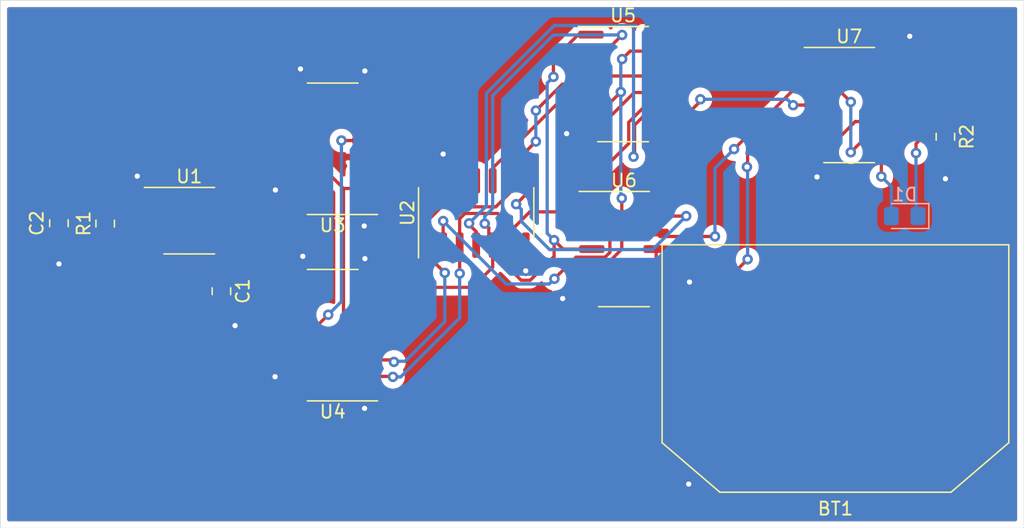
<source format=kicad_pcb>
(kicad_pcb (version 20171130) (host pcbnew 5.1.5)

  (general
    (thickness 1.6)
    (drawings 6)
    (tracks 304)
    (zones 0)
    (modules 13)
    (nets 35)
  )

  (page A4)
  (layers
    (0 F.Cu signal)
    (31 B.Cu signal)
    (32 B.Adhes user)
    (33 F.Adhes user)
    (34 B.Paste user)
    (35 F.Paste user)
    (36 B.SilkS user)
    (37 F.SilkS user)
    (38 B.Mask user)
    (39 F.Mask user)
    (40 Dwgs.User user)
    (41 Cmts.User user)
    (42 Eco1.User user)
    (43 Eco2.User user)
    (44 Edge.Cuts user)
    (45 Margin user)
    (46 B.CrtYd user)
    (47 F.CrtYd user)
    (48 B.Fab user)
    (49 F.Fab user)
  )

  (setup
    (last_trace_width 0.25)
    (trace_clearance 0.2)
    (zone_clearance 0.508)
    (zone_45_only no)
    (trace_min 0.2)
    (via_size 0.8)
    (via_drill 0.4)
    (via_min_size 0.4)
    (via_min_drill 0.3)
    (uvia_size 0.3)
    (uvia_drill 0.1)
    (uvias_allowed no)
    (uvia_min_size 0.2)
    (uvia_min_drill 0.1)
    (edge_width 0.05)
    (segment_width 0.2)
    (pcb_text_width 0.3)
    (pcb_text_size 1.5 1.5)
    (mod_edge_width 0.12)
    (mod_text_size 1 1)
    (mod_text_width 0.15)
    (pad_size 1.524 1.524)
    (pad_drill 0.762)
    (pad_to_mask_clearance 0.051)
    (solder_mask_min_width 0.25)
    (aux_axis_origin 0 0)
    (visible_elements FFFFFF7F)
    (pcbplotparams
      (layerselection 0x010fc_ffffffff)
      (usegerberextensions false)
      (usegerberattributes false)
      (usegerberadvancedattributes false)
      (creategerberjobfile false)
      (excludeedgelayer true)
      (linewidth 0.100000)
      (plotframeref false)
      (viasonmask false)
      (mode 1)
      (useauxorigin false)
      (hpglpennumber 1)
      (hpglpenspeed 20)
      (hpglpendiameter 15.000000)
      (psnegative false)
      (psa4output false)
      (plotreference true)
      (plotvalue true)
      (plotinvisibletext false)
      (padsonsilk false)
      (subtractmaskfromsilk false)
      (outputformat 1)
      (mirror false)
      (drillshape 1)
      (scaleselection 1)
      (outputdirectory ""))
  )

  (net 0 "")
  (net 1 GND)
  (net 2 VDD)
  (net 3 "Net-(C1-Pad1)")
  (net 4 "Net-(C2-Pad1)")
  (net 5 "Net-(D1-Pad1)")
  (net 6 "Net-(D1-Pad2)")
  (net 7 "Net-(R1-Pad1)")
  (net 8 "Net-(U1-Pad7)")
  (net 9 /a)
  (net 10 /~a)
  (net 11 /b)
  (net 12 /~b)
  (net 13 /c)
  (net 14 /~c)
  (net 15 /~d)
  (net 16 /d)
  (net 17 /~e)
  (net 18 /e)
  (net 19 "Net-(U2-Pad12)")
  (net 20 "Net-(U3-Pad14)")
  (net 21 "Net-(U3-Pad5)")
  (net 22 "Net-(U3-Pad6)")
  (net 23 "Net-(U3-Pad7)")
  (net 24 "Net-(U3-Pad12)")
  (net 25 "Net-(U3-Pad13)")
  (net 26 "Net-(U4-Pad13)")
  (net 27 "Net-(U5-Pad8)")
  (net 28 "Net-(U5-Pad6)")
  (net 29 "Net-(U6-Pad6)")
  (net 30 "Net-(U6-Pad8)")
  (net 31 "Net-(U6-Pad12)")
  (net 32 "Net-(U7-Pad11)")
  (net 33 "Net-(U7-Pad10)")
  (net 34 "Net-(U7-Pad3)")

  (net_class Default "This is the default net class."
    (clearance 0.2)
    (trace_width 0.25)
    (via_dia 0.8)
    (via_drill 0.4)
    (uvia_dia 0.3)
    (uvia_drill 0.1)
    (add_net /a)
    (add_net /b)
    (add_net /c)
    (add_net /d)
    (add_net /e)
    (add_net /~a)
    (add_net /~b)
    (add_net /~c)
    (add_net /~d)
    (add_net /~e)
    (add_net GND)
    (add_net "Net-(C1-Pad1)")
    (add_net "Net-(C2-Pad1)")
    (add_net "Net-(D1-Pad1)")
    (add_net "Net-(D1-Pad2)")
    (add_net "Net-(R1-Pad1)")
    (add_net "Net-(U1-Pad7)")
    (add_net "Net-(U2-Pad12)")
    (add_net "Net-(U3-Pad12)")
    (add_net "Net-(U3-Pad13)")
    (add_net "Net-(U3-Pad14)")
    (add_net "Net-(U3-Pad5)")
    (add_net "Net-(U3-Pad6)")
    (add_net "Net-(U3-Pad7)")
    (add_net "Net-(U4-Pad13)")
    (add_net "Net-(U5-Pad6)")
    (add_net "Net-(U5-Pad8)")
    (add_net "Net-(U6-Pad12)")
    (add_net "Net-(U6-Pad6)")
    (add_net "Net-(U6-Pad8)")
    (add_net "Net-(U7-Pad10)")
    (add_net "Net-(U7-Pad11)")
    (add_net "Net-(U7-Pad3)")
    (add_net VDD)
  )

  (module LED_SMD:LED_0805_2012Metric_Pad1.15x1.40mm_HandSolder (layer B.Cu) (tedit 5B4B45C9) (tstamp 5E3F5AE5)
    (at 186.4016 115.6716 180)
    (descr "LED SMD 0805 (2012 Metric), square (rectangular) end terminal, IPC_7351 nominal, (Body size source: https://docs.google.com/spreadsheets/d/1BsfQQcO9C6DZCsRaXUlFlo91Tg2WpOkGARC1WS5S8t0/edit?usp=sharing), generated with kicad-footprint-generator")
    (tags "LED handsolder")
    (path /5E579BC7)
    (attr smd)
    (fp_text reference D1 (at 0 1.65) (layer B.SilkS)
      (effects (font (size 1 1) (thickness 0.15)) (justify mirror))
    )
    (fp_text value LED (at 0 -1.65) (layer B.Fab)
      (effects (font (size 1 1) (thickness 0.15)) (justify mirror))
    )
    (fp_line (start 1 0.6) (end -0.7 0.6) (layer B.Fab) (width 0.1))
    (fp_line (start -0.7 0.6) (end -1 0.3) (layer B.Fab) (width 0.1))
    (fp_line (start -1 0.3) (end -1 -0.6) (layer B.Fab) (width 0.1))
    (fp_line (start -1 -0.6) (end 1 -0.6) (layer B.Fab) (width 0.1))
    (fp_line (start 1 -0.6) (end 1 0.6) (layer B.Fab) (width 0.1))
    (fp_line (start 1 0.96) (end -1.86 0.96) (layer B.SilkS) (width 0.12))
    (fp_line (start -1.86 0.96) (end -1.86 -0.96) (layer B.SilkS) (width 0.12))
    (fp_line (start -1.86 -0.96) (end 1 -0.96) (layer B.SilkS) (width 0.12))
    (fp_line (start -1.85 -0.95) (end -1.85 0.95) (layer B.CrtYd) (width 0.05))
    (fp_line (start -1.85 0.95) (end 1.85 0.95) (layer B.CrtYd) (width 0.05))
    (fp_line (start 1.85 0.95) (end 1.85 -0.95) (layer B.CrtYd) (width 0.05))
    (fp_line (start 1.85 -0.95) (end -1.85 -0.95) (layer B.CrtYd) (width 0.05))
    (fp_text user %R (at 0 0) (layer B.Fab)
      (effects (font (size 0.5 0.5) (thickness 0.08)) (justify mirror))
    )
    (pad 1 smd roundrect (at -1.025 0 180) (size 1.15 1.4) (layers B.Cu B.Paste B.Mask) (roundrect_rratio 0.217391)
      (net 5 "Net-(D1-Pad1)"))
    (pad 2 smd roundrect (at 1.025 0 180) (size 1.15 1.4) (layers B.Cu B.Paste B.Mask) (roundrect_rratio 0.217391)
      (net 6 "Net-(D1-Pad2)"))
    (model ${KISYS3DMOD}/LED_SMD.3dshapes/LED_0805_2012Metric.wrl
      (at (xyz 0 0 0))
      (scale (xyz 1 1 1))
      (rotate (xyz 0 0 0))
    )
  )

  (module morse-blinkies:BatteryHolder_LINK_BAT-HLD-001-SMT (layer F.Cu) (tedit 5E3E6D58) (tstamp 5E3EE158)
    (at 181.0766 127.4064 180)
    (path /5E3A1BCB)
    (fp_text reference BT1 (at 0 -10.795) (layer F.SilkS)
      (effects (font (size 1 1) (thickness 0.15)))
    )
    (fp_text value Battery (at 0 10.795) (layer F.Fab)
      (effects (font (size 1 1) (thickness 0.15)))
    )
    (fp_line (start 13.335 9.525) (end 13.335 -5.715) (layer F.SilkS) (width 0.12))
    (fp_line (start 13.335 -5.715) (end 8.89 -9.525) (layer F.SilkS) (width 0.12))
    (fp_line (start 8.89 -9.525) (end -8.89 -9.525) (layer F.SilkS) (width 0.12))
    (fp_line (start -8.89 -9.525) (end -13.335 -5.715) (layer F.SilkS) (width 0.12))
    (fp_line (start -13.335 -5.715) (end -13.335 9.525) (layer F.SilkS) (width 0.12))
    (fp_line (start -13.335 9.525) (end 13.335 9.525) (layer F.SilkS) (width 0.12))
    (pad 2 smd circle (at 0 0 180) (size 17.8 17.8) (layers F.Cu F.Paste F.Mask)
      (net 1 GND))
    (pad 1 smd rect (at -11.45 0 180) (size 2.5 5.1) (layers F.Cu F.Paste F.Mask)
      (net 2 VDD))
    (pad 1 smd rect (at 11.45 0 180) (size 2.5 5.1) (layers F.Cu F.Paste F.Mask)
      (net 2 VDD))
  )

  (module Capacitor_SMD:C_0805_2012Metric_Pad1.15x1.40mm_HandSolder (layer F.Cu) (tedit 5B36C52B) (tstamp 5E3EB8DE)
    (at 133.8453 121.4538 270)
    (descr "Capacitor SMD 0805 (2012 Metric), square (rectangular) end terminal, IPC_7351 nominal with elongated pad for handsoldering. (Body size source: https://docs.google.com/spreadsheets/d/1BsfQQcO9C6DZCsRaXUlFlo91Tg2WpOkGARC1WS5S8t0/edit?usp=sharing), generated with kicad-footprint-generator")
    (tags "capacitor handsolder")
    (path /5E41816F)
    (attr smd)
    (fp_text reference C1 (at 0 -1.65 90) (layer F.SilkS)
      (effects (font (size 1 1) (thickness 0.15)))
    )
    (fp_text value 100n (at 0 1.65 90) (layer F.Fab)
      (effects (font (size 1 1) (thickness 0.15)))
    )
    (fp_text user %R (at 0 0 90) (layer F.Fab)
      (effects (font (size 0.5 0.5) (thickness 0.08)))
    )
    (fp_line (start 1.85 0.95) (end -1.85 0.95) (layer F.CrtYd) (width 0.05))
    (fp_line (start 1.85 -0.95) (end 1.85 0.95) (layer F.CrtYd) (width 0.05))
    (fp_line (start -1.85 -0.95) (end 1.85 -0.95) (layer F.CrtYd) (width 0.05))
    (fp_line (start -1.85 0.95) (end -1.85 -0.95) (layer F.CrtYd) (width 0.05))
    (fp_line (start -0.261252 0.71) (end 0.261252 0.71) (layer F.SilkS) (width 0.12))
    (fp_line (start -0.261252 -0.71) (end 0.261252 -0.71) (layer F.SilkS) (width 0.12))
    (fp_line (start 1 0.6) (end -1 0.6) (layer F.Fab) (width 0.1))
    (fp_line (start 1 -0.6) (end 1 0.6) (layer F.Fab) (width 0.1))
    (fp_line (start -1 -0.6) (end 1 -0.6) (layer F.Fab) (width 0.1))
    (fp_line (start -1 0.6) (end -1 -0.6) (layer F.Fab) (width 0.1))
    (pad 2 smd roundrect (at 1.025 0 270) (size 1.15 1.4) (layers F.Cu F.Paste F.Mask) (roundrect_rratio 0.217391)
      (net 1 GND))
    (pad 1 smd roundrect (at -1.025 0 270) (size 1.15 1.4) (layers F.Cu F.Paste F.Mask) (roundrect_rratio 0.217391)
      (net 3 "Net-(C1-Pad1)"))
    (model ${KISYS3DMOD}/Capacitor_SMD.3dshapes/C_0805_2012Metric.wrl
      (at (xyz 0 0 0))
      (scale (xyz 1 1 1))
      (rotate (xyz 0 0 0))
    )
  )

  (module Capacitor_SMD:C_0805_2012Metric_Pad1.15x1.40mm_HandSolder (layer F.Cu) (tedit 5B36C52B) (tstamp 5E3EB8EF)
    (at 121.3485 116.2214 270)
    (descr "Capacitor SMD 0805 (2012 Metric), square (rectangular) end terminal, IPC_7351 nominal with elongated pad for handsoldering. (Body size source: https://docs.google.com/spreadsheets/d/1BsfQQcO9C6DZCsRaXUlFlo91Tg2WpOkGARC1WS5S8t0/edit?usp=sharing), generated with kicad-footprint-generator")
    (tags "capacitor handsolder")
    (path /5E39E13A)
    (attr smd)
    (fp_text reference C2 (at 0 1.7018 90) (layer F.SilkS)
      (effects (font (size 1 1) (thickness 0.15)))
    )
    (fp_text value 1U (at 0 1.65 90) (layer F.Fab)
      (effects (font (size 1 1) (thickness 0.15)))
    )
    (fp_line (start -1 0.6) (end -1 -0.6) (layer F.Fab) (width 0.1))
    (fp_line (start -1 -0.6) (end 1 -0.6) (layer F.Fab) (width 0.1))
    (fp_line (start 1 -0.6) (end 1 0.6) (layer F.Fab) (width 0.1))
    (fp_line (start 1 0.6) (end -1 0.6) (layer F.Fab) (width 0.1))
    (fp_line (start -0.261252 -0.71) (end 0.261252 -0.71) (layer F.SilkS) (width 0.12))
    (fp_line (start -0.261252 0.71) (end 0.261252 0.71) (layer F.SilkS) (width 0.12))
    (fp_line (start -1.85 0.95) (end -1.85 -0.95) (layer F.CrtYd) (width 0.05))
    (fp_line (start -1.85 -0.95) (end 1.85 -0.95) (layer F.CrtYd) (width 0.05))
    (fp_line (start 1.85 -0.95) (end 1.85 0.95) (layer F.CrtYd) (width 0.05))
    (fp_line (start 1.85 0.95) (end -1.85 0.95) (layer F.CrtYd) (width 0.05))
    (fp_text user %R (at 0 0 90) (layer F.Fab)
      (effects (font (size 0.5 0.5) (thickness 0.08)))
    )
    (pad 1 smd roundrect (at -1.025 0 270) (size 1.15 1.4) (layers F.Cu F.Paste F.Mask) (roundrect_rratio 0.217391)
      (net 4 "Net-(C2-Pad1)"))
    (pad 2 smd roundrect (at 1.025 0 270) (size 1.15 1.4) (layers F.Cu F.Paste F.Mask) (roundrect_rratio 0.217391)
      (net 1 GND))
    (model ${KISYS3DMOD}/Capacitor_SMD.3dshapes/C_0805_2012Metric.wrl
      (at (xyz 0 0 0))
      (scale (xyz 1 1 1))
      (rotate (xyz 0 0 0))
    )
  )

  (module Resistor_SMD:R_0805_2012Metric_Pad1.15x1.40mm_HandSolder (layer F.Cu) (tedit 5B36C52B) (tstamp 5E3EDB99)
    (at 124.9045 116.2468 90)
    (descr "Resistor SMD 0805 (2012 Metric), square (rectangular) end terminal, IPC_7351 nominal with elongated pad for handsoldering. (Body size source: https://docs.google.com/spreadsheets/d/1BsfQQcO9C6DZCsRaXUlFlo91Tg2WpOkGARC1WS5S8t0/edit?usp=sharing), generated with kicad-footprint-generator")
    (tags "resistor handsolder")
    (path /5E39DBE9)
    (attr smd)
    (fp_text reference R1 (at 0 -1.65 90) (layer F.SilkS)
      (effects (font (size 1 1) (thickness 0.15)))
    )
    (fp_text value 470K (at 0 1.65 90) (layer F.Fab)
      (effects (font (size 1 1) (thickness 0.15)))
    )
    (fp_line (start -1 0.6) (end -1 -0.6) (layer F.Fab) (width 0.1))
    (fp_line (start -1 -0.6) (end 1 -0.6) (layer F.Fab) (width 0.1))
    (fp_line (start 1 -0.6) (end 1 0.6) (layer F.Fab) (width 0.1))
    (fp_line (start 1 0.6) (end -1 0.6) (layer F.Fab) (width 0.1))
    (fp_line (start -0.261252 -0.71) (end 0.261252 -0.71) (layer F.SilkS) (width 0.12))
    (fp_line (start -0.261252 0.71) (end 0.261252 0.71) (layer F.SilkS) (width 0.12))
    (fp_line (start -1.85 0.95) (end -1.85 -0.95) (layer F.CrtYd) (width 0.05))
    (fp_line (start -1.85 -0.95) (end 1.85 -0.95) (layer F.CrtYd) (width 0.05))
    (fp_line (start 1.85 -0.95) (end 1.85 0.95) (layer F.CrtYd) (width 0.05))
    (fp_line (start 1.85 0.95) (end -1.85 0.95) (layer F.CrtYd) (width 0.05))
    (fp_text user %R (at 0 0 90) (layer F.Fab)
      (effects (font (size 0.5 0.5) (thickness 0.08)))
    )
    (pad 1 smd roundrect (at -1.025 0 90) (size 1.15 1.4) (layers F.Cu F.Paste F.Mask) (roundrect_rratio 0.217391)
      (net 7 "Net-(R1-Pad1)"))
    (pad 2 smd roundrect (at 1.025 0 90) (size 1.15 1.4) (layers F.Cu F.Paste F.Mask) (roundrect_rratio 0.217391)
      (net 4 "Net-(C2-Pad1)"))
    (model ${KISYS3DMOD}/Resistor_SMD.3dshapes/R_0805_2012Metric.wrl
      (at (xyz 0 0 0))
      (scale (xyz 1 1 1))
      (rotate (xyz 0 0 0))
    )
  )

  (module Resistor_SMD:R_0805_2012Metric_Pad1.15x1.40mm_HandSolder (layer F.Cu) (tedit 5B36C52B) (tstamp 5E3EEDA6)
    (at 189.5348 109.5666 270)
    (descr "Resistor SMD 0805 (2012 Metric), square (rectangular) end terminal, IPC_7351 nominal with elongated pad for handsoldering. (Body size source: https://docs.google.com/spreadsheets/d/1BsfQQcO9C6DZCsRaXUlFlo91Tg2WpOkGARC1WS5S8t0/edit?usp=sharing), generated with kicad-footprint-generator")
    (tags "resistor handsolder")
    (path /5E57F801)
    (attr smd)
    (fp_text reference R2 (at 0 -1.65 90) (layer F.SilkS)
      (effects (font (size 1 1) (thickness 0.15)))
    )
    (fp_text value 1K (at 0 1.65 90) (layer F.Fab)
      (effects (font (size 1 1) (thickness 0.15)))
    )
    (fp_text user %R (at 0 0) (layer F.Fab)
      (effects (font (size 0.5 0.5) (thickness 0.08)))
    )
    (fp_line (start 1.85 0.95) (end -1.85 0.95) (layer F.CrtYd) (width 0.05))
    (fp_line (start 1.85 -0.95) (end 1.85 0.95) (layer F.CrtYd) (width 0.05))
    (fp_line (start -1.85 -0.95) (end 1.85 -0.95) (layer F.CrtYd) (width 0.05))
    (fp_line (start -1.85 0.95) (end -1.85 -0.95) (layer F.CrtYd) (width 0.05))
    (fp_line (start -0.261252 0.71) (end 0.261252 0.71) (layer F.SilkS) (width 0.12))
    (fp_line (start -0.261252 -0.71) (end 0.261252 -0.71) (layer F.SilkS) (width 0.12))
    (fp_line (start 1 0.6) (end -1 0.6) (layer F.Fab) (width 0.1))
    (fp_line (start 1 -0.6) (end 1 0.6) (layer F.Fab) (width 0.1))
    (fp_line (start -1 -0.6) (end 1 -0.6) (layer F.Fab) (width 0.1))
    (fp_line (start -1 0.6) (end -1 -0.6) (layer F.Fab) (width 0.1))
    (pad 2 smd roundrect (at 1.025 0 270) (size 1.15 1.4) (layers F.Cu F.Paste F.Mask) (roundrect_rratio 0.217391)
      (net 1 GND))
    (pad 1 smd roundrect (at -1.025 0 270) (size 1.15 1.4) (layers F.Cu F.Paste F.Mask) (roundrect_rratio 0.217391)
      (net 5 "Net-(D1-Pad1)"))
    (model ${KISYS3DMOD}/Resistor_SMD.3dshapes/R_0805_2012Metric.wrl
      (at (xyz 0 0 0))
      (scale (xyz 1 1 1))
      (rotate (xyz 0 0 0))
    )
  )

  (module Package_SO:SOIC-8_3.9x4.9mm_P1.27mm (layer F.Cu) (tedit 5D9F72B1) (tstamp 5E3EBE28)
    (at 131.3703 116.0272)
    (descr "SOIC, 8 Pin (JEDEC MS-012AA, https://www.analog.com/media/en/package-pcb-resources/package/pkg_pdf/soic_narrow-r/r_8.pdf), generated with kicad-footprint-generator ipc_gullwing_generator.py")
    (tags "SOIC SO")
    (path /5E39D5F4)
    (attr smd)
    (fp_text reference U1 (at 0 -3.4) (layer F.SilkS)
      (effects (font (size 1 1) (thickness 0.15)))
    )
    (fp_text value 7555 (at 0 3.4) (layer F.Fab)
      (effects (font (size 1 1) (thickness 0.15)))
    )
    (fp_line (start 0 2.56) (end 1.95 2.56) (layer F.SilkS) (width 0.12))
    (fp_line (start 0 2.56) (end -1.95 2.56) (layer F.SilkS) (width 0.12))
    (fp_line (start 0 -2.56) (end 1.95 -2.56) (layer F.SilkS) (width 0.12))
    (fp_line (start 0 -2.56) (end -3.45 -2.56) (layer F.SilkS) (width 0.12))
    (fp_line (start -0.975 -2.45) (end 1.95 -2.45) (layer F.Fab) (width 0.1))
    (fp_line (start 1.95 -2.45) (end 1.95 2.45) (layer F.Fab) (width 0.1))
    (fp_line (start 1.95 2.45) (end -1.95 2.45) (layer F.Fab) (width 0.1))
    (fp_line (start -1.95 2.45) (end -1.95 -1.475) (layer F.Fab) (width 0.1))
    (fp_line (start -1.95 -1.475) (end -0.975 -2.45) (layer F.Fab) (width 0.1))
    (fp_line (start -3.7 -2.7) (end -3.7 2.7) (layer F.CrtYd) (width 0.05))
    (fp_line (start -3.7 2.7) (end 3.7 2.7) (layer F.CrtYd) (width 0.05))
    (fp_line (start 3.7 2.7) (end 3.7 -2.7) (layer F.CrtYd) (width 0.05))
    (fp_line (start 3.7 -2.7) (end -3.7 -2.7) (layer F.CrtYd) (width 0.05))
    (fp_text user %R (at 0 0) (layer F.Fab)
      (effects (font (size 0.98 0.98) (thickness 0.15)))
    )
    (pad 1 smd roundrect (at -2.475 -1.905) (size 1.95 0.6) (layers F.Cu F.Paste F.Mask) (roundrect_rratio 0.25)
      (net 1 GND))
    (pad 2 smd roundrect (at -2.475 -0.635) (size 1.95 0.6) (layers F.Cu F.Paste F.Mask) (roundrect_rratio 0.25)
      (net 4 "Net-(C2-Pad1)"))
    (pad 3 smd roundrect (at -2.475 0.635) (size 1.95 0.6) (layers F.Cu F.Paste F.Mask) (roundrect_rratio 0.25)
      (net 7 "Net-(R1-Pad1)"))
    (pad 4 smd roundrect (at -2.475 1.905) (size 1.95 0.6) (layers F.Cu F.Paste F.Mask) (roundrect_rratio 0.25)
      (net 2 VDD))
    (pad 5 smd roundrect (at 2.475 1.905) (size 1.95 0.6) (layers F.Cu F.Paste F.Mask) (roundrect_rratio 0.25)
      (net 3 "Net-(C1-Pad1)"))
    (pad 6 smd roundrect (at 2.475 0.635) (size 1.95 0.6) (layers F.Cu F.Paste F.Mask) (roundrect_rratio 0.25)
      (net 4 "Net-(C2-Pad1)"))
    (pad 7 smd roundrect (at 2.475 -0.635) (size 1.95 0.6) (layers F.Cu F.Paste F.Mask) (roundrect_rratio 0.25)
      (net 8 "Net-(U1-Pad7)"))
    (pad 8 smd roundrect (at 2.475 -1.905) (size 1.95 0.6) (layers F.Cu F.Paste F.Mask) (roundrect_rratio 0.25)
      (net 2 VDD))
    (model ${KISYS3DMOD}/Package_SO.3dshapes/SOIC-8_3.9x4.9mm_P1.27mm.wrl
      (at (xyz 0 0 0))
      (scale (xyz 1 1 1))
      (rotate (xyz 0 0 0))
    )
  )

  (module Package_SO:SOIC-14_3.9x8.7mm_P1.27mm (layer F.Cu) (tedit 5D9F72B1) (tstamp 5E3F0B2E)
    (at 153.4414 115.4318 90)
    (descr "SOIC, 14 Pin (JEDEC MS-012AB, https://www.analog.com/media/en/package-pcb-resources/package/pkg_pdf/soic_narrow-r/r_14.pdf), generated with kicad-footprint-generator ipc_gullwing_generator.py")
    (tags "SOIC SO")
    (path /5E3B974D)
    (attr smd)
    (fp_text reference U2 (at 0 -5.28 90) (layer F.SilkS)
      (effects (font (size 1 1) (thickness 0.15)))
    )
    (fp_text value 74HC04 (at 0 5.28 90) (layer F.Fab)
      (effects (font (size 1 1) (thickness 0.15)))
    )
    (fp_line (start 0 4.435) (end 1.95 4.435) (layer F.SilkS) (width 0.12))
    (fp_line (start 0 4.435) (end -1.95 4.435) (layer F.SilkS) (width 0.12))
    (fp_line (start 0 -4.435) (end 1.95 -4.435) (layer F.SilkS) (width 0.12))
    (fp_line (start 0 -4.435) (end -3.45 -4.435) (layer F.SilkS) (width 0.12))
    (fp_line (start -0.975 -4.325) (end 1.95 -4.325) (layer F.Fab) (width 0.1))
    (fp_line (start 1.95 -4.325) (end 1.95 4.325) (layer F.Fab) (width 0.1))
    (fp_line (start 1.95 4.325) (end -1.95 4.325) (layer F.Fab) (width 0.1))
    (fp_line (start -1.95 4.325) (end -1.95 -3.35) (layer F.Fab) (width 0.1))
    (fp_line (start -1.95 -3.35) (end -0.975 -4.325) (layer F.Fab) (width 0.1))
    (fp_line (start -3.7 -4.58) (end -3.7 4.58) (layer F.CrtYd) (width 0.05))
    (fp_line (start -3.7 4.58) (end 3.7 4.58) (layer F.CrtYd) (width 0.05))
    (fp_line (start 3.7 4.58) (end 3.7 -4.58) (layer F.CrtYd) (width 0.05))
    (fp_line (start 3.7 -4.58) (end -3.7 -4.58) (layer F.CrtYd) (width 0.05))
    (fp_text user %R (at 0 0 90) (layer F.Fab)
      (effects (font (size 0.98 0.98) (thickness 0.15)))
    )
    (pad 1 smd roundrect (at -2.475 -3.81 90) (size 1.95 0.6) (layers F.Cu F.Paste F.Mask) (roundrect_rratio 0.25)
      (net 9 /a))
    (pad 2 smd roundrect (at -2.475 -2.54 90) (size 1.95 0.6) (layers F.Cu F.Paste F.Mask) (roundrect_rratio 0.25)
      (net 10 /~a))
    (pad 3 smd roundrect (at -2.475 -1.27 90) (size 1.95 0.6) (layers F.Cu F.Paste F.Mask) (roundrect_rratio 0.25)
      (net 11 /b))
    (pad 4 smd roundrect (at -2.475 0 90) (size 1.95 0.6) (layers F.Cu F.Paste F.Mask) (roundrect_rratio 0.25)
      (net 12 /~b))
    (pad 5 smd roundrect (at -2.475 1.27 90) (size 1.95 0.6) (layers F.Cu F.Paste F.Mask) (roundrect_rratio 0.25)
      (net 13 /c))
    (pad 6 smd roundrect (at -2.475 2.54 90) (size 1.95 0.6) (layers F.Cu F.Paste F.Mask) (roundrect_rratio 0.25)
      (net 14 /~c))
    (pad 7 smd roundrect (at -2.475 3.81 90) (size 1.95 0.6) (layers F.Cu F.Paste F.Mask) (roundrect_rratio 0.25)
      (net 1 GND))
    (pad 8 smd roundrect (at 2.475 3.81 90) (size 1.95 0.6) (layers F.Cu F.Paste F.Mask) (roundrect_rratio 0.25)
      (net 15 /~d))
    (pad 9 smd roundrect (at 2.475 2.54 90) (size 1.95 0.6) (layers F.Cu F.Paste F.Mask) (roundrect_rratio 0.25)
      (net 16 /d))
    (pad 10 smd roundrect (at 2.475 1.27 90) (size 1.95 0.6) (layers F.Cu F.Paste F.Mask) (roundrect_rratio 0.25)
      (net 17 /~e))
    (pad 11 smd roundrect (at 2.475 0 90) (size 1.95 0.6) (layers F.Cu F.Paste F.Mask) (roundrect_rratio 0.25)
      (net 18 /e))
    (pad 12 smd roundrect (at 2.475 -1.27 90) (size 1.95 0.6) (layers F.Cu F.Paste F.Mask) (roundrect_rratio 0.25)
      (net 19 "Net-(U2-Pad12)"))
    (pad 13 smd roundrect (at 2.475 -2.54 90) (size 1.95 0.6) (layers F.Cu F.Paste F.Mask) (roundrect_rratio 0.25)
      (net 1 GND))
    (pad 14 smd roundrect (at 2.475 -3.81 90) (size 1.95 0.6) (layers F.Cu F.Paste F.Mask) (roundrect_rratio 0.25)
      (net 2 VDD))
    (model ${KISYS3DMOD}/Package_SO.3dshapes/SOIC-14_3.9x8.7mm_P1.27mm.wrl
      (at (xyz 0 0 0))
      (scale (xyz 1 1 1))
      (rotate (xyz 0 0 0))
    )
  )

  (module Package_SO:SOIC-16_3.9x9.9mm_P1.27mm (layer F.Cu) (tedit 5D9F72B1) (tstamp 5E3EC8D5)
    (at 142.4036 110.49 180)
    (descr "SOIC, 16 Pin (JEDEC MS-012AC, https://www.analog.com/media/en/package-pcb-resources/package/pkg_pdf/soic_narrow-r/r_16.pdf), generated with kicad-footprint-generator ipc_gullwing_generator.py")
    (tags "SOIC SO")
    (path /5E3D1B11)
    (attr smd)
    (fp_text reference U3 (at 0 -5.9) (layer F.SilkS)
      (effects (font (size 1 1) (thickness 0.15)))
    )
    (fp_text value 74HC193 (at 0 5.9) (layer F.Fab)
      (effects (font (size 1 1) (thickness 0.15)))
    )
    (fp_line (start 0 5.06) (end 1.95 5.06) (layer F.SilkS) (width 0.12))
    (fp_line (start 0 5.06) (end -1.95 5.06) (layer F.SilkS) (width 0.12))
    (fp_line (start 0 -5.06) (end 1.95 -5.06) (layer F.SilkS) (width 0.12))
    (fp_line (start 0 -5.06) (end -3.45 -5.06) (layer F.SilkS) (width 0.12))
    (fp_line (start -0.975 -4.95) (end 1.95 -4.95) (layer F.Fab) (width 0.1))
    (fp_line (start 1.95 -4.95) (end 1.95 4.95) (layer F.Fab) (width 0.1))
    (fp_line (start 1.95 4.95) (end -1.95 4.95) (layer F.Fab) (width 0.1))
    (fp_line (start -1.95 4.95) (end -1.95 -3.975) (layer F.Fab) (width 0.1))
    (fp_line (start -1.95 -3.975) (end -0.975 -4.95) (layer F.Fab) (width 0.1))
    (fp_line (start -3.7 -5.2) (end -3.7 5.2) (layer F.CrtYd) (width 0.05))
    (fp_line (start -3.7 5.2) (end 3.7 5.2) (layer F.CrtYd) (width 0.05))
    (fp_line (start 3.7 5.2) (end 3.7 -5.2) (layer F.CrtYd) (width 0.05))
    (fp_line (start 3.7 -5.2) (end -3.7 -5.2) (layer F.CrtYd) (width 0.05))
    (fp_text user %R (at 0 0) (layer F.Fab)
      (effects (font (size 0.98 0.98) (thickness 0.15)))
    )
    (pad 1 smd roundrect (at -2.475 -4.445 180) (size 1.95 0.6) (layers F.Cu F.Paste F.Mask) (roundrect_rratio 0.25)
      (net 1 GND))
    (pad 2 smd roundrect (at -2.475 -3.175 180) (size 1.95 0.6) (layers F.Cu F.Paste F.Mask) (roundrect_rratio 0.25)
      (net 20 "Net-(U3-Pad14)"))
    (pad 3 smd roundrect (at -2.475 -1.905 180) (size 1.95 0.6) (layers F.Cu F.Paste F.Mask) (roundrect_rratio 0.25)
      (net 18 /e))
    (pad 4 smd roundrect (at -2.475 -0.635 180) (size 1.95 0.6) (layers F.Cu F.Paste F.Mask) (roundrect_rratio 0.25)
      (net 2 VDD))
    (pad 5 smd roundrect (at -2.475 0.635 180) (size 1.95 0.6) (layers F.Cu F.Paste F.Mask) (roundrect_rratio 0.25)
      (net 21 "Net-(U3-Pad5)"))
    (pad 6 smd roundrect (at -2.475 1.905 180) (size 1.95 0.6) (layers F.Cu F.Paste F.Mask) (roundrect_rratio 0.25)
      (net 22 "Net-(U3-Pad6)"))
    (pad 7 smd roundrect (at -2.475 3.175 180) (size 1.95 0.6) (layers F.Cu F.Paste F.Mask) (roundrect_rratio 0.25)
      (net 23 "Net-(U3-Pad7)"))
    (pad 8 smd roundrect (at -2.475 4.445 180) (size 1.95 0.6) (layers F.Cu F.Paste F.Mask) (roundrect_rratio 0.25)
      (net 1 GND))
    (pad 9 smd roundrect (at 2.475 4.445 180) (size 1.95 0.6) (layers F.Cu F.Paste F.Mask) (roundrect_rratio 0.25)
      (net 1 GND))
    (pad 10 smd roundrect (at 2.475 3.175 180) (size 1.95 0.6) (layers F.Cu F.Paste F.Mask) (roundrect_rratio 0.25)
      (net 1 GND))
    (pad 11 smd roundrect (at 2.475 1.905 180) (size 1.95 0.6) (layers F.Cu F.Paste F.Mask) (roundrect_rratio 0.25)
      (net 2 VDD))
    (pad 12 smd roundrect (at 2.475 0.635 180) (size 1.95 0.6) (layers F.Cu F.Paste F.Mask) (roundrect_rratio 0.25)
      (net 24 "Net-(U3-Pad12)"))
    (pad 13 smd roundrect (at 2.475 -0.635 180) (size 1.95 0.6) (layers F.Cu F.Paste F.Mask) (roundrect_rratio 0.25)
      (net 25 "Net-(U3-Pad13)"))
    (pad 14 smd roundrect (at 2.475 -1.905 180) (size 1.95 0.6) (layers F.Cu F.Paste F.Mask) (roundrect_rratio 0.25)
      (net 20 "Net-(U3-Pad14)"))
    (pad 15 smd roundrect (at 2.475 -3.175 180) (size 1.95 0.6) (layers F.Cu F.Paste F.Mask) (roundrect_rratio 0.25)
      (net 1 GND))
    (pad 16 smd roundrect (at 2.475 -4.445 180) (size 1.95 0.6) (layers F.Cu F.Paste F.Mask) (roundrect_rratio 0.25)
      (net 2 VDD))
    (model ${KISYS3DMOD}/Package_SO.3dshapes/SOIC-16_3.9x9.9mm_P1.27mm.wrl
      (at (xyz 0 0 0))
      (scale (xyz 1 1 1))
      (rotate (xyz 0 0 0))
    )
  )

  (module Package_SO:SOIC-16_3.9x9.9mm_P1.27mm (layer F.Cu) (tedit 5D9F72B1) (tstamp 5E3F0FE3)
    (at 142.4066 124.841 180)
    (descr "SOIC, 16 Pin (JEDEC MS-012AC, https://www.analog.com/media/en/package-pcb-resources/package/pkg_pdf/soic_narrow-r/r_16.pdf), generated with kicad-footprint-generator ipc_gullwing_generator.py")
    (tags "SOIC SO")
    (path /5E3E4F3C)
    (attr smd)
    (fp_text reference U4 (at 0 -5.9) (layer F.SilkS)
      (effects (font (size 1 1) (thickness 0.15)))
    )
    (fp_text value 74HC193 (at 0 5.9) (layer F.Fab)
      (effects (font (size 1 1) (thickness 0.15)))
    )
    (fp_text user %R (at 0 0) (layer F.Fab)
      (effects (font (size 0.98 0.98) (thickness 0.15)))
    )
    (fp_line (start 3.7 -5.2) (end -3.7 -5.2) (layer F.CrtYd) (width 0.05))
    (fp_line (start 3.7 5.2) (end 3.7 -5.2) (layer F.CrtYd) (width 0.05))
    (fp_line (start -3.7 5.2) (end 3.7 5.2) (layer F.CrtYd) (width 0.05))
    (fp_line (start -3.7 -5.2) (end -3.7 5.2) (layer F.CrtYd) (width 0.05))
    (fp_line (start -1.95 -3.975) (end -0.975 -4.95) (layer F.Fab) (width 0.1))
    (fp_line (start -1.95 4.95) (end -1.95 -3.975) (layer F.Fab) (width 0.1))
    (fp_line (start 1.95 4.95) (end -1.95 4.95) (layer F.Fab) (width 0.1))
    (fp_line (start 1.95 -4.95) (end 1.95 4.95) (layer F.Fab) (width 0.1))
    (fp_line (start -0.975 -4.95) (end 1.95 -4.95) (layer F.Fab) (width 0.1))
    (fp_line (start 0 -5.06) (end -3.45 -5.06) (layer F.SilkS) (width 0.12))
    (fp_line (start 0 -5.06) (end 1.95 -5.06) (layer F.SilkS) (width 0.12))
    (fp_line (start 0 5.06) (end -1.95 5.06) (layer F.SilkS) (width 0.12))
    (fp_line (start 0 5.06) (end 1.95 5.06) (layer F.SilkS) (width 0.12))
    (pad 16 smd roundrect (at 2.475 -4.445 180) (size 1.95 0.6) (layers F.Cu F.Paste F.Mask) (roundrect_rratio 0.25)
      (net 2 VDD))
    (pad 15 smd roundrect (at 2.475 -3.175 180) (size 1.95 0.6) (layers F.Cu F.Paste F.Mask) (roundrect_rratio 0.25)
      (net 1 GND))
    (pad 14 smd roundrect (at 2.475 -1.905 180) (size 1.95 0.6) (layers F.Cu F.Paste F.Mask) (roundrect_rratio 0.25)
      (net 20 "Net-(U3-Pad14)"))
    (pad 13 smd roundrect (at 2.475 -0.635 180) (size 1.95 0.6) (layers F.Cu F.Paste F.Mask) (roundrect_rratio 0.25)
      (net 26 "Net-(U4-Pad13)"))
    (pad 12 smd roundrect (at 2.475 0.635 180) (size 1.95 0.6) (layers F.Cu F.Paste F.Mask) (roundrect_rratio 0.25)
      (net 21 "Net-(U3-Pad5)"))
    (pad 11 smd roundrect (at 2.475 1.905 180) (size 1.95 0.6) (layers F.Cu F.Paste F.Mask) (roundrect_rratio 0.25)
      (net 2 VDD))
    (pad 10 smd roundrect (at 2.475 3.175 180) (size 1.95 0.6) (layers F.Cu F.Paste F.Mask) (roundrect_rratio 0.25)
      (net 1 GND))
    (pad 9 smd roundrect (at 2.475 4.445 180) (size 1.95 0.6) (layers F.Cu F.Paste F.Mask) (roundrect_rratio 0.25)
      (net 1 GND))
    (pad 8 smd roundrect (at -2.475 4.445 180) (size 1.95 0.6) (layers F.Cu F.Paste F.Mask) (roundrect_rratio 0.25)
      (net 1 GND))
    (pad 7 smd roundrect (at -2.475 3.175 180) (size 1.95 0.6) (layers F.Cu F.Paste F.Mask) (roundrect_rratio 0.25)
      (net 16 /d))
    (pad 6 smd roundrect (at -2.475 1.905 180) (size 1.95 0.6) (layers F.Cu F.Paste F.Mask) (roundrect_rratio 0.25)
      (net 13 /c))
    (pad 5 smd roundrect (at -2.475 0.635 180) (size 1.95 0.6) (layers F.Cu F.Paste F.Mask) (roundrect_rratio 0.25)
      (net 7 "Net-(R1-Pad1)"))
    (pad 4 smd roundrect (at -2.475 -0.635 180) (size 1.95 0.6) (layers F.Cu F.Paste F.Mask) (roundrect_rratio 0.25)
      (net 2 VDD))
    (pad 3 smd roundrect (at -2.475 -1.905 180) (size 1.95 0.6) (layers F.Cu F.Paste F.Mask) (roundrect_rratio 0.25)
      (net 9 /a))
    (pad 2 smd roundrect (at -2.475 -3.175 180) (size 1.95 0.6) (layers F.Cu F.Paste F.Mask) (roundrect_rratio 0.25)
      (net 11 /b))
    (pad 1 smd roundrect (at -2.475 -4.445 180) (size 1.95 0.6) (layers F.Cu F.Paste F.Mask) (roundrect_rratio 0.25)
      (net 1 GND))
    (model ${KISYS3DMOD}/Package_SO.3dshapes/SOIC-16_3.9x9.9mm_P1.27mm.wrl
      (at (xyz 0 0 0))
      (scale (xyz 1 1 1))
      (rotate (xyz 0 0 0))
    )
  )

  (module Package_SO:SOIC-14_3.9x8.7mm_P1.27mm (layer F.Cu) (tedit 5D9F72B1) (tstamp 5E3F33C9)
    (at 164.7444 105.5116)
    (descr "SOIC, 14 Pin (JEDEC MS-012AB, https://www.analog.com/media/en/package-pcb-resources/package/pkg_pdf/soic_narrow-r/r_14.pdf), generated with kicad-footprint-generator ipc_gullwing_generator.py")
    (tags "SOIC SO")
    (path /5E448712)
    (attr smd)
    (fp_text reference U5 (at 0 -5.28) (layer F.SilkS)
      (effects (font (size 1 1) (thickness 0.15)))
    )
    (fp_text value 74HC21 (at 0 5.28) (layer F.Fab)
      (effects (font (size 1 1) (thickness 0.15)))
    )
    (fp_text user %R (at 0 0) (layer F.Fab)
      (effects (font (size 0.98 0.98) (thickness 0.15)))
    )
    (fp_line (start 3.7 -4.58) (end -3.7 -4.58) (layer F.CrtYd) (width 0.05))
    (fp_line (start 3.7 4.58) (end 3.7 -4.58) (layer F.CrtYd) (width 0.05))
    (fp_line (start -3.7 4.58) (end 3.7 4.58) (layer F.CrtYd) (width 0.05))
    (fp_line (start -3.7 -4.58) (end -3.7 4.58) (layer F.CrtYd) (width 0.05))
    (fp_line (start -1.95 -3.35) (end -0.975 -4.325) (layer F.Fab) (width 0.1))
    (fp_line (start -1.95 4.325) (end -1.95 -3.35) (layer F.Fab) (width 0.1))
    (fp_line (start 1.95 4.325) (end -1.95 4.325) (layer F.Fab) (width 0.1))
    (fp_line (start 1.95 -4.325) (end 1.95 4.325) (layer F.Fab) (width 0.1))
    (fp_line (start -0.975 -4.325) (end 1.95 -4.325) (layer F.Fab) (width 0.1))
    (fp_line (start 0 -4.435) (end -3.45 -4.435) (layer F.SilkS) (width 0.12))
    (fp_line (start 0 -4.435) (end 1.95 -4.435) (layer F.SilkS) (width 0.12))
    (fp_line (start 0 4.435) (end -1.95 4.435) (layer F.SilkS) (width 0.12))
    (fp_line (start 0 4.435) (end 1.95 4.435) (layer F.SilkS) (width 0.12))
    (pad 14 smd roundrect (at 2.475 -3.81) (size 1.95 0.6) (layers F.Cu F.Paste F.Mask) (roundrect_rratio 0.25)
      (net 2 VDD))
    (pad 13 smd roundrect (at 2.475 -2.54) (size 1.95 0.6) (layers F.Cu F.Paste F.Mask) (roundrect_rratio 0.25)
      (net 17 /~e))
    (pad 12 smd roundrect (at 2.475 -1.27) (size 1.95 0.6) (layers F.Cu F.Paste F.Mask) (roundrect_rratio 0.25)
      (net 16 /d))
    (pad 11 smd roundrect (at 2.475 0) (size 1.95 0.6) (layers F.Cu F.Paste F.Mask) (roundrect_rratio 0.25))
    (pad 10 smd roundrect (at 2.475 1.27) (size 1.95 0.6) (layers F.Cu F.Paste F.Mask) (roundrect_rratio 0.25)
      (net 14 /~c))
    (pad 9 smd roundrect (at 2.475 2.54) (size 1.95 0.6) (layers F.Cu F.Paste F.Mask) (roundrect_rratio 0.25)
      (net 12 /~b))
    (pad 8 smd roundrect (at 2.475 3.81) (size 1.95 0.6) (layers F.Cu F.Paste F.Mask) (roundrect_rratio 0.25)
      (net 27 "Net-(U5-Pad8)"))
    (pad 7 smd roundrect (at -2.475 3.81) (size 1.95 0.6) (layers F.Cu F.Paste F.Mask) (roundrect_rratio 0.25)
      (net 1 GND))
    (pad 6 smd roundrect (at -2.475 2.54) (size 1.95 0.6) (layers F.Cu F.Paste F.Mask) (roundrect_rratio 0.25)
      (net 28 "Net-(U5-Pad6)"))
    (pad 5 smd roundrect (at -2.475 1.27) (size 1.95 0.6) (layers F.Cu F.Paste F.Mask) (roundrect_rratio 0.25)
      (net 17 /~e))
    (pad 4 smd roundrect (at -2.475 0) (size 1.95 0.6) (layers F.Cu F.Paste F.Mask) (roundrect_rratio 0.25)
      (net 16 /d))
    (pad 3 smd roundrect (at -2.475 -1.27) (size 1.95 0.6) (layers F.Cu F.Paste F.Mask) (roundrect_rratio 0.25))
    (pad 2 smd roundrect (at -2.475 -2.54) (size 1.95 0.6) (layers F.Cu F.Paste F.Mask) (roundrect_rratio 0.25)
      (net 13 /c))
    (pad 1 smd roundrect (at -2.475 -3.81) (size 1.95 0.6) (layers F.Cu F.Paste F.Mask) (roundrect_rratio 0.25)
      (net 11 /b))
    (model ${KISYS3DMOD}/Package_SO.3dshapes/SOIC-14_3.9x8.7mm_P1.27mm.wrl
      (at (xyz 0 0 0))
      (scale (xyz 1 1 1))
      (rotate (xyz 0 0 0))
    )
  )

  (module Package_SO:SOIC-14_3.9x8.7mm_P1.27mm (layer F.Cu) (tedit 5D9F72B1) (tstamp 5E3EB9E2)
    (at 164.8094 118.2116)
    (descr "SOIC, 14 Pin (JEDEC MS-012AB, https://www.analog.com/media/en/package-pcb-resources/package/pkg_pdf/soic_narrow-r/r_14.pdf), generated with kicad-footprint-generator ipc_gullwing_generator.py")
    (tags "SOIC SO")
    (path /5E44ECC1)
    (attr smd)
    (fp_text reference U6 (at 0 -5.28) (layer F.SilkS)
      (effects (font (size 1 1) (thickness 0.15)))
    )
    (fp_text value 74HC15 (at 0 5.28) (layer F.Fab)
      (effects (font (size 1 1) (thickness 0.15)))
    )
    (fp_line (start 0 4.435) (end 1.95 4.435) (layer F.SilkS) (width 0.12))
    (fp_line (start 0 4.435) (end -1.95 4.435) (layer F.SilkS) (width 0.12))
    (fp_line (start 0 -4.435) (end 1.95 -4.435) (layer F.SilkS) (width 0.12))
    (fp_line (start 0 -4.435) (end -3.45 -4.435) (layer F.SilkS) (width 0.12))
    (fp_line (start -0.975 -4.325) (end 1.95 -4.325) (layer F.Fab) (width 0.1))
    (fp_line (start 1.95 -4.325) (end 1.95 4.325) (layer F.Fab) (width 0.1))
    (fp_line (start 1.95 4.325) (end -1.95 4.325) (layer F.Fab) (width 0.1))
    (fp_line (start -1.95 4.325) (end -1.95 -3.35) (layer F.Fab) (width 0.1))
    (fp_line (start -1.95 -3.35) (end -0.975 -4.325) (layer F.Fab) (width 0.1))
    (fp_line (start -3.7 -4.58) (end -3.7 4.58) (layer F.CrtYd) (width 0.05))
    (fp_line (start -3.7 4.58) (end 3.7 4.58) (layer F.CrtYd) (width 0.05))
    (fp_line (start 3.7 4.58) (end 3.7 -4.58) (layer F.CrtYd) (width 0.05))
    (fp_line (start 3.7 -4.58) (end -3.7 -4.58) (layer F.CrtYd) (width 0.05))
    (fp_text user %R (at 0 0) (layer F.Fab)
      (effects (font (size 0.98 0.98) (thickness 0.15)))
    )
    (pad 1 smd roundrect (at -2.475 -3.81) (size 1.95 0.6) (layers F.Cu F.Paste F.Mask) (roundrect_rratio 0.25)
      (net 10 /~a))
    (pad 2 smd roundrect (at -2.475 -2.54) (size 1.95 0.6) (layers F.Cu F.Paste F.Mask) (roundrect_rratio 0.25)
      (net 14 /~c))
    (pad 3 smd roundrect (at -2.475 -1.27) (size 1.95 0.6) (layers F.Cu F.Paste F.Mask) (roundrect_rratio 0.25)
      (net 10 /~a))
    (pad 4 smd roundrect (at -2.475 0) (size 1.95 0.6) (layers F.Cu F.Paste F.Mask) (roundrect_rratio 0.25)
      (net 11 /b))
    (pad 5 smd roundrect (at -2.475 1.27) (size 1.95 0.6) (layers F.Cu F.Paste F.Mask) (roundrect_rratio 0.25)
      (net 17 /~e))
    (pad 6 smd roundrect (at -2.475 2.54) (size 1.95 0.6) (layers F.Cu F.Paste F.Mask) (roundrect_rratio 0.25)
      (net 29 "Net-(U6-Pad6)"))
    (pad 7 smd roundrect (at -2.475 3.81) (size 1.95 0.6) (layers F.Cu F.Paste F.Mask) (roundrect_rratio 0.25)
      (net 1 GND))
    (pad 8 smd roundrect (at 2.475 3.81) (size 1.95 0.6) (layers F.Cu F.Paste F.Mask) (roundrect_rratio 0.25)
      (net 30 "Net-(U6-Pad8)"))
    (pad 9 smd roundrect (at 2.475 2.54) (size 1.95 0.6) (layers F.Cu F.Paste F.Mask) (roundrect_rratio 0.25)
      (net 1 GND))
    (pad 10 smd roundrect (at 2.475 1.27) (size 1.95 0.6) (layers F.Cu F.Paste F.Mask) (roundrect_rratio 0.25)
      (net 1 GND))
    (pad 11 smd roundrect (at 2.475 0) (size 1.95 0.6) (layers F.Cu F.Paste F.Mask) (roundrect_rratio 0.25)
      (net 1 GND))
    (pad 12 smd roundrect (at 2.475 -1.27) (size 1.95 0.6) (layers F.Cu F.Paste F.Mask) (roundrect_rratio 0.25)
      (net 31 "Net-(U6-Pad12)"))
    (pad 13 smd roundrect (at 2.475 -2.54) (size 1.95 0.6) (layers F.Cu F.Paste F.Mask) (roundrect_rratio 0.25)
      (net 15 /~d))
    (pad 14 smd roundrect (at 2.475 -3.81) (size 1.95 0.6) (layers F.Cu F.Paste F.Mask) (roundrect_rratio 0.25)
      (net 2 VDD))
    (model ${KISYS3DMOD}/Package_SO.3dshapes/SOIC-14_3.9x8.7mm_P1.27mm.wrl
      (at (xyz 0 0 0))
      (scale (xyz 1 1 1))
      (rotate (xyz 0 0 0))
    )
  )

  (module Package_SO:SOIC-14_3.9x8.7mm_P1.27mm (layer F.Cu) (tedit 5D9F72B1) (tstamp 5E3EED49)
    (at 182.1322 107.1245)
    (descr "SOIC, 14 Pin (JEDEC MS-012AB, https://www.analog.com/media/en/package-pcb-resources/package/pkg_pdf/soic_narrow-r/r_14.pdf), generated with kicad-footprint-generator ipc_gullwing_generator.py")
    (tags "SOIC SO")
    (path /5E5302F8)
    (attr smd)
    (fp_text reference U7 (at 0 -5.28) (layer F.SilkS)
      (effects (font (size 1 1) (thickness 0.15)))
    )
    (fp_text value 74HC32 (at 0 5.28) (layer F.Fab)
      (effects (font (size 1 1) (thickness 0.15)))
    )
    (fp_text user %R (at 0 0) (layer F.Fab)
      (effects (font (size 0.98 0.98) (thickness 0.15)))
    )
    (fp_line (start 3.7 -4.58) (end -3.7 -4.58) (layer F.CrtYd) (width 0.05))
    (fp_line (start 3.7 4.58) (end 3.7 -4.58) (layer F.CrtYd) (width 0.05))
    (fp_line (start -3.7 4.58) (end 3.7 4.58) (layer F.CrtYd) (width 0.05))
    (fp_line (start -3.7 -4.58) (end -3.7 4.58) (layer F.CrtYd) (width 0.05))
    (fp_line (start -1.95 -3.35) (end -0.975 -4.325) (layer F.Fab) (width 0.1))
    (fp_line (start -1.95 4.325) (end -1.95 -3.35) (layer F.Fab) (width 0.1))
    (fp_line (start 1.95 4.325) (end -1.95 4.325) (layer F.Fab) (width 0.1))
    (fp_line (start 1.95 -4.325) (end 1.95 4.325) (layer F.Fab) (width 0.1))
    (fp_line (start -0.975 -4.325) (end 1.95 -4.325) (layer F.Fab) (width 0.1))
    (fp_line (start 0 -4.435) (end -3.45 -4.435) (layer F.SilkS) (width 0.12))
    (fp_line (start 0 -4.435) (end 1.95 -4.435) (layer F.SilkS) (width 0.12))
    (fp_line (start 0 4.435) (end -1.95 4.435) (layer F.SilkS) (width 0.12))
    (fp_line (start 0 4.435) (end 1.95 4.435) (layer F.SilkS) (width 0.12))
    (pad 14 smd roundrect (at 2.475 -3.81) (size 1.95 0.6) (layers F.Cu F.Paste F.Mask) (roundrect_rratio 0.25)
      (net 2 VDD))
    (pad 13 smd roundrect (at 2.475 -2.54) (size 1.95 0.6) (layers F.Cu F.Paste F.Mask) (roundrect_rratio 0.25)
      (net 1 GND))
    (pad 12 smd roundrect (at 2.475 -1.27) (size 1.95 0.6) (layers F.Cu F.Paste F.Mask) (roundrect_rratio 0.25)
      (net 1 GND))
    (pad 11 smd roundrect (at 2.475 0) (size 1.95 0.6) (layers F.Cu F.Paste F.Mask) (roundrect_rratio 0.25)
      (net 32 "Net-(U7-Pad11)"))
    (pad 10 smd roundrect (at 2.475 1.27) (size 1.95 0.6) (layers F.Cu F.Paste F.Mask) (roundrect_rratio 0.25)
      (net 33 "Net-(U7-Pad10)"))
    (pad 9 smd roundrect (at 2.475 2.54) (size 1.95 0.6) (layers F.Cu F.Paste F.Mask) (roundrect_rratio 0.25)
      (net 34 "Net-(U7-Pad3)"))
    (pad 8 smd roundrect (at 2.475 3.81) (size 1.95 0.6) (layers F.Cu F.Paste F.Mask) (roundrect_rratio 0.25)
      (net 6 "Net-(D1-Pad2)"))
    (pad 7 smd roundrect (at -2.475 3.81) (size 1.95 0.6) (layers F.Cu F.Paste F.Mask) (roundrect_rratio 0.25)
      (net 1 GND))
    (pad 6 smd roundrect (at -2.475 2.54) (size 1.95 0.6) (layers F.Cu F.Paste F.Mask) (roundrect_rratio 0.25)
      (net 33 "Net-(U7-Pad10)"))
    (pad 5 smd roundrect (at -2.475 1.27) (size 1.95 0.6) (layers F.Cu F.Paste F.Mask) (roundrect_rratio 0.25)
      (net 29 "Net-(U6-Pad6)"))
    (pad 4 smd roundrect (at -2.475 0) (size 1.95 0.6) (layers F.Cu F.Paste F.Mask) (roundrect_rratio 0.25)
      (net 27 "Net-(U5-Pad8)"))
    (pad 3 smd roundrect (at -2.475 -1.27) (size 1.95 0.6) (layers F.Cu F.Paste F.Mask) (roundrect_rratio 0.25)
      (net 34 "Net-(U7-Pad3)"))
    (pad 2 smd roundrect (at -2.475 -2.54) (size 1.95 0.6) (layers F.Cu F.Paste F.Mask) (roundrect_rratio 0.25)
      (net 31 "Net-(U6-Pad12)"))
    (pad 1 smd roundrect (at -2.475 -3.81) (size 1.95 0.6) (layers F.Cu F.Paste F.Mask) (roundrect_rratio 0.25)
      (net 28 "Net-(U5-Pad6)"))
    (model ${KISYS3DMOD}/Package_SO.3dshapes/SOIC-14_3.9x8.7mm_P1.27mm.wrl
      (at (xyz 0 0 0))
      (scale (xyz 1 1 1))
      (rotate (xyz 0 0 0))
    )
  )

  (gr_line (start 195.58 139.7) (end 177.8 139.7) (layer Edge.Cuts) (width 0.05) (tstamp 5E3EEBE8))
  (gr_line (start 195.58 99.06) (end 195.58 139.7) (layer Edge.Cuts) (width 0.05))
  (gr_line (start 177.8 99.06) (end 195.58 99.06) (layer Edge.Cuts) (width 0.05))
  (gr_line (start 116.84 139.7) (end 116.84 99.06) (layer Edge.Cuts) (width 0.05) (tstamp 5E3EBFE9))
  (gr_line (start 177.8 139.7) (end 116.84 139.7) (layer Edge.Cuts) (width 0.05))
  (gr_line (start 116.84 99.06) (end 177.8 99.06) (layer Edge.Cuts) (width 0.05))

  (segment (start 133.8453 123.0538) (end 134.8959 124.1044) (width 0.25) (layer F.Cu) (net 1))
  (segment (start 133.8453 122.4788) (end 133.8453 123.0538) (width 0.25) (layer F.Cu) (net 1))
  (via (at 134.8959 124.1044) (size 0.8) (drill 0.4) (layers F.Cu B.Cu) (net 1))
  (segment (start 128.8953 114.1222) (end 127.3713 112.5982) (width 0.25) (layer F.Cu) (net 1))
  (via (at 127.3713 112.5982) (size 0.8) (drill 0.4) (layers F.Cu B.Cu) (net 1))
  (segment (start 121.3485 117.2464) (end 121.3485 119.3546) (width 0.25) (layer F.Cu) (net 1))
  (via (at 121.3485 119.3546) (size 0.8) (drill 0.4) (layers F.Cu B.Cu) (net 1))
  (segment (start 184.6072 105.8545) (end 185.7629 105.8545) (width 0.25) (layer F.Cu) (net 1) (tstamp 5E3EECC5))
  (segment (start 185.7629 105.8545) (end 186.7916 104.8258) (width 0.25) (layer F.Cu) (net 1) (tstamp 5E3EED94))
  (via (at 186.7916 101.8286) (size 0.8) (drill 0.4) (layers F.Cu B.Cu) (net 1) (tstamp 5E3EED88))
  (segment (start 186.7916 104.8258) (end 186.7916 101.8286) (width 0.25) (layer F.Cu) (net 1) (tstamp 5E3EED22))
  (segment (start 184.6072 104.5845) (end 184.6072 105.8545) (width 0.25) (layer F.Cu) (net 1) (tstamp 5E3EED25))
  (segment (start 179.6572 110.9345) (end 179.6572 112.6587) (width 0.25) (layer F.Cu) (net 1) (tstamp 5E3EED19))
  (via (at 179.6572 112.6587) (size 0.8) (drill 0.4) (layers F.Cu B.Cu) (net 1) (tstamp 5E3EECCB))
  (segment (start 144.8308 115.2652) (end 144.8308 113.9952) (width 0.25) (layer F.Cu) (net 1))
  (segment (start 167.2844 120.7516) (end 167.2844 119.4816) (width 0.25) (layer F.Cu) (net 1))
  (segment (start 167.2844 119.4816) (end 167.2844 118.2116) (width 0.25) (layer F.Cu) (net 1))
  (segment (start 167.2844 120.7516) (end 169.8498 120.7516) (width 0.25) (layer F.Cu) (net 1))
  (via (at 169.8498 120.7516) (size 0.8) (drill 0.4) (layers F.Cu B.Cu) (net 1))
  (segment (start 162.3344 122.0216) (end 160.0962 122.0216) (width 0.25) (layer F.Cu) (net 1))
  (via (at 160.0962 122.0216) (size 0.8) (drill 0.4) (layers F.Cu B.Cu) (net 1))
  (segment (start 172.176601 136.306399) (end 169.789001 136.306399) (width 0.25) (layer F.Cu) (net 1))
  (segment (start 181.0766 127.4064) (end 172.176601 136.306399) (width 0.25) (layer F.Cu) (net 1))
  (via (at 169.789001 136.306399) (size 0.8) (drill 0.4) (layers F.Cu B.Cu) (net 1))
  (segment (start 139.9316 121.666) (end 139.9316 120.396) (width 0.25) (layer F.Cu) (net 1))
  (segment (start 139.9316 120.396) (end 139.9316 118.9452) (width 0.25) (layer F.Cu) (net 1))
  (via (at 140.1064 118.7704) (size 0.8) (drill 0.4) (layers F.Cu B.Cu) (net 1))
  (segment (start 139.9316 118.9452) (end 140.1064 118.7704) (width 0.25) (layer F.Cu) (net 1))
  (segment (start 144.8816 120.396) (end 144.8816 118.9482) (width 0.25) (layer F.Cu) (net 1))
  (via (at 144.8816 118.9482) (size 0.8) (drill 0.4) (layers F.Cu B.Cu) (net 1))
  (via (at 144.856202 130.4798) (size 0.8) (drill 0.4) (layers F.Cu B.Cu) (net 1))
  (segment (start 144.8816 130.454402) (end 144.856202 130.4798) (width 0.25) (layer F.Cu) (net 1))
  (segment (start 144.8816 129.286) (end 144.8816 130.454402) (width 0.25) (layer F.Cu) (net 1))
  (via (at 137.9728 128.0414) (size 0.8) (drill 0.4) (layers F.Cu B.Cu) (net 1))
  (segment (start 137.9982 128.016) (end 137.9728 128.0414) (width 0.25) (layer F.Cu) (net 1))
  (segment (start 139.9316 128.016) (end 137.9982 128.016) (width 0.25) (layer F.Cu) (net 1))
  (segment (start 139.9286 107.315) (end 139.9286 106.045) (width 0.25) (layer F.Cu) (net 1))
  (segment (start 139.9286 106.045) (end 139.9286 104.3432) (width 0.25) (layer F.Cu) (net 1))
  (via (at 139.9286 104.3432) (size 0.8) (drill 0.4) (layers F.Cu B.Cu) (net 1))
  (segment (start 144.8786 106.045) (end 144.8786 104.4986) (width 0.25) (layer F.Cu) (net 1))
  (via (at 144.8786 104.4986) (size 0.8) (drill 0.4) (layers F.Cu B.Cu) (net 1))
  (segment (start 139.9286 113.665) (end 137.9982 113.665) (width 0.25) (layer F.Cu) (net 1))
  (via (at 137.9982 113.665) (size 0.8) (drill 0.4) (layers F.Cu B.Cu) (net 1))
  (segment (start 144.8308 115.2652) (end 144.8308 116.4336) (width 0.25) (layer F.Cu) (net 1))
  (via (at 144.8308 116.4336) (size 0.8) (drill 0.4) (layers F.Cu B.Cu) (net 1))
  (segment (start 150.9014 112.9568) (end 150.9014 110.8964) (width 0.25) (layer F.Cu) (net 1))
  (via (at 150.9014 110.8964) (size 0.8) (drill 0.4) (layers F.Cu B.Cu) (net 1))
  (segment (start 157.2514 117.9068) (end 157.2514 119.888) (width 0.25) (layer F.Cu) (net 1))
  (via (at 157.2514 119.888) (size 0.8) (drill 0.4) (layers F.Cu B.Cu) (net 1))
  (segment (start 162.2694 109.3216) (end 160.401 109.3216) (width 0.25) (layer F.Cu) (net 1))
  (via (at 160.401 109.3216) (size 0.8) (drill 0.4) (layers F.Cu B.Cu) (net 1))
  (segment (start 189.5348 110.5916) (end 189.5348 112.8014) (width 0.25) (layer F.Cu) (net 1))
  (via (at 189.5348 112.8014) (size 0.8) (drill 0.4) (layers F.Cu B.Cu) (net 1))
  (segment (start 133.8453 117.9322) (end 133.8453 120.4288) (width 0.25) (layer F.Cu) (net 3))
  (segment (start 131.9003 115.6922) (end 132.8703 116.6622) (width 0.25) (layer F.Cu) (net 4))
  (segment (start 132.8703 116.6622) (end 133.8453 116.6622) (width 0.25) (layer F.Cu) (net 4))
  (segment (start 129.1953 115.6922) (end 131.9003 115.6922) (width 0.25) (layer F.Cu) (net 4))
  (segment (start 128.8953 115.3922) (end 129.1953 115.6922) (width 0.25) (layer F.Cu) (net 4))
  (segment (start 128.7249 115.2218) (end 128.8953 115.3922) (width 0.25) (layer F.Cu) (net 4))
  (segment (start 124.9045 115.2218) (end 128.7249 115.2218) (width 0.25) (layer F.Cu) (net 4))
  (segment (start 124.8791 115.1964) (end 124.9045 115.2218) (width 0.25) (layer F.Cu) (net 4))
  (segment (start 121.3485 115.1964) (end 124.8791 115.1964) (width 0.25) (layer F.Cu) (net 4))
  (segment (start 188.8348 108.5416) (end 187.2742 110.1022) (width 0.25) (layer F.Cu) (net 5))
  (segment (start 189.5348 108.5416) (end 188.8348 108.5416) (width 0.25) (layer F.Cu) (net 5))
  (via (at 187.2742 110.8202) (size 0.8) (drill 0.4) (layers F.Cu B.Cu) (net 5))
  (segment (start 187.2742 110.1022) (end 187.2742 110.8202) (width 0.25) (layer F.Cu) (net 5))
  (segment (start 187.2742 115.5192) (end 187.4266 115.6716) (width 0.25) (layer B.Cu) (net 5))
  (segment (start 187.2742 110.8202) (end 187.2742 115.5192) (width 0.25) (layer B.Cu) (net 5))
  (segment (start 184.6072 110.9345) (end 184.6072 112.6236) (width 0.25) (layer F.Cu) (net 6))
  (via (at 184.6072 112.6236) (size 0.8) (drill 0.4) (layers F.Cu B.Cu) (net 6))
  (segment (start 185.3766 113.393) (end 184.6072 112.6236) (width 0.25) (layer B.Cu) (net 6))
  (segment (start 185.3766 115.6716) (end 185.3766 113.393) (width 0.25) (layer B.Cu) (net 6))
  (segment (start 128.8953 116.6622) (end 127.1397 116.6622) (width 0.25) (layer F.Cu) (net 7))
  (segment (start 126.5301 117.2718) (end 124.9045 117.2718) (width 0.25) (layer F.Cu) (net 7))
  (segment (start 127.1397 116.6622) (end 126.5301 117.2718) (width 0.25) (layer F.Cu) (net 7))
  (segment (start 144.1958 124.206) (end 144.8816 124.206) (width 0.25) (layer F.Cu) (net 7))
  (segment (start 141.3764 130.3528) (end 141.3764 127.0254) (width 0.25) (layer F.Cu) (net 7))
  (segment (start 139.9794 131.7498) (end 141.3764 130.3528) (width 0.25) (layer F.Cu) (net 7))
  (segment (start 130.302 116.6622) (end 131.5466 117.9068) (width 0.25) (layer F.Cu) (net 7))
  (segment (start 131.5466 117.9068) (end 131.5466 129.286) (width 0.25) (layer F.Cu) (net 7))
  (segment (start 141.3764 127.0254) (end 144.1958 124.206) (width 0.25) (layer F.Cu) (net 7))
  (segment (start 128.8953 116.6622) (end 130.302 116.6622) (width 0.25) (layer F.Cu) (net 7))
  (segment (start 131.5466 129.286) (end 134.0104 131.7498) (width 0.25) (layer F.Cu) (net 7))
  (segment (start 134.0104 131.7498) (end 139.9794 131.7498) (width 0.25) (layer F.Cu) (net 7))
  (via (at 151.0284 120.0404) (size 0.8) (drill 0.4) (layers F.Cu B.Cu) (net 9))
  (segment (start 149.3314 118.2068) (end 149.3314 118.3434) (width 0.25) (layer F.Cu) (net 9))
  (segment (start 149.6314 117.9068) (end 149.3314 118.2068) (width 0.25) (layer F.Cu) (net 9))
  (segment (start 150.628401 119.640401) (end 151.0284 120.0404) (width 0.25) (layer F.Cu) (net 9))
  (segment (start 149.3314 118.3434) (end 150.628401 119.640401) (width 0.25) (layer F.Cu) (net 9))
  (via (at 147.1168 126.8984) (size 0.8) (drill 0.4) (layers F.Cu B.Cu) (net 9))
  (segment (start 146.9644 126.746) (end 147.1168 126.8984) (width 0.25) (layer F.Cu) (net 9))
  (segment (start 144.8816 126.746) (end 146.9644 126.746) (width 0.25) (layer F.Cu) (net 9))
  (segment (start 147.1676 126.8476) (end 147.1168 126.8984) (width 0.25) (layer B.Cu) (net 9))
  (segment (start 147.9804 126.8476) (end 147.1676 126.8476) (width 0.25) (layer B.Cu) (net 9))
  (segment (start 151.0284 120.0404) (end 151.0284 123.7996) (width 0.25) (layer B.Cu) (net 9))
  (segment (start 151.0284 123.7996) (end 147.9804 126.8476) (width 0.25) (layer B.Cu) (net 9))
  (segment (start 163.3094 116.9416) (end 162.3344 116.9416) (width 0.25) (layer F.Cu) (net 10))
  (segment (start 150.9014 117.9068) (end 150.9014 116.0526) (width 0.25) (layer F.Cu) (net 10))
  (via (at 150.9014 116.0526) (size 0.8) (drill 0.4) (layers F.Cu B.Cu) (net 10))
  (segment (start 163.866999 114.959199) (end 163.866999 116.384001) (width 0.25) (layer F.Cu) (net 10))
  (segment (start 163.866999 116.384001) (end 163.3094 116.9416) (width 0.25) (layer F.Cu) (net 10))
  (segment (start 162.3344 114.4016) (end 163.3094 114.4016) (width 0.25) (layer F.Cu) (net 10))
  (segment (start 163.3094 114.4016) (end 163.866999 114.959199) (width 0.25) (layer F.Cu) (net 10))
  (via (at 159.4612 120.497602) (size 0.8) (drill 0.4) (layers F.Cu B.Cu) (net 10))
  (segment (start 159.861199 120.097603) (end 159.4612 120.497602) (width 0.25) (layer F.Cu) (net 10))
  (segment (start 159.061201 120.897601) (end 159.4612 120.497602) (width 0.25) (layer B.Cu) (net 10))
  (segment (start 163.7284 118.464368) (end 163.356158 118.83661) (width 0.25) (layer F.Cu) (net 10))
  (segment (start 163.356158 118.83661) (end 161.122192 118.83661) (width 0.25) (layer F.Cu) (net 10))
  (segment (start 150.9014 116.0526) (end 155.746401 120.897601) (width 0.25) (layer B.Cu) (net 10))
  (segment (start 163.7284 117.3606) (end 163.7284 118.464368) (width 0.25) (layer F.Cu) (net 10))
  (segment (start 163.3094 116.9416) (end 163.7284 117.3606) (width 0.25) (layer F.Cu) (net 10))
  (segment (start 161.122192 118.83661) (end 159.861199 120.097603) (width 0.25) (layer F.Cu) (net 10))
  (segment (start 155.746401 120.897601) (end 159.061201 120.897601) (width 0.25) (layer B.Cu) (net 10))
  (segment (start 152.1714 117.9068) (end 152.1714 120.0912) (width 0.25) (layer F.Cu) (net 11))
  (via (at 152.1714 120.0912) (size 0.8) (drill 0.4) (layers F.Cu B.Cu) (net 11))
  (via (at 159.4358 117.5258) (size 0.8) (drill 0.4) (layers F.Cu B.Cu) (net 11))
  (segment (start 160.1216 118.2116) (end 162.3344 118.2116) (width 0.25) (layer F.Cu) (net 11))
  (segment (start 159.4358 117.5258) (end 160.1216 118.2116) (width 0.25) (layer F.Cu) (net 11))
  (segment (start 157.599401 120.613001) (end 159.4358 118.776602) (width 0.25) (layer F.Cu) (net 11))
  (segment (start 156.903399 120.613001) (end 157.599401 120.613001) (width 0.25) (layer F.Cu) (net 11))
  (segment (start 155.33641 119.046012) (end 156.903399 120.613001) (width 0.25) (layer F.Cu) (net 11))
  (segment (start 152.1714 115.8748) (end 152.5778 115.4684) (width 0.25) (layer F.Cu) (net 11))
  (segment (start 152.1714 117.9068) (end 152.1714 115.8748) (width 0.25) (layer F.Cu) (net 11))
  (segment (start 152.5778 115.4684) (end 155.0924 115.4684) (width 0.25) (layer F.Cu) (net 11))
  (segment (start 155.0924 115.4684) (end 155.33641 115.71241) (width 0.25) (layer F.Cu) (net 11))
  (segment (start 159.4358 118.091485) (end 159.4358 117.5258) (width 0.25) (layer F.Cu) (net 11))
  (segment (start 159.4358 118.776602) (end 159.4358 118.091485) (width 0.25) (layer F.Cu) (net 11))
  (segment (start 155.33641 115.71241) (end 155.33641 119.046012) (width 0.25) (layer F.Cu) (net 11))
  (via (at 159.385 104.9528) (size 0.8) (drill 0.4) (layers F.Cu B.Cu) (net 11))
  (segment (start 161.2944 101.7016) (end 159.385 103.611) (width 0.25) (layer F.Cu) (net 11))
  (segment (start 159.385 103.611) (end 159.385 104.387115) (width 0.25) (layer F.Cu) (net 11))
  (segment (start 162.2694 101.7016) (end 161.2944 101.7016) (width 0.25) (layer F.Cu) (net 11))
  (segment (start 159.385 104.387115) (end 159.385 104.9528) (width 0.25) (layer F.Cu) (net 11))
  (segment (start 158.9024 105.4354) (end 159.385 104.9528) (width 0.25) (layer B.Cu) (net 11))
  (segment (start 159.4358 117.5258) (end 158.9024 116.9924) (width 0.25) (layer B.Cu) (net 11))
  (segment (start 158.9024 116.9924) (end 158.9024 105.4354) (width 0.25) (layer B.Cu) (net 11))
  (segment (start 144.8816 128.016) (end 147.005227 128.016) (width 0.25) (layer F.Cu) (net 11))
  (via (at 147.039693 128.050466) (size 0.8) (drill 0.4) (layers F.Cu B.Cu) (net 11))
  (segment (start 147.005227 128.016) (end 147.039693 128.050466) (width 0.25) (layer F.Cu) (net 11))
  (segment (start 147.641134 128.050466) (end 147.605378 128.050466) (width 0.25) (layer B.Cu) (net 11))
  (segment (start 152.1714 120.0912) (end 152.1714 123.5202) (width 0.25) (layer B.Cu) (net 11))
  (segment (start 147.605378 128.050466) (end 147.039693 128.050466) (width 0.25) (layer B.Cu) (net 11))
  (segment (start 152.1714 123.5202) (end 147.641134 128.050466) (width 0.25) (layer B.Cu) (net 11))
  (segment (start 165.62621 108.66979) (end 165.62621 111.13219) (width 0.25) (layer F.Cu) (net 12))
  (segment (start 167.2194 108.0516) (end 166.2444 108.0516) (width 0.25) (layer F.Cu) (net 12))
  (segment (start 166.2444 108.0516) (end 165.62621 108.66979) (width 0.25) (layer F.Cu) (net 12))
  (segment (start 165.62621 111.13219) (end 165.57819 111.13219) (width 0.25) (layer F.Cu) (net 12))
  (via (at 165.5456 111.0996) (size 0.8) (drill 0.4) (layers F.Cu B.Cu) (net 12))
  (segment (start 165.57819 111.13219) (end 165.5456 111.0996) (width 0.25) (layer F.Cu) (net 12))
  (segment (start 153.4414 117.9068) (end 153.4414 116.8654) (width 0.25) (layer F.Cu) (net 12))
  (via (at 152.8964 116.2304) (size 0.8) (drill 0.4) (layers F.Cu B.Cu) (net 12))
  (segment (start 153.4414 116.8654) (end 152.8964 116.3204) (width 0.25) (layer F.Cu) (net 12))
  (segment (start 152.8964 116.3204) (end 152.8964 116.2304) (width 0.25) (layer F.Cu) (net 12))
  (segment (start 165.5456 101.228398) (end 165.5456 111.0996) (width 0.25) (layer B.Cu) (net 12))
  (segment (start 152.8964 116.2304) (end 154.2288 114.898) (width 0.25) (layer B.Cu) (net 12))
  (segment (start 154.2288 114.898) (end 154.2288 106.2228) (width 0.25) (layer B.Cu) (net 12))
  (segment (start 154.2288 106.2228) (end 159.449601 101.001999) (width 0.25) (layer B.Cu) (net 12))
  (segment (start 159.449601 101.001999) (end 165.771999 101.001999) (width 0.25) (layer B.Cu) (net 12))
  (segment (start 165.771999 101.001999) (end 165.5456 101.228398) (width 0.25) (layer B.Cu) (net 12))
  (segment (start 162.5694 102.6716) (end 163.7236 102.6716) (width 0.25) (layer F.Cu) (net 13))
  (segment (start 162.2694 102.9716) (end 162.5694 102.6716) (width 0.25) (layer F.Cu) (net 13))
  (via (at 164.6682 101.727) (size 0.8) (drill 0.4) (layers F.Cu B.Cu) (net 13))
  (segment (start 163.7236 102.6716) (end 164.6682 101.727) (width 0.25) (layer F.Cu) (net 13))
  (segment (start 154.4114 117.6068) (end 154.4114 116.5654) (width 0.25) (layer F.Cu) (net 13))
  (segment (start 154.7114 117.9068) (end 154.4114 117.6068) (width 0.25) (layer F.Cu) (net 13))
  (via (at 154.1018 116.2558) (size 0.8) (drill 0.4) (layers F.Cu B.Cu) (net 13))
  (segment (start 154.4114 116.5654) (end 154.1018 116.2558) (width 0.25) (layer F.Cu) (net 13))
  (segment (start 154.7114 119.6086) (end 154.7114 117.9068) (width 0.25) (layer F.Cu) (net 13))
  (segment (start 148.7678 121.158) (end 153.162 121.158) (width 0.25) (layer F.Cu) (net 13))
  (segment (start 153.162 121.158) (end 154.7114 119.6086) (width 0.25) (layer F.Cu) (net 13))
  (segment (start 144.8816 122.936) (end 146.9898 122.936) (width 0.25) (layer F.Cu) (net 13))
  (segment (start 146.9898 122.936) (end 148.7678 121.158) (width 0.25) (layer F.Cu) (net 13))
  (segment (start 154.1018 115.690115) (end 154.1018 116.2558) (width 0.25) (layer B.Cu) (net 13))
  (segment (start 154.7114 115.080515) (end 154.1018 115.690115) (width 0.25) (layer B.Cu) (net 13))
  (segment (start 154.7114 106.4006) (end 154.7114 115.080515) (width 0.25) (layer B.Cu) (net 13))
  (segment (start 164.6682 101.727) (end 159.385 101.727) (width 0.25) (layer B.Cu) (net 13))
  (segment (start 159.385 101.727) (end 154.7114 106.4006) (width 0.25) (layer B.Cu) (net 13))
  (segment (start 166.842632 106.7816) (end 165.1762 108.448032) (width 0.25) (layer F.Cu) (net 14))
  (segment (start 167.2194 106.7816) (end 166.842632 106.7816) (width 0.25) (layer F.Cu) (net 14))
  (segment (start 165.1762 108.448032) (end 165.1762 110.0836) (width 0.25) (layer F.Cu) (net 14))
  (segment (start 165.1762 110.0836) (end 162.5346 112.7252) (width 0.25) (layer F.Cu) (net 14))
  (segment (start 162.5346 112.7252) (end 161.2392 112.7252) (width 0.25) (layer F.Cu) (net 14))
  (segment (start 161.3594 115.6716) (end 162.3344 115.6716) (width 0.25) (layer F.Cu) (net 14))
  (segment (start 161.03439 115.34659) (end 161.3594 115.6716) (width 0.25) (layer F.Cu) (net 14))
  (segment (start 161.03439 112.93001) (end 161.03439 115.34659) (width 0.25) (layer F.Cu) (net 14))
  (segment (start 161.2392 112.7252) (end 161.03439 112.93001) (width 0.25) (layer F.Cu) (net 14))
  (segment (start 157.56661 115.34659) (end 161.03439 115.34659) (width 0.25) (layer F.Cu) (net 14))
  (segment (start 155.9814 116.9318) (end 157.56661 115.34659) (width 0.25) (layer F.Cu) (net 14))
  (segment (start 155.9814 117.9068) (end 155.9814 116.9318) (width 0.25) (layer F.Cu) (net 14))
  (segment (start 167.2844 115.6716) (end 169.5958 115.6716) (width 0.25) (layer F.Cu) (net 15))
  (via (at 169.5958 115.6716) (size 0.8) (drill 0.4) (layers F.Cu B.Cu) (net 15))
  (segment (start 157.2514 112.9568) (end 157.2514 114.0206) (width 0.25) (layer F.Cu) (net 15))
  (via (at 156.5148 114.7572) (size 0.8) (drill 0.4) (layers F.Cu B.Cu) (net 15))
  (segment (start 157.2514 114.0206) (end 156.5148 114.7572) (width 0.25) (layer F.Cu) (net 15))
  (segment (start 169.195801 116.071599) (end 169.5958 115.6716) (width 0.25) (layer B.Cu) (net 15))
  (segment (start 167.016599 118.250801) (end 169.195801 116.071599) (width 0.25) (layer B.Cu) (net 15))
  (segment (start 159.087799 118.250801) (end 167.016599 118.250801) (width 0.25) (layer B.Cu) (net 15))
  (segment (start 156.914799 116.077801) (end 159.087799 118.250801) (width 0.25) (layer B.Cu) (net 15))
  (segment (start 156.914799 115.157199) (end 156.914799 116.077801) (width 0.25) (layer B.Cu) (net 15))
  (segment (start 156.5148 114.7572) (end 156.914799 115.157199) (width 0.25) (layer B.Cu) (net 15))
  (segment (start 155.9814 111.9818) (end 158.032 109.9312) (width 0.25) (layer F.Cu) (net 16))
  (segment (start 155.9814 112.9568) (end 155.9814 111.9818) (width 0.25) (layer F.Cu) (net 16))
  (via (at 158.032 109.9312) (size 0.8) (drill 0.4) (layers F.Cu B.Cu) (net 16))
  (segment (start 166.9194 104.5416) (end 167.2194 104.2416) (width 0.25) (layer F.Cu) (net 16))
  (segment (start 166.57441 104.88659) (end 166.9194 104.5416) (width 0.25) (layer F.Cu) (net 16))
  (segment (start 162.89441 104.88659) (end 166.57441 104.88659) (width 0.25) (layer F.Cu) (net 16))
  (segment (start 162.2694 105.5116) (end 162.89441 104.88659) (width 0.25) (layer F.Cu) (net 16))
  (segment (start 158.032 107.5504) (end 158.0388 107.5436) (width 0.25) (layer B.Cu) (net 16))
  (via (at 158.0388 107.5436) (size 0.8) (drill 0.4) (layers F.Cu B.Cu) (net 16))
  (segment (start 158.032 109.9312) (end 158.032 107.5504) (width 0.25) (layer B.Cu) (net 16))
  (segment (start 160.0708 105.5116) (end 158.0388 107.5436) (width 0.25) (layer F.Cu) (net 16))
  (segment (start 162.2694 105.5116) (end 160.0708 105.5116) (width 0.25) (layer F.Cu) (net 16))
  (segment (start 154.9528 114.9604) (end 155.9814 113.9318) (width 0.25) (layer F.Cu) (net 16))
  (segment (start 147.4724 121.666) (end 148.6408 120.4976) (width 0.25) (layer F.Cu) (net 16))
  (segment (start 150.7744 114.9604) (end 154.9528 114.9604) (width 0.25) (layer F.Cu) (net 16))
  (segment (start 148.6408 120.4976) (end 148.6408 117.094) (width 0.25) (layer F.Cu) (net 16))
  (segment (start 155.9814 113.9318) (end 155.9814 112.9568) (width 0.25) (layer F.Cu) (net 16))
  (segment (start 144.8816 121.666) (end 147.4724 121.666) (width 0.25) (layer F.Cu) (net 16))
  (segment (start 148.6408 117.094) (end 150.7744 114.9604) (width 0.25) (layer F.Cu) (net 16))
  (segment (start 161.2944 106.7816) (end 162.2694 106.7816) (width 0.25) (layer F.Cu) (net 17))
  (segment (start 159.9116 106.7816) (end 161.2944 106.7816) (width 0.25) (layer F.Cu) (net 17))
  (segment (start 154.7114 111.9818) (end 159.9116 106.7816) (width 0.25) (layer F.Cu) (net 17))
  (segment (start 154.7114 112.9568) (end 154.7114 111.9818) (width 0.25) (layer F.Cu) (net 17))
  (segment (start 162.2694 106.7816) (end 163.9062 106.7816) (width 0.25) (layer F.Cu) (net 17))
  (via (at 164.5666 106.1212) (size 0.8) (drill 0.4) (layers F.Cu B.Cu) (net 17))
  (segment (start 163.9062 106.7816) (end 164.5666 106.1212) (width 0.25) (layer F.Cu) (net 17))
  (segment (start 164.5666 106.1212) (end 164.5666 103.6828) (width 0.25) (layer B.Cu) (net 17))
  (via (at 164.6682 103.5812) (size 0.8) (drill 0.4) (layers F.Cu B.Cu) (net 17))
  (segment (start 164.5666 103.6828) (end 164.6682 103.5812) (width 0.25) (layer B.Cu) (net 17))
  (segment (start 165.2778 102.9716) (end 167.2194 102.9716) (width 0.25) (layer F.Cu) (net 17))
  (segment (start 164.6682 103.5812) (end 165.2778 102.9716) (width 0.25) (layer F.Cu) (net 17))
  (segment (start 164.5666 106.1212) (end 164.5666 114.2238) (width 0.25) (layer B.Cu) (net 17))
  (segment (start 164.6428 118.218485) (end 164.6428 114.865685) (width 0.25) (layer F.Cu) (net 17))
  (segment (start 162.3344 119.4816) (end 163.379685 119.4816) (width 0.25) (layer F.Cu) (net 17))
  (segment (start 164.6428 114.865685) (end 164.6428 114.3) (width 0.25) (layer F.Cu) (net 17))
  (via (at 164.6428 114.3) (size 0.8) (drill 0.4) (layers F.Cu B.Cu) (net 17))
  (segment (start 164.5666 114.2238) (end 164.6428 114.3) (width 0.25) (layer B.Cu) (net 17))
  (segment (start 163.379685 119.4816) (end 164.6428 118.218485) (width 0.25) (layer F.Cu) (net 17))
  (segment (start 153.4414 113.9318) (end 153.4414 112.9568) (width 0.25) (layer F.Cu) (net 18))
  (segment (start 152.9208 114.4524) (end 153.4414 113.9318) (width 0.25) (layer F.Cu) (net 18))
  (segment (start 144.8786 112.395) (end 145.8536 112.395) (width 0.25) (layer F.Cu) (net 18))
  (segment (start 147.911 114.4524) (end 152.9208 114.4524) (width 0.25) (layer F.Cu) (net 18))
  (segment (start 145.8536 112.395) (end 147.911 114.4524) (width 0.25) (layer F.Cu) (net 18))
  (segment (start 139.9286 112.395) (end 142.0876 112.395) (width 0.25) (layer F.Cu) (net 20))
  (segment (start 143.23779 113.54519) (end 144.8786 113.54519) (width 0.25) (layer F.Cu) (net 20))
  (segment (start 142.0876 112.395) (end 143.23779 113.54519) (width 0.25) (layer F.Cu) (net 20))
  (segment (start 140.9066 126.746) (end 139.9316 126.746) (width 0.25) (layer F.Cu) (net 20))
  (segment (start 143.23779 124.41481) (end 140.9066 126.746) (width 0.25) (layer F.Cu) (net 20))
  (segment (start 143.23779 113.54519) (end 143.23779 124.41481) (width 0.25) (layer F.Cu) (net 20))
  (via (at 142.0622 123.2662) (size 0.8) (drill 0.4) (layers F.Cu B.Cu) (net 21))
  (segment (start 141.1224 124.206) (end 142.0622 123.2662) (width 0.25) (layer F.Cu) (net 21))
  (segment (start 139.9316 124.206) (end 141.1224 124.206) (width 0.25) (layer F.Cu) (net 21))
  (segment (start 143.0782 109.855) (end 143.0782 122.2502) (width 0.25) (layer B.Cu) (net 21))
  (segment (start 144.8786 109.855) (end 143.0782 109.855) (width 0.25) (layer F.Cu) (net 21))
  (via (at 143.0782 109.855) (size 0.8) (drill 0.4) (layers F.Cu B.Cu) (net 21))
  (segment (start 143.0782 122.2502) (end 142.0622 123.2662) (width 0.25) (layer B.Cu) (net 21))
  (via (at 170.688 106.68) (size 0.8) (drill 0.4) (layers F.Cu B.Cu) (net 27))
  (segment (start 168.1944 109.3216) (end 170.688 106.828) (width 0.25) (layer F.Cu) (net 27))
  (segment (start 167.2194 109.3216) (end 168.1944 109.3216) (width 0.25) (layer F.Cu) (net 27))
  (segment (start 170.688 106.828) (end 170.688 106.68) (width 0.25) (layer F.Cu) (net 27))
  (via (at 177.8254 107.137202) (size 0.8) (drill 0.4) (layers F.Cu B.Cu) (net 27))
  (segment (start 177.368198 106.68) (end 177.425401 106.737203) (width 0.25) (layer B.Cu) (net 27))
  (segment (start 170.688 106.68) (end 177.368198 106.68) (width 0.25) (layer B.Cu) (net 27))
  (segment (start 177.838102 107.1245) (end 177.8254 107.137202) (width 0.25) (layer F.Cu) (net 27))
  (segment (start 177.425401 106.737203) (end 177.8254 107.137202) (width 0.25) (layer B.Cu) (net 27))
  (segment (start 179.6572 107.1245) (end 177.838102 107.1245) (width 0.25) (layer F.Cu) (net 27))
  (segment (start 179.6572 103.3145) (end 172.1993 103.3145) (width 0.25) (layer F.Cu) (net 28))
  (segment (start 163.2444 108.0516) (end 162.2694 108.0516) (width 0.25) (layer F.Cu) (net 28))
  (segment (start 165.604212 106.15659) (end 163.709202 108.0516) (width 0.25) (layer F.Cu) (net 28))
  (segment (start 169.35721 106.15659) (end 165.604212 106.15659) (width 0.25) (layer F.Cu) (net 28))
  (segment (start 163.709202 108.0516) (end 163.2444 108.0516) (width 0.25) (layer F.Cu) (net 28))
  (segment (start 172.1993 103.3145) (end 169.35721 106.15659) (width 0.25) (layer F.Cu) (net 28))
  (segment (start 176.4157 108.3945) (end 179.6572 108.3945) (width 0.25) (layer F.Cu) (net 29))
  (segment (start 174.3202 110.49) (end 176.4157 108.3945) (width 0.25) (layer F.Cu) (net 29))
  (segment (start 163.4236 120.7516) (end 166.0144 123.3424) (width 0.25) (layer F.Cu) (net 29))
  (segment (start 166.0144 123.3424) (end 169.9768 123.3424) (width 0.25) (layer F.Cu) (net 29))
  (segment (start 162.3344 120.7516) (end 163.4236 120.7516) (width 0.25) (layer F.Cu) (net 29))
  (segment (start 169.9768 123.3424) (end 174.3202 118.999) (width 0.25) (layer F.Cu) (net 29))
  (via (at 174.3202 118.999) (size 0.8) (drill 0.4) (layers F.Cu B.Cu) (net 29))
  (via (at 174.2694 111.887) (size 0.8) (drill 0.4) (layers F.Cu B.Cu) (net 29))
  (segment (start 174.3202 111.9378) (end 174.2694 111.887) (width 0.25) (layer F.Cu) (net 29))
  (segment (start 174.3202 111.9378) (end 174.3202 110.49) (width 0.25) (layer F.Cu) (net 29))
  (segment (start 174.3202 111.9378) (end 174.2694 111.887) (width 0.25) (layer B.Cu) (net 29))
  (segment (start 174.3202 118.999) (end 174.3202 111.9378) (width 0.25) (layer B.Cu) (net 29))
  (segment (start 173.2788 110.5154) (end 179.2097 104.5845) (width 0.25) (layer F.Cu) (net 31))
  (segment (start 167.2844 116.9416) (end 167.5844 117.2416) (width 0.25) (layer F.Cu) (net 31))
  (via (at 173.2788 110.5154) (size 0.8) (drill 0.4) (layers F.Cu B.Cu) (net 31))
  (segment (start 167.5844 117.2416) (end 171.8104 117.2416) (width 0.25) (layer F.Cu) (net 31))
  (via (at 171.8104 117.2416) (size 0.8) (drill 0.4) (layers F.Cu B.Cu) (net 31))
  (segment (start 179.2097 104.5845) (end 179.6572 104.5845) (width 0.25) (layer F.Cu) (net 31))
  (segment (start 171.8104 111.9838) (end 173.2788 110.5154) (width 0.25) (layer B.Cu) (net 31))
  (segment (start 171.8104 117.2416) (end 171.8104 111.9838) (width 0.25) (layer B.Cu) (net 31))
  (segment (start 179.6572 109.6645) (end 181.3306 109.6645) (width 0.25) (layer F.Cu) (net 33) (tstamp 5E3EED1C))
  (segment (start 182.6006 108.3945) (end 184.6072 108.3945) (width 0.25) (layer F.Cu) (net 33) (tstamp 5E3EECCE))
  (segment (start 181.3306 109.6645) (end 182.6006 108.3945) (width 0.25) (layer F.Cu) (net 33) (tstamp 5E3EEDD0))
  (segment (start 184.6072 109.6645) (end 183.3499 109.6645) (width 0.25) (layer F.Cu) (net 34) (tstamp 5E3EEDCA))
  (via (at 182.2577 110.7567) (size 0.8) (drill 0.4) (layers F.Cu B.Cu) (net 34) (tstamp 5E3EECBC))
  (segment (start 183.3499 109.6645) (end 182.2577 110.7567) (width 0.25) (layer F.Cu) (net 34) (tstamp 5E3EEDD9))
  (segment (start 182.2577 110.7567) (end 182.2577 106.8832) (width 0.25) (layer B.Cu) (net 34) (tstamp 5E3EECBF))
  (via (at 182.2577 106.8832) (size 0.8) (drill 0.4) (layers F.Cu B.Cu) (net 34) (tstamp 5E3EECC8))
  (segment (start 179.6572 105.8545) (end 179.6572 105.8702) (width 0.25) (layer F.Cu) (net 34) (tstamp 5E3EED28))
  (segment (start 179.6572 105.8702) (end 179.6856 105.8418) (width 0.25) (layer F.Cu) (net 34) (tstamp 5E3EECD4))
  (segment (start 181.2163 105.8418) (end 182.2577 106.8832) (width 0.25) (layer F.Cu) (net 34) (tstamp 5E3EECDA))
  (segment (start 179.6856 105.8418) (end 181.2163 105.8418) (width 0.25) (layer F.Cu) (net 34) (tstamp 5E3EECD1))

  (zone (net 2) (net_name VDD) (layer F.Cu) (tstamp 0) (hatch edge 0.508)
    (connect_pads (clearance 0.508))
    (min_thickness 0.254)
    (fill yes (arc_segments 32) (thermal_gap 0.508) (thermal_bridge_width 0.508))
    (polygon
      (pts
        (xy 195.58 139.7) (xy 116.84 139.7) (xy 116.84 99.06) (xy 195.58 99.06)
      )
    )
    (filled_polygon
      (pts
        (xy 194.920001 139.04) (xy 117.5 139.04) (xy 117.5 136.20446) (xy 168.754001 136.20446) (xy 168.754001 136.408338)
        (xy 168.793775 136.608297) (xy 168.871796 136.796655) (xy 168.985064 136.966173) (xy 169.129227 137.110336) (xy 169.298745 137.223604)
        (xy 169.487103 137.301625) (xy 169.687062 137.341399) (xy 169.89094 137.341399) (xy 170.090899 137.301625) (xy 170.279257 137.223604)
        (xy 170.448775 137.110336) (xy 170.492712 137.066399) (xy 172.139279 137.066399) (xy 172.176601 137.070075) (xy 172.213923 137.066399)
        (xy 172.213934 137.066399) (xy 172.325587 137.055402) (xy 172.468848 137.011945) (xy 172.600877 136.941373) (xy 172.716602 136.8464)
        (xy 172.740405 136.817396) (xy 174.871738 134.686064) (xy 174.998392 134.812718) (xy 176.560084 135.856208) (xy 178.295343 136.574976)
        (xy 180.137484 136.9414) (xy 182.015716 136.9414) (xy 183.857857 136.574976) (xy 185.593116 135.856208) (xy 187.154808 134.812718)
        (xy 188.482918 133.484608) (xy 189.526408 131.922916) (xy 190.245176 130.187657) (xy 190.291175 129.9564) (xy 190.638528 129.9564)
        (xy 190.650788 130.080882) (xy 190.687098 130.20058) (xy 190.746063 130.310894) (xy 190.825415 130.407585) (xy 190.922106 130.486937)
        (xy 191.03242 130.545902) (xy 191.152118 130.582212) (xy 191.2766 130.594472) (xy 192.24085 130.5914) (xy 192.3996 130.43265)
        (xy 192.3996 127.5334) (xy 192.6536 127.5334) (xy 192.6536 130.43265) (xy 192.81235 130.5914) (xy 193.7766 130.594472)
        (xy 193.901082 130.582212) (xy 194.02078 130.545902) (xy 194.131094 130.486937) (xy 194.227785 130.407585) (xy 194.307137 130.310894)
        (xy 194.366102 130.20058) (xy 194.402412 130.080882) (xy 194.414672 129.9564) (xy 194.4116 127.69215) (xy 194.25285 127.5334)
        (xy 192.6536 127.5334) (xy 192.3996 127.5334) (xy 190.80035 127.5334) (xy 190.6416 127.69215) (xy 190.638528 129.9564)
        (xy 190.291175 129.9564) (xy 190.6116 128.345516) (xy 190.6116 126.467284) (xy 190.291176 124.8564) (xy 190.638528 124.8564)
        (xy 190.6416 127.12065) (xy 190.80035 127.2794) (xy 192.3996 127.2794) (xy 192.3996 124.38015) (xy 192.6536 124.38015)
        (xy 192.6536 127.2794) (xy 194.25285 127.2794) (xy 194.4116 127.12065) (xy 194.414672 124.8564) (xy 194.402412 124.731918)
        (xy 194.366102 124.61222) (xy 194.307137 124.501906) (xy 194.227785 124.405215) (xy 194.131094 124.325863) (xy 194.02078 124.266898)
        (xy 193.901082 124.230588) (xy 193.7766 124.218328) (xy 192.81235 124.2214) (xy 192.6536 124.38015) (xy 192.3996 124.38015)
        (xy 192.24085 124.2214) (xy 191.2766 124.218328) (xy 191.152118 124.230588) (xy 191.03242 124.266898) (xy 190.922106 124.325863)
        (xy 190.825415 124.405215) (xy 190.746063 124.501906) (xy 190.687098 124.61222) (xy 190.650788 124.731918) (xy 190.638528 124.8564)
        (xy 190.291176 124.8564) (xy 190.245176 124.625143) (xy 189.526408 122.889884) (xy 188.482918 121.328192) (xy 187.154808 120.000082)
        (xy 185.593116 118.956592) (xy 183.857857 118.237824) (xy 182.015716 117.8714) (xy 180.137484 117.8714) (xy 178.295343 118.237824)
        (xy 176.560084 118.956592) (xy 174.998392 120.000082) (xy 173.670282 121.328192) (xy 172.626792 122.889884) (xy 171.908024 124.625143)
        (xy 171.5416 126.467284) (xy 171.5416 128.345516) (xy 171.908024 130.187657) (xy 172.626792 131.922916) (xy 173.670282 133.484608)
        (xy 173.796936 133.611262) (xy 171.8618 135.546399) (xy 170.492712 135.546399) (xy 170.448775 135.502462) (xy 170.279257 135.389194)
        (xy 170.090899 135.311173) (xy 169.89094 135.271399) (xy 169.687062 135.271399) (xy 169.487103 135.311173) (xy 169.298745 135.389194)
        (xy 169.129227 135.502462) (xy 168.985064 135.646625) (xy 168.871796 135.816143) (xy 168.793775 136.004501) (xy 168.754001 136.20446)
        (xy 117.5 136.20446) (xy 117.5 114.871399) (xy 120.010428 114.871399) (xy 120.010428 115.521401) (xy 120.027492 115.694655)
        (xy 120.078028 115.861251) (xy 120.160095 116.014787) (xy 120.270538 116.149362) (xy 120.358316 116.2214) (xy 120.270538 116.293438)
        (xy 120.160095 116.428013) (xy 120.078028 116.581549) (xy 120.027492 116.748145) (xy 120.010428 116.921399) (xy 120.010428 117.571401)
        (xy 120.027492 117.744655) (xy 120.078028 117.911251) (xy 120.160095 118.064787) (xy 120.270538 118.199362) (xy 120.405113 118.309805)
        (xy 120.558649 118.391872) (xy 120.588501 118.400927) (xy 120.588501 118.650888) (xy 120.544563 118.694826) (xy 120.431295 118.864344)
        (xy 120.353274 119.052702) (xy 120.3135 119.252661) (xy 120.3135 119.456539) (xy 120.353274 119.656498) (xy 120.431295 119.844856)
        (xy 120.544563 120.014374) (xy 120.688726 120.158537) (xy 120.858244 120.271805) (xy 121.046602 120.349826) (xy 121.246561 120.3896)
        (xy 121.450439 120.3896) (xy 121.650398 120.349826) (xy 121.838756 120.271805) (xy 122.008274 120.158537) (xy 122.152437 120.014374)
        (xy 122.265705 119.844856) (xy 122.343726 119.656498) (xy 122.3835 119.456539) (xy 122.3835 119.252661) (xy 122.343726 119.052702)
        (xy 122.265705 118.864344) (xy 122.152437 118.694826) (xy 122.1085 118.650889) (xy 122.1085 118.400927) (xy 122.138351 118.391872)
        (xy 122.291887 118.309805) (xy 122.426462 118.199362) (xy 122.536905 118.064787) (xy 122.618972 117.911251) (xy 122.669508 117.744655)
        (xy 122.686572 117.571401) (xy 122.686572 116.921399) (xy 122.669508 116.748145) (xy 122.618972 116.581549) (xy 122.536905 116.428013)
        (xy 122.426462 116.293438) (xy 122.338684 116.2214) (xy 122.426462 116.149362) (xy 122.536905 116.014787) (xy 122.568114 115.9564)
        (xy 123.67131 115.9564) (xy 123.716095 116.040187) (xy 123.826538 116.174762) (xy 123.914316 116.2468) (xy 123.826538 116.318838)
        (xy 123.716095 116.453413) (xy 123.634028 116.606949) (xy 123.583492 116.773545) (xy 123.566428 116.946799) (xy 123.566428 117.596801)
        (xy 123.583492 117.770055) (xy 123.634028 117.936651) (xy 123.716095 118.090187) (xy 123.826538 118.224762) (xy 123.961113 118.335205)
        (xy 124.114649 118.417272) (xy 124.281245 118.467808) (xy 124.454499 118.484872) (xy 125.354501 118.484872) (xy 125.527755 118.467808)
        (xy 125.694351 118.417272) (xy 125.847887 118.335205) (xy 125.973398 118.2322) (xy 127.282228 118.2322) (xy 127.294488 118.356682)
        (xy 127.330798 118.47638) (xy 127.389763 118.586694) (xy 127.469115 118.683385) (xy 127.565806 118.762737) (xy 127.67612 118.821702)
        (xy 127.795818 118.858012) (xy 127.9203 118.870272) (xy 128.60955 118.8672) (xy 128.7683 118.70845) (xy 128.7683 118.0592)
        (xy 127.44405 118.0592) (xy 127.2853 118.21795) (xy 127.282228 118.2322) (xy 125.973398 118.2322) (xy 125.982462 118.224762)
        (xy 126.092905 118.090187) (xy 126.124114 118.0318) (xy 126.492778 118.0318) (xy 126.5301 118.035476) (xy 126.567422 118.0318)
        (xy 126.567433 118.0318) (xy 126.679086 118.020803) (xy 126.822347 117.977346) (xy 126.954376 117.906774) (xy 127.070101 117.811801)
        (xy 127.093903 117.782798) (xy 127.28635 117.590352) (xy 127.282228 117.6322) (xy 127.2853 117.64645) (xy 127.44405 117.8052)
        (xy 128.7683 117.8052) (xy 128.7683 117.7852) (xy 129.0223 117.7852) (xy 129.0223 117.8052) (xy 129.0423 117.8052)
        (xy 129.0423 118.0592) (xy 129.0223 118.0592) (xy 129.0223 118.70845) (xy 129.18105 118.8672) (xy 129.8703 118.870272)
        (xy 129.994782 118.858012) (xy 130.11448 118.821702) (xy 130.224794 118.762737) (xy 130.321485 118.683385) (xy 130.400837 118.586694)
        (xy 130.459802 118.47638) (xy 130.496112 118.356682) (xy 130.508372 118.2322) (xy 130.5053 118.21795) (xy 130.346552 118.059202)
        (xy 130.5053 118.059202) (xy 130.5053 117.940302) (xy 130.7866 118.221602) (xy 130.786601 129.248667) (xy 130.782924 129.286)
        (xy 130.797598 129.434985) (xy 130.841054 129.578246) (xy 130.911626 129.710276) (xy 130.976235 129.789001) (xy 131.0066 129.826001)
        (xy 131.035598 129.849799) (xy 133.446605 132.260808) (xy 133.470399 132.289801) (xy 133.499392 132.313595) (xy 133.499396 132.313599)
        (xy 133.570085 132.371611) (xy 133.586124 132.384774) (xy 133.718153 132.455346) (xy 133.861414 132.498803) (xy 133.973067 132.5098)
        (xy 133.973076 132.5098) (xy 134.010399 132.513476) (xy 134.047722 132.5098) (xy 139.942078 132.5098) (xy 139.9794 132.513476)
        (xy 140.016722 132.5098) (xy 140.016733 132.5098) (xy 140.128386 132.498803) (xy 140.271647 132.455346) (xy 140.403676 132.384774)
        (xy 140.519401 132.289801) (xy 140.543204 132.260797) (xy 141.887404 130.916598) (xy 141.916401 130.892801) (xy 142.011374 130.777076)
        (xy 142.081946 130.645047) (xy 142.125403 130.501786) (xy 142.1364 130.390133) (xy 142.1364 130.390124) (xy 142.140076 130.352801)
        (xy 142.1364 130.315478) (xy 142.1364 127.340201) (xy 143.365629 126.110973) (xy 143.376063 126.130494) (xy 143.40033 126.160064)
        (xy 143.328516 126.294418) (xy 143.283671 126.442255) (xy 143.268528 126.596) (xy 143.268528 126.896) (xy 143.283671 127.049745)
        (xy 143.328516 127.197582) (xy 143.401342 127.333829) (xy 143.440054 127.381) (xy 143.401342 127.428171) (xy 143.328516 127.564418)
        (xy 143.283671 127.712255) (xy 143.268528 127.866) (xy 143.268528 128.166) (xy 143.283671 128.319745) (xy 143.328516 128.467582)
        (xy 143.401342 128.603829) (xy 143.440054 128.651) (xy 143.401342 128.698171) (xy 143.328516 128.834418) (xy 143.283671 128.982255)
        (xy 143.268528 129.136) (xy 143.268528 129.436) (xy 143.283671 129.589745) (xy 143.328516 129.737582) (xy 143.401342 129.873829)
        (xy 143.499349 129.993251) (xy 143.618771 130.091258) (xy 143.755018 130.164084) (xy 143.857539 130.195183) (xy 143.821202 130.377861)
        (xy 143.821202 130.581739) (xy 143.860976 130.781698) (xy 143.938997 130.970056) (xy 144.052265 131.139574) (xy 144.196428 131.283737)
        (xy 144.365946 131.397005) (xy 144.554304 131.475026) (xy 144.754263 131.5148) (xy 144.958141 131.5148) (xy 145.1581 131.475026)
        (xy 145.346458 131.397005) (xy 145.515976 131.283737) (xy 145.660139 131.139574) (xy 145.773407 130.970056) (xy 145.851428 130.781698)
        (xy 145.891202 130.581739) (xy 145.891202 130.377861) (xy 145.857652 130.209194) (xy 145.860345 130.208929) (xy 146.008182 130.164084)
        (xy 146.144429 130.091258) (xy 146.263851 129.993251) (xy 146.294093 129.9564) (xy 167.738528 129.9564) (xy 167.750788 130.080882)
        (xy 167.787098 130.20058) (xy 167.846063 130.310894) (xy 167.925415 130.407585) (xy 168.022106 130.486937) (xy 168.13242 130.545902)
        (xy 168.252118 130.582212) (xy 168.3766 130.594472) (xy 169.34085 130.5914) (xy 169.4996 130.43265) (xy 169.4996 127.5334)
        (xy 169.7536 127.5334) (xy 169.7536 130.43265) (xy 169.91235 130.5914) (xy 170.8766 130.594472) (xy 171.001082 130.582212)
        (xy 171.12078 130.545902) (xy 171.231094 130.486937) (xy 171.327785 130.407585) (xy 171.407137 130.310894) (xy 171.466102 130.20058)
        (xy 171.502412 130.080882) (xy 171.514672 129.9564) (xy 171.5116 127.69215) (xy 171.35285 127.5334) (xy 169.7536 127.5334)
        (xy 169.4996 127.5334) (xy 167.90035 127.5334) (xy 167.7416 127.69215) (xy 167.738528 129.9564) (xy 146.294093 129.9564)
        (xy 146.361858 129.873829) (xy 146.434684 129.737582) (xy 146.479529 129.589745) (xy 146.494672 129.436) (xy 146.494672 129.136)
        (xy 146.479529 128.982255) (xy 146.456209 128.905378) (xy 146.549437 128.967671) (xy 146.737795 129.045692) (xy 146.937754 129.085466)
        (xy 147.141632 129.085466) (xy 147.341591 129.045692) (xy 147.529949 128.967671) (xy 147.699467 128.854403) (xy 147.84363 128.71024)
        (xy 147.956898 128.540722) (xy 148.034919 128.352364) (xy 148.074693 128.152405) (xy 148.074693 127.948527) (xy 148.034919 127.748568)
        (xy 147.956898 127.56021) (xy 147.938137 127.532133) (xy 148.034005 127.388656) (xy 148.112026 127.200298) (xy 148.1518 127.000339)
        (xy 148.1518 126.796461) (xy 148.112026 126.596502) (xy 148.034005 126.408144) (xy 147.920737 126.238626) (xy 147.776574 126.094463)
        (xy 147.607056 125.981195) (xy 147.418698 125.903174) (xy 147.218739 125.8634) (xy 147.014861 125.8634) (xy 146.814902 125.903174)
        (xy 146.626544 125.981195) (xy 146.619353 125.986) (xy 146.45647 125.986) (xy 146.482412 125.900482) (xy 146.494672 125.776)
        (xy 146.4916 125.76175) (xy 146.33285 125.603) (xy 145.0086 125.603) (xy 145.0086 125.623) (xy 144.7546 125.623)
        (xy 144.7546 125.603) (xy 144.7346 125.603) (xy 144.7346 125.349) (xy 144.7546 125.349) (xy 144.7546 125.329)
        (xy 145.0086 125.329) (xy 145.0086 125.349) (xy 146.33285 125.349) (xy 146.4916 125.19025) (xy 146.494672 125.176)
        (xy 146.482412 125.051518) (xy 146.446102 124.93182) (xy 146.405789 124.8564) (xy 167.738528 124.8564) (xy 167.7416 127.12065)
        (xy 167.90035 127.2794) (xy 169.4996 127.2794) (xy 169.4996 124.38015) (xy 169.7536 124.38015) (xy 169.7536 127.2794)
        (xy 171.35285 127.2794) (xy 171.5116 127.12065) (xy 171.514672 124.8564) (xy 171.502412 124.731918) (xy 171.466102 124.61222)
        (xy 171.407137 124.501906) (xy 171.327785 124.405215) (xy 171.231094 124.325863) (xy 171.12078 124.266898) (xy 171.001082 124.230588)
        (xy 170.8766 124.218328) (xy 169.91235 124.2214) (xy 169.7536 124.38015) (xy 169.4996 124.38015) (xy 169.34085 124.2214)
        (xy 168.3766 124.218328) (xy 168.252118 124.230588) (xy 168.13242 124.266898) (xy 168.022106 124.325863) (xy 167.925415 124.405215)
        (xy 167.846063 124.501906) (xy 167.787098 124.61222) (xy 167.750788 124.731918) (xy 167.738528 124.8564) (xy 146.405789 124.8564)
        (xy 146.387137 124.821506) (xy 146.36287 124.791936) (xy 146.434684 124.657582) (xy 146.479529 124.509745) (xy 146.494672 124.356)
        (xy 146.494672 124.056) (xy 146.479529 123.902255) (xy 146.434684 123.754418) (xy 146.403459 123.696) (xy 146.952478 123.696)
        (xy 146.9898 123.699676) (xy 147.027122 123.696) (xy 147.027133 123.696) (xy 147.138786 123.685003) (xy 147.282047 123.641546)
        (xy 147.414076 123.570974) (xy 147.529801 123.476001) (xy 147.553604 123.446997) (xy 149.082602 121.918) (xy 153.124678 121.918)
        (xy 153.162 121.921676) (xy 153.199322 121.918) (xy 153.199333 121.918) (xy 153.310986 121.907003) (xy 153.454247 121.863546)
        (xy 153.586276 121.792974) (xy 153.702001 121.698001) (xy 153.725803 121.668998) (xy 155.222409 120.172394) (xy 155.251401 120.148601)
        (xy 155.275195 120.119608) (xy 155.275199 120.119604) (xy 155.302245 120.086648) (xy 156.3396 121.124004) (xy 156.363398 121.153002)
        (xy 156.392396 121.1768) (xy 156.479122 121.247975) (xy 156.589521 121.306985) (xy 156.611152 121.318547) (xy 156.754413 121.362004)
        (xy 156.866066 121.373001) (xy 156.866075 121.373001) (xy 156.903398 121.376677) (xy 156.940721 121.373001) (xy 157.562079 121.373001)
        (xy 157.599401 121.376677) (xy 157.636723 121.373001) (xy 157.636734 121.373001) (xy 157.748387 121.362004) (xy 157.891648 121.318547)
        (xy 158.023677 121.247975) (xy 158.139402 121.153002) (xy 158.163205 121.123998) (xy 158.472338 120.814865) (xy 158.543995 120.987858)
        (xy 158.657263 121.157376) (xy 158.801426 121.301539) (xy 158.970944 121.414807) (xy 159.159302 121.492828) (xy 159.199401 121.500804)
        (xy 159.178995 121.531344) (xy 159.100974 121.719702) (xy 159.0612 121.919661) (xy 159.0612 122.123539) (xy 159.100974 122.323498)
        (xy 159.178995 122.511856) (xy 159.292263 122.681374) (xy 159.436426 122.825537) (xy 159.605944 122.938805) (xy 159.794302 123.016826)
        (xy 159.994261 123.0566) (xy 160.198139 123.0566) (xy 160.398098 123.016826) (xy 160.586456 122.938805) (xy 160.755974 122.825537)
        (xy 160.799911 122.7816) (xy 161.016424 122.7816) (xy 161.071571 122.826858) (xy 161.207818 122.899684) (xy 161.355655 122.944529)
        (xy 161.5094 122.959672) (xy 163.1594 122.959672) (xy 163.313145 122.944529) (xy 163.460982 122.899684) (xy 163.597229 122.826858)
        (xy 163.716651 122.728851) (xy 163.814658 122.609429) (xy 163.887484 122.473182) (xy 163.930051 122.332853) (xy 165.450605 123.853408)
        (xy 165.474399 123.882401) (xy 165.503392 123.906195) (xy 165.503396 123.906199) (xy 165.563366 123.955414) (xy 165.590124 123.977374)
        (xy 165.722153 124.047946) (xy 165.865414 124.091403) (xy 165.977067 124.1024) (xy 165.977076 124.1024) (xy 166.014399 124.106076)
        (xy 166.051722 124.1024) (xy 169.939478 124.1024) (xy 169.9768 124.106076) (xy 170.014122 124.1024) (xy 170.014133 124.1024)
        (xy 170.125786 124.091403) (xy 170.269047 124.047946) (xy 170.401076 123.977374) (xy 170.516801 123.882401) (xy 170.540604 123.853397)
        (xy 174.360002 120.034) (xy 174.422139 120.034) (xy 174.622098 119.994226) (xy 174.810456 119.916205) (xy 174.979974 119.802937)
        (xy 175.124137 119.658774) (xy 175.237405 119.489256) (xy 175.315426 119.300898) (xy 175.3552 119.100939) (xy 175.3552 118.897061)
        (xy 175.315426 118.697102) (xy 175.237405 118.508744) (xy 175.124137 118.339226) (xy 174.979974 118.195063) (xy 174.810456 118.081795)
        (xy 174.622098 118.003774) (xy 174.422139 117.964) (xy 174.218261 117.964) (xy 174.018302 118.003774) (xy 173.829944 118.081795)
        (xy 173.660426 118.195063) (xy 173.516263 118.339226) (xy 173.402995 118.508744) (xy 173.324974 118.697102) (xy 173.2852 118.897061)
        (xy 173.2852 118.959198) (xy 169.661999 122.5824) (xy 168.779105 122.5824) (xy 168.837484 122.473182) (xy 168.882329 122.325345)
        (xy 168.897472 122.1716) (xy 168.897472 121.8716) (xy 168.882329 121.717855) (xy 168.837484 121.570018) (xy 168.806259 121.5116)
        (xy 169.146089 121.5116) (xy 169.190026 121.555537) (xy 169.359544 121.668805) (xy 169.547902 121.746826) (xy 169.747861 121.7866)
        (xy 169.951739 121.7866) (xy 170.151698 121.746826) (xy 170.340056 121.668805) (xy 170.509574 121.555537) (xy 170.653737 121.411374)
        (xy 170.767005 121.241856) (xy 170.845026 121.053498) (xy 170.8848 120.853539) (xy 170.8848 120.649661) (xy 170.845026 120.449702)
        (xy 170.767005 120.261344) (xy 170.653737 120.091826) (xy 170.509574 119.947663) (xy 170.340056 119.834395) (xy 170.151698 119.756374)
        (xy 169.951739 119.7166) (xy 169.747861 119.7166) (xy 169.547902 119.756374) (xy 169.359544 119.834395) (xy 169.190026 119.947663)
        (xy 169.146089 119.9916) (xy 168.806259 119.9916) (xy 168.837484 119.933182) (xy 168.882329 119.785345) (xy 168.897472 119.6316)
        (xy 168.897472 119.3316) (xy 168.882329 119.177855) (xy 168.837484 119.030018) (xy 168.764658 118.893771) (xy 168.725946 118.8466)
        (xy 168.764658 118.799429) (xy 168.837484 118.663182) (xy 168.882329 118.515345) (xy 168.897472 118.3616) (xy 168.897472 118.0616)
        (xy 168.891562 118.0016) (xy 171.106689 118.0016) (xy 171.150626 118.045537) (xy 171.320144 118.158805) (xy 171.508502 118.236826)
        (xy 171.708461 118.2766) (xy 171.912339 118.2766) (xy 172.112298 118.236826) (xy 172.300656 118.158805) (xy 172.470174 118.045537)
        (xy 172.614337 117.901374) (xy 172.727605 117.731856) (xy 172.805626 117.543498) (xy 172.8454 117.343539) (xy 172.8454 117.139661)
        (xy 172.805626 116.939702) (xy 172.727605 116.751344) (xy 172.614337 116.581826) (xy 172.470174 116.437663) (xy 172.300656 116.324395)
        (xy 172.112298 116.246374) (xy 171.912339 116.2066) (xy 171.708461 116.2066) (xy 171.508502 116.246374) (xy 171.320144 116.324395)
        (xy 171.150626 116.437663) (xy 171.106689 116.4816) (xy 170.2465 116.4816) (xy 170.255574 116.475537) (xy 170.399737 116.331374)
        (xy 170.513005 116.161856) (xy 170.591026 115.973498) (xy 170.6308 115.773539) (xy 170.6308 115.569661) (xy 170.591026 115.369702)
        (xy 170.513005 115.181344) (xy 170.399737 115.011826) (xy 170.255574 114.867663) (xy 170.086056 114.754395) (xy 169.897698 114.676374)
        (xy 169.697739 114.6366) (xy 169.493861 114.6366) (xy 169.293902 114.676374) (xy 169.105544 114.754395) (xy 168.936026 114.867663)
        (xy 168.892089 114.9116) (xy 168.85927 114.9116) (xy 168.885212 114.826082) (xy 168.897472 114.7016) (xy 168.8944 114.68735)
        (xy 168.73565 114.5286) (xy 167.4114 114.5286) (xy 167.4114 114.5486) (xy 167.1574 114.5486) (xy 167.1574 114.5286)
        (xy 167.1374 114.5286) (xy 167.1374 114.2746) (xy 167.1574 114.2746) (xy 167.1574 113.62535) (xy 167.4114 113.62535)
        (xy 167.4114 114.2746) (xy 168.73565 114.2746) (xy 168.8944 114.11585) (xy 168.897472 114.1016) (xy 168.885212 113.977118)
        (xy 168.848902 113.85742) (xy 168.789937 113.747106) (xy 168.710585 113.650415) (xy 168.613894 113.571063) (xy 168.50358 113.512098)
        (xy 168.383882 113.475788) (xy 168.2594 113.463528) (xy 167.57015 113.4666) (xy 167.4114 113.62535) (xy 167.1574 113.62535)
        (xy 166.99865 113.4666) (xy 166.3094 113.463528) (xy 166.184918 113.475788) (xy 166.06522 113.512098) (xy 165.954906 113.571063)
        (xy 165.858215 113.650415) (xy 165.778863 113.747106) (xy 165.719898 113.85742) (xy 165.683588 113.977118) (xy 165.671328 114.1016)
        (xy 165.6744 114.11585) (xy 165.833148 114.274598) (xy 165.6778 114.274598) (xy 165.6778 114.198061) (xy 165.638026 113.998102)
        (xy 165.560005 113.809744) (xy 165.446737 113.640226) (xy 165.302574 113.496063) (xy 165.133056 113.382795) (xy 164.944698 113.304774)
        (xy 164.744739 113.265) (xy 164.540861 113.265) (xy 164.340902 113.304774) (xy 164.152544 113.382795) (xy 163.983026 113.496063)
        (xy 163.838863 113.640226) (xy 163.764082 113.752144) (xy 163.716651 113.694349) (xy 163.597229 113.596342) (xy 163.460982 113.523516)
        (xy 163.313145 113.478671) (xy 163.1594 113.463528) (xy 162.718777 113.463528) (xy 162.826847 113.430746) (xy 162.958876 113.360174)
        (xy 163.074601 113.265201) (xy 163.098404 113.236197) (xy 164.674998 111.659603) (xy 164.741663 111.759374) (xy 164.885826 111.903537)
        (xy 165.055344 112.016805) (xy 165.243702 112.094826) (xy 165.443661 112.1346) (xy 165.647539 112.1346) (xy 165.847498 112.094826)
        (xy 166.035856 112.016805) (xy 166.205374 111.903537) (xy 166.349537 111.759374) (xy 166.462805 111.589856) (xy 166.540826 111.401498)
        (xy 166.5806 111.201539) (xy 166.5806 110.997661) (xy 166.540826 110.797702) (xy 166.462805 110.609344) (xy 166.38621 110.494711)
        (xy 166.38621 110.258865) (xy 166.3944 110.259672) (xy 168.0444 110.259672) (xy 168.198145 110.244529) (xy 168.345982 110.199684)
        (xy 168.482229 110.126858) (xy 168.601651 110.028851) (xy 168.699658 109.909429) (xy 168.71805 109.87502) (xy 168.734401 109.861601)
        (xy 168.758204 109.832597) (xy 170.897122 107.69368) (xy 170.989898 107.675226) (xy 171.178256 107.597205) (xy 171.347774 107.483937)
        (xy 171.491937 107.339774) (xy 171.605205 107.170256) (xy 171.683226 106.981898) (xy 171.723 106.781939) (xy 171.723 106.578061)
        (xy 171.683226 106.378102) (xy 171.605205 106.189744) (xy 171.491937 106.020226) (xy 171.347774 105.876063) (xy 171.178256 105.762795)
        (xy 170.989898 105.684774) (xy 170.918107 105.670494) (xy 172.514102 104.0745) (xy 178.135341 104.0745) (xy 178.104116 104.132918)
        (xy 178.059271 104.280755) (xy 178.044128 104.4345) (xy 178.044128 104.67527) (xy 173.238999 109.4804) (xy 173.176861 109.4804)
        (xy 172.976902 109.520174) (xy 172.788544 109.598195) (xy 172.619026 109.711463) (xy 172.474863 109.855626) (xy 172.361595 110.025144)
        (xy 172.283574 110.213502) (xy 172.2438 110.413461) (xy 172.2438 110.617339) (xy 172.283574 110.817298) (xy 172.361595 111.005656)
        (xy 172.474863 111.175174) (xy 172.619026 111.319337) (xy 172.788544 111.432605) (xy 172.976902 111.510626) (xy 173.176861 111.5504)
        (xy 173.288548 111.5504) (xy 173.274174 111.585102) (xy 173.2344 111.785061) (xy 173.2344 111.988939) (xy 173.274174 112.188898)
        (xy 173.352195 112.377256) (xy 173.465463 112.546774) (xy 173.609626 112.690937) (xy 173.779144 112.804205) (xy 173.967502 112.882226)
        (xy 174.167461 112.922) (xy 174.371339 112.922) (xy 174.571298 112.882226) (xy 174.759656 112.804205) (xy 174.929174 112.690937)
        (xy 175.073337 112.546774) (xy 175.186605 112.377256) (xy 175.264626 112.188898) (xy 175.3044 111.988939) (xy 175.3044 111.785061)
        (xy 175.264626 111.585102) (xy 175.186605 111.396744) (xy 175.0802 111.237497) (xy 175.0802 110.804801) (xy 176.730502 109.1545)
        (xy 178.135341 109.1545) (xy 178.104116 109.212918) (xy 178.059271 109.360755) (xy 178.044128 109.5145) (xy 178.044128 109.8145)
        (xy 178.059271 109.968245) (xy 178.104116 110.116082) (xy 178.176942 110.252329) (xy 178.215654 110.2995) (xy 178.176942 110.346671)
        (xy 178.104116 110.482918) (xy 178.059271 110.630755) (xy 178.044128 110.7845) (xy 178.044128 111.0845) (xy 178.059271 111.238245)
        (xy 178.104116 111.386082) (xy 178.176942 111.522329) (xy 178.274949 111.641751) (xy 178.394371 111.739758) (xy 178.530618 111.812584)
        (xy 178.678455 111.857429) (xy 178.8322 111.872572) (xy 178.897201 111.872572) (xy 178.897201 111.954988) (xy 178.853263 111.998926)
        (xy 178.739995 112.168444) (xy 178.661974 112.356802) (xy 178.6222 112.556761) (xy 178.6222 112.760639) (xy 178.661974 112.960598)
        (xy 178.739995 113.148956) (xy 178.853263 113.318474) (xy 178.997426 113.462637) (xy 179.166944 113.575905) (xy 179.355302 113.653926)
        (xy 179.555261 113.6937) (xy 179.759139 113.6937) (xy 179.959098 113.653926) (xy 180.147456 113.575905) (xy 180.316974 113.462637)
        (xy 180.461137 113.318474) (xy 180.574405 113.148956) (xy 180.652426 112.960598) (xy 180.6922 112.760639) (xy 180.6922 112.556761)
        (xy 180.652426 112.356802) (xy 180.574405 112.168444) (xy 180.461137 111.998926) (xy 180.4172 111.954989) (xy 180.4172 111.872572)
        (xy 180.4822 111.872572) (xy 180.635945 111.857429) (xy 180.783782 111.812584) (xy 180.920029 111.739758) (xy 181.039451 111.641751)
        (xy 181.137458 111.522329) (xy 181.210284 111.386082) (xy 181.255129 111.238245) (xy 181.270272 111.0845) (xy 181.270272 111.077424)
        (xy 181.340495 111.246956) (xy 181.453763 111.416474) (xy 181.597926 111.560637) (xy 181.767444 111.673905) (xy 181.955802 111.751926)
        (xy 182.155761 111.7917) (xy 182.359639 111.7917) (xy 182.559598 111.751926) (xy 182.747956 111.673905) (xy 182.917474 111.560637)
        (xy 183.061637 111.416474) (xy 183.066484 111.40922) (xy 183.126942 111.522329) (xy 183.224949 111.641751) (xy 183.344371 111.739758)
        (xy 183.480618 111.812584) (xy 183.628455 111.857429) (xy 183.7822 111.872572) (xy 183.847201 111.872572) (xy 183.847201 111.919888)
        (xy 183.803263 111.963826) (xy 183.689995 112.133344) (xy 183.611974 112.321702) (xy 183.5722 112.521661) (xy 183.5722 112.725539)
        (xy 183.611974 112.925498) (xy 183.689995 113.113856) (xy 183.803263 113.283374) (xy 183.947426 113.427537) (xy 184.116944 113.540805)
        (xy 184.305302 113.618826) (xy 184.505261 113.6586) (xy 184.709139 113.6586) (xy 184.909098 113.618826) (xy 185.097456 113.540805)
        (xy 185.266974 113.427537) (xy 185.411137 113.283374) (xy 185.524405 113.113856) (xy 185.602426 112.925498) (xy 185.6422 112.725539)
        (xy 185.6422 112.521661) (xy 185.602426 112.321702) (xy 185.524405 112.133344) (xy 185.411137 111.963826) (xy 185.3672 111.919889)
        (xy 185.3672 111.872572) (xy 185.4322 111.872572) (xy 185.585945 111.857429) (xy 185.733782 111.812584) (xy 185.870029 111.739758)
        (xy 185.989451 111.641751) (xy 186.087458 111.522329) (xy 186.160284 111.386082) (xy 186.205129 111.238245) (xy 186.220272 111.0845)
        (xy 186.220272 110.7845) (xy 186.213748 110.718261) (xy 186.2392 110.718261) (xy 186.2392 110.922139) (xy 186.278974 111.122098)
        (xy 186.356995 111.310456) (xy 186.470263 111.479974) (xy 186.614426 111.624137) (xy 186.783944 111.737405) (xy 186.972302 111.815426)
        (xy 187.172261 111.8552) (xy 187.376139 111.8552) (xy 187.576098 111.815426) (xy 187.764456 111.737405) (xy 187.933974 111.624137)
        (xy 188.078137 111.479974) (xy 188.191405 111.310456) (xy 188.242957 111.186) (xy 188.264328 111.256451) (xy 188.346395 111.409987)
        (xy 188.456838 111.544562) (xy 188.591413 111.655005) (xy 188.744949 111.737072) (xy 188.774801 111.746127) (xy 188.774801 112.097688)
        (xy 188.730863 112.141626) (xy 188.617595 112.311144) (xy 188.539574 112.499502) (xy 188.4998 112.699461) (xy 188.4998 112.903339)
        (xy 188.539574 113.103298) (xy 188.617595 113.291656) (xy 188.730863 113.461174) (xy 188.875026 113.605337) (xy 189.044544 113.718605)
        (xy 189.232902 113.796626) (xy 189.432861 113.8364) (xy 189.636739 113.8364) (xy 189.836698 113.796626) (xy 190.025056 113.718605)
        (xy 190.194574 113.605337) (xy 190.338737 113.461174) (xy 190.452005 113.291656) (xy 190.530026 113.103298) (xy 190.5698 112.903339)
        (xy 190.5698 112.699461) (xy 190.530026 112.499502) (xy 190.452005 112.311144) (xy 190.338737 112.141626) (xy 190.2948 112.097689)
        (xy 190.2948 111.746127) (xy 190.324651 111.737072) (xy 190.478187 111.655005) (xy 190.612762 111.544562) (xy 190.723205 111.409987)
        (xy 190.805272 111.256451) (xy 190.855808 111.089855) (xy 190.872872 110.916601) (xy 190.872872 110.266599) (xy 190.855808 110.093345)
        (xy 190.805272 109.926749) (xy 190.723205 109.773213) (xy 190.612762 109.638638) (xy 190.524984 109.5666) (xy 190.612762 109.494562)
        (xy 190.723205 109.359987) (xy 190.805272 109.206451) (xy 190.855808 109.039855) (xy 190.872872 108.866601) (xy 190.872872 108.216599)
        (xy 190.855808 108.043345) (xy 190.805272 107.876749) (xy 190.723205 107.723213) (xy 190.612762 107.588638) (xy 190.478187 107.478195)
        (xy 190.324651 107.396128) (xy 190.158055 107.345592) (xy 189.984801 107.328528) (xy 189.084799 107.328528) (xy 188.911545 107.345592)
        (xy 188.744949 107.396128) (xy 188.591413 107.478195) (xy 188.456838 107.588638) (xy 188.346395 107.723213) (xy 188.264328 107.876749)
        (xy 188.213792 108.043345) (xy 188.208935 108.092664) (xy 186.763203 109.538396) (xy 186.734199 109.562199) (xy 186.691814 109.613846)
        (xy 186.639226 109.677924) (xy 186.621299 109.711463) (xy 186.568654 109.809954) (xy 186.525197 109.953215) (xy 186.5142 110.064868)
        (xy 186.5142 110.064878) (xy 186.510524 110.1022) (xy 186.512135 110.118554) (xy 186.470263 110.160426) (xy 186.356995 110.329944)
        (xy 186.278974 110.518302) (xy 186.2392 110.718261) (xy 186.213748 110.718261) (xy 186.205129 110.630755) (xy 186.160284 110.482918)
        (xy 186.087458 110.346671) (xy 186.048746 110.2995) (xy 186.087458 110.252329) (xy 186.160284 110.116082) (xy 186.205129 109.968245)
        (xy 186.220272 109.8145) (xy 186.220272 109.5145) (xy 186.205129 109.360755) (xy 186.160284 109.212918) (xy 186.087458 109.076671)
        (xy 186.048746 109.0295) (xy 186.087458 108.982329) (xy 186.160284 108.846082) (xy 186.205129 108.698245) (xy 186.220272 108.5445)
        (xy 186.220272 108.2445) (xy 186.205129 108.090755) (xy 186.160284 107.942918) (xy 186.087458 107.806671) (xy 186.048746 107.7595)
        (xy 186.087458 107.712329) (xy 186.160284 107.576082) (xy 186.205129 107.428245) (xy 186.220272 107.2745) (xy 186.220272 106.9745)
        (xy 186.205129 106.820755) (xy 186.160284 106.672918) (xy 186.089996 106.541419) (xy 186.187176 106.489474) (xy 186.302901 106.394501)
        (xy 186.326703 106.365498) (xy 187.302609 105.389594) (xy 187.331601 105.365801) (xy 187.355395 105.336808) (xy 187.355399 105.336804)
        (xy 187.426573 105.250077) (xy 187.426574 105.250076) (xy 187.497146 105.118047) (xy 187.540603 104.974786) (xy 187.5516 104.863133)
        (xy 187.5516 104.863124) (xy 187.555276 104.825801) (xy 187.5516 104.788478) (xy 187.5516 102.532311) (xy 187.595537 102.488374)
        (xy 187.708805 102.318856) (xy 187.786826 102.130498) (xy 187.8266 101.930539) (xy 187.8266 101.726661) (xy 187.786826 101.526702)
        (xy 187.708805 101.338344) (xy 187.595537 101.168826) (xy 187.451374 101.024663) (xy 187.281856 100.911395) (xy 187.093498 100.833374)
        (xy 186.893539 100.7936) (xy 186.689661 100.7936) (xy 186.489702 100.833374) (xy 186.301344 100.911395) (xy 186.131826 101.024663)
        (xy 185.987663 101.168826) (xy 185.874395 101.338344) (xy 185.796374 101.526702) (xy 185.7566 101.726661) (xy 185.7566 101.930539)
        (xy 185.796374 102.130498) (xy 185.874395 102.318856) (xy 185.987663 102.488374) (xy 186.031601 102.532312) (xy 186.031601 102.561851)
        (xy 185.936694 102.483963) (xy 185.82638 102.424998) (xy 185.706682 102.388688) (xy 185.5822 102.376428) (xy 184.89295 102.3795)
        (xy 184.7342 102.53825) (xy 184.7342 103.1875) (xy 184.7542 103.1875) (xy 184.7542 103.4415) (xy 184.7342 103.4415)
        (xy 184.7342 103.4615) (xy 184.4802 103.4615) (xy 184.4802 103.4415) (xy 183.15595 103.4415) (xy 182.9972 103.60025)
        (xy 182.994128 103.6145) (xy 183.006388 103.738982) (xy 183.042698 103.85868) (xy 183.101663 103.968994) (xy 183.12593 103.998564)
        (xy 183.054116 104.132918) (xy 183.009271 104.280755) (xy 182.994128 104.4345) (xy 182.994128 104.7345) (xy 183.009271 104.888245)
        (xy 183.054116 105.036082) (xy 183.126942 105.172329) (xy 183.165654 105.2195) (xy 183.126942 105.266671) (xy 183.054116 105.402918)
        (xy 183.009271 105.550755) (xy 182.994128 105.7045) (xy 182.994128 106.0045) (xy 183.009271 106.158245) (xy 183.014851 106.17664)
        (xy 182.917474 106.079263) (xy 182.747956 105.965995) (xy 182.559598 105.887974) (xy 182.359639 105.8482) (xy 182.297502 105.8482)
        (xy 181.780104 105.330802) (xy 181.756301 105.301799) (xy 181.640576 105.206826) (xy 181.508547 105.136254) (xy 181.365286 105.092797)
        (xy 181.253633 105.0818) (xy 181.253622 105.0818) (xy 181.2163 105.078124) (xy 181.186229 105.081086) (xy 181.210284 105.036082)
        (xy 181.255129 104.888245) (xy 181.270272 104.7345) (xy 181.270272 104.4345) (xy 181.255129 104.280755) (xy 181.210284 104.132918)
        (xy 181.137458 103.996671) (xy 181.098746 103.9495) (xy 181.137458 103.902329) (xy 181.210284 103.766082) (xy 181.255129 103.618245)
        (xy 181.270272 103.4645) (xy 181.270272 103.1645) (xy 181.255498 103.0145) (xy 182.994128 103.0145) (xy 182.9972 103.02875)
        (xy 183.15595 103.1875) (xy 184.4802 103.1875) (xy 184.4802 102.53825) (xy 184.32145 102.3795) (xy 183.6322 102.376428)
        (xy 183.507718 102.388688) (xy 183.38802 102.424998) (xy 183.277706 102.483963) (xy 183.181015 102.563315) (xy 183.101663 102.660006)
        (xy 183.042698 102.77032) (xy 183.006388 102.890018) (xy 182.994128 103.0145) (xy 181.255498 103.0145) (xy 181.255129 103.010755)
        (xy 181.210284 102.862918) (xy 181.137458 102.726671) (xy 181.039451 102.607249) (xy 180.920029 102.509242) (xy 180.783782 102.436416)
        (xy 180.635945 102.391571) (xy 180.4822 102.376428) (xy 178.8322 102.376428) (xy 178.678455 102.391571) (xy 178.530618 102.436416)
        (xy 178.394371 102.509242) (xy 178.339224 102.5545) (xy 172.236622 102.5545) (xy 172.199299 102.550824) (xy 172.161976 102.5545)
        (xy 172.161967 102.5545) (xy 172.050314 102.565497) (xy 171.907053 102.608954) (xy 171.775024 102.679526) (xy 171.659299 102.774499)
        (xy 171.635501 102.803497) (xy 169.042409 105.39659) (xy 168.832472 105.39659) (xy 168.832472 105.3616) (xy 168.817329 105.207855)
        (xy 168.772484 105.060018) (xy 168.699658 104.923771) (xy 168.660946 104.8766) (xy 168.699658 104.829429) (xy 168.772484 104.693182)
        (xy 168.817329 104.545345) (xy 168.832472 104.3916) (xy 168.832472 104.0916) (xy 168.817329 103.937855) (xy 168.772484 103.790018)
        (xy 168.699658 103.653771) (xy 168.660946 103.6066) (xy 168.699658 103.559429) (xy 168.772484 103.423182) (xy 168.817329 103.275345)
        (xy 168.832472 103.1216) (xy 168.832472 102.8216) (xy 168.817329 102.667855) (xy 168.772484 102.520018) (xy 168.70067 102.385664)
        (xy 168.724937 102.356094) (xy 168.783902 102.24578) (xy 168.820212 102.126082) (xy 168.832472 102.0016) (xy 168.8294 101.98735)
        (xy 168.67065 101.8286) (xy 167.3464 101.8286) (xy 167.3464 101.8486) (xy 167.0924 101.8486) (xy 167.0924 101.8286)
        (xy 167.0724 101.8286) (xy 167.0724 101.5746) (xy 167.0924 101.5746) (xy 167.0924 100.92535) (xy 167.3464 100.92535)
        (xy 167.3464 101.5746) (xy 168.67065 101.5746) (xy 168.8294 101.41585) (xy 168.832472 101.4016) (xy 168.820212 101.277118)
        (xy 168.783902 101.15742) (xy 168.724937 101.047106) (xy 168.645585 100.950415) (xy 168.548894 100.871063) (xy 168.43858 100.812098)
        (xy 168.318882 100.775788) (xy 168.1944 100.763528) (xy 167.50515 100.7666) (xy 167.3464 100.92535) (xy 167.0924 100.92535)
        (xy 166.93365 100.7666) (xy 166.2444 100.763528) (xy 166.119918 100.775788) (xy 166.00022 100.812098) (xy 165.889906 100.871063)
        (xy 165.793215 100.950415) (xy 165.713863 101.047106) (xy 165.654898 101.15742) (xy 165.618588 101.277118) (xy 165.615426 101.309221)
        (xy 165.585405 101.236744) (xy 165.472137 101.067226) (xy 165.327974 100.923063) (xy 165.158456 100.809795) (xy 164.970098 100.731774)
        (xy 164.770139 100.692) (xy 164.566261 100.692) (xy 164.366302 100.731774) (xy 164.177944 100.809795) (xy 164.008426 100.923063)
        (xy 163.864263 101.067226) (xy 163.78677 101.183203) (xy 163.749658 101.113771) (xy 163.651651 100.994349) (xy 163.532229 100.896342)
        (xy 163.395982 100.823516) (xy 163.248145 100.778671) (xy 163.0944 100.763528) (xy 161.4444 100.763528) (xy 161.290655 100.778671)
        (xy 161.142818 100.823516) (xy 161.006571 100.896342) (xy 160.887149 100.994349) (xy 160.789142 101.113771) (xy 160.77075 101.14818)
        (xy 160.754399 101.161599) (xy 160.730605 101.190592) (xy 158.874002 103.047197) (xy 158.844999 103.070999) (xy 158.803472 103.1216)
        (xy 158.750026 103.186724) (xy 158.708803 103.263846) (xy 158.679454 103.318754) (xy 158.635997 103.462015) (xy 158.625 103.573668)
        (xy 158.625 103.573678) (xy 158.621324 103.611) (xy 158.625 103.648322) (xy 158.625 104.249089) (xy 158.581063 104.293026)
        (xy 158.467795 104.462544) (xy 158.389774 104.650902) (xy 158.35 104.850861) (xy 158.35 105.054739) (xy 158.389774 105.254698)
        (xy 158.467795 105.443056) (xy 158.581063 105.612574) (xy 158.725226 105.756737) (xy 158.740593 105.767005) (xy 157.998999 106.5086)
        (xy 157.936861 106.5086) (xy 157.736902 106.548374) (xy 157.548544 106.626395) (xy 157.379026 106.739663) (xy 157.234863 106.883826)
        (xy 157.121595 107.053344) (xy 157.043574 107.241702) (xy 157.0038 107.441661) (xy 157.0038 107.645539) (xy 157.043574 107.845498)
        (xy 157.121595 108.033856) (xy 157.234863 108.203374) (xy 157.324944 108.293455) (xy 154.200398 111.418001) (xy 154.1714 111.441799)
        (xy 154.157982 111.458149) (xy 154.123571 111.476542) (xy 154.0764 111.515254) (xy 154.029229 111.476542) (xy 153.892982 111.403716)
        (xy 153.745145 111.358871) (xy 153.5914 111.343728) (xy 153.2914 111.343728) (xy 153.137655 111.358871) (xy 152.989818 111.403716)
        (xy 152.853571 111.476542) (xy 152.8064 111.515254) (xy 152.759229 111.476542) (xy 152.622982 111.403716) (xy 152.475145 111.358871)
        (xy 152.3214 111.343728) (xy 152.0214 111.343728) (xy 151.867655 111.358871) (xy 151.824719 111.371895) (xy 151.896626 111.198298)
        (xy 151.9364 110.998339) (xy 151.9364 110.794461) (xy 151.896626 110.594502) (xy 151.818605 110.406144) (xy 151.705337 110.236626)
        (xy 151.561174 110.092463) (xy 151.391656 109.979195) (xy 151.203298 109.901174) (xy 151.003339 109.8614) (xy 150.799461 109.8614)
        (xy 150.599502 109.901174) (xy 150.411144 109.979195) (xy 150.241626 110.092463) (xy 150.097463 110.236626) (xy 149.984195 110.406144)
        (xy 149.906174 110.594502) (xy 149.8664 110.794461) (xy 149.8664 110.998339) (xy 149.906174 111.198298) (xy 149.967903 111.347323)
        (xy 149.9314 111.343728) (xy 149.91715 111.3468) (xy 149.7584 111.50555) (xy 149.7584 112.8298) (xy 149.7784 112.8298)
        (xy 149.7784 113.0838) (xy 149.7584 113.0838) (xy 149.7584 113.1038) (xy 149.5044 113.1038) (xy 149.5044 113.0838)
        (xy 148.85515 113.0838) (xy 148.6964 113.24255) (xy 148.694395 113.6924) (xy 148.225802 113.6924) (xy 146.515202 111.9818)
        (xy 148.693328 111.9818) (xy 148.6964 112.67105) (xy 148.85515 112.8298) (xy 149.5044 112.8298) (xy 149.5044 111.50555)
        (xy 149.34565 111.3468) (xy 149.3314 111.343728) (xy 149.206918 111.355988) (xy 149.08722 111.392298) (xy 148.976906 111.451263)
        (xy 148.880215 111.530615) (xy 148.800863 111.627306) (xy 148.741898 111.73762) (xy 148.705588 111.857318) (xy 148.693328 111.9818)
        (xy 146.515202 111.9818) (xy 146.417404 111.884003) (xy 146.393601 111.854999) (xy 146.37725 111.84158) (xy 146.35987 111.809064)
        (xy 146.384137 111.779494) (xy 146.443102 111.66918) (xy 146.479412 111.549482) (xy 146.491672 111.425) (xy 146.4886 111.41075)
        (xy 146.32985 111.252) (xy 145.0056 111.252) (xy 145.0056 111.272) (xy 144.7516 111.272) (xy 144.7516 111.252)
        (xy 143.42735 111.252) (xy 143.2686 111.41075) (xy 143.265528 111.425) (xy 143.277788 111.549482) (xy 143.314098 111.66918)
        (xy 143.373063 111.779494) (xy 143.39733 111.809064) (xy 143.325516 111.943418) (xy 143.280671 112.091255) (xy 143.265528 112.245)
        (xy 143.265528 112.498126) (xy 142.651404 111.884003) (xy 142.627601 111.854999) (xy 142.511876 111.760026) (xy 142.379847 111.689454)
        (xy 142.236586 111.645997) (xy 142.124933 111.635) (xy 142.124922 111.635) (xy 142.0876 111.631324) (xy 142.050278 111.635)
        (xy 141.450459 111.635) (xy 141.481684 111.576582) (xy 141.526529 111.428745) (xy 141.541672 111.275) (xy 141.541672 110.975)
        (xy 141.526529 110.821255) (xy 141.481684 110.673418) (xy 141.408858 110.537171) (xy 141.370146 110.49) (xy 141.408858 110.442829)
        (xy 141.481684 110.306582) (xy 141.526529 110.158745) (xy 141.541672 110.005) (xy 141.541672 109.753061) (xy 142.0432 109.753061)
        (xy 142.0432 109.956939) (xy 142.082974 110.156898) (xy 142.160995 110.345256) (xy 142.274263 110.514774) (xy 142.418426 110.658937)
        (xy 142.587944 110.772205) (xy 142.776302 110.850226) (xy 142.976261 110.89) (xy 143.180139 110.89) (xy 143.296254 110.866904)
        (xy 143.42735 110.998) (xy 144.7516 110.998) (xy 144.7516 110.978) (xy 145.0056 110.978) (xy 145.0056 110.998)
        (xy 146.32985 110.998) (xy 146.4886 110.83925) (xy 146.491672 110.825) (xy 146.479412 110.700518) (xy 146.443102 110.58082)
        (xy 146.384137 110.470506) (xy 146.35987 110.440936) (xy 146.431684 110.306582) (xy 146.476529 110.158745) (xy 146.491672 110.005)
        (xy 146.491672 109.705) (xy 146.476529 109.551255) (xy 146.431684 109.403418) (xy 146.358858 109.267171) (xy 146.320146 109.22)
        (xy 146.358858 109.172829) (xy 146.431684 109.036582) (xy 146.476529 108.888745) (xy 146.491672 108.735) (xy 146.491672 108.435)
        (xy 146.476529 108.281255) (xy 146.431684 108.133418) (xy 146.358858 107.997171) (xy 146.320146 107.95) (xy 146.358858 107.902829)
        (xy 146.431684 107.766582) (xy 146.476529 107.618745) (xy 146.491672 107.465) (xy 146.491672 107.165) (xy 146.476529 107.011255)
        (xy 146.431684 106.863418) (xy 146.358858 106.727171) (xy 146.320146 106.68) (xy 146.358858 106.632829) (xy 146.431684 106.496582)
        (xy 146.476529 106.348745) (xy 146.491672 106.195) (xy 146.491672 105.895) (xy 146.476529 105.741255) (xy 146.431684 105.593418)
        (xy 146.358858 105.457171) (xy 146.260851 105.337749) (xy 146.141429 105.239742) (xy 146.005182 105.166916) (xy 145.857345 105.122071)
        (xy 145.71609 105.108158) (xy 145.795805 104.988856) (xy 145.873826 104.800498) (xy 145.9136 104.600539) (xy 145.9136 104.396661)
        (xy 145.873826 104.196702) (xy 145.795805 104.008344) (xy 145.682537 103.838826) (xy 145.538374 103.694663) (xy 145.368856 103.581395)
        (xy 145.180498 103.503374) (xy 144.980539 103.4636) (xy 144.776661 103.4636) (xy 144.576702 103.503374) (xy 144.388344 103.581395)
        (xy 144.218826 103.694663) (xy 144.074663 103.838826) (xy 143.961395 104.008344) (xy 143.883374 104.196702) (xy 143.8436 104.396661)
        (xy 143.8436 104.600539) (xy 143.883374 104.800498) (xy 143.961395 104.988856) (xy 144.04111 105.108158) (xy 143.899855 105.122071)
        (xy 143.752018 105.166916) (xy 143.615771 105.239742) (xy 143.496349 105.337749) (xy 143.398342 105.457171) (xy 143.325516 105.593418)
        (xy 143.280671 105.741255) (xy 143.265528 105.895) (xy 143.265528 106.195) (xy 143.280671 106.348745) (xy 143.325516 106.496582)
        (xy 143.398342 106.632829) (xy 143.437054 106.68) (xy 143.398342 106.727171) (xy 143.325516 106.863418) (xy 143.280671 107.011255)
        (xy 143.265528 107.165) (xy 143.265528 107.465) (xy 143.280671 107.618745) (xy 143.325516 107.766582) (xy 143.398342 107.902829)
        (xy 143.437054 107.95) (xy 143.398342 107.997171) (xy 143.325516 108.133418) (xy 143.280671 108.281255) (xy 143.265528 108.435)
        (xy 143.265528 108.735) (xy 143.275774 108.839023) (xy 143.180139 108.82) (xy 142.976261 108.82) (xy 142.776302 108.859774)
        (xy 142.587944 108.937795) (xy 142.418426 109.051063) (xy 142.274263 109.195226) (xy 142.160995 109.364744) (xy 142.082974 109.553102)
        (xy 142.0432 109.753061) (xy 141.541672 109.753061) (xy 141.541672 109.705) (xy 141.526529 109.551255) (xy 141.481684 109.403418)
        (xy 141.40987 109.269064) (xy 141.434137 109.239494) (xy 141.493102 109.12918) (xy 141.529412 109.009482) (xy 141.541672 108.885)
        (xy 141.5386 108.87075) (xy 141.37985 108.712) (xy 140.0556 108.712) (xy 140.0556 108.732) (xy 139.8016 108.732)
        (xy 139.8016 108.712) (xy 138.47735 108.712) (xy 138.3186 108.87075) (xy 138.315528 108.885) (xy 138.327788 109.009482)
        (xy 138.364098 109.12918) (xy 138.423063 109.239494) (xy 138.44733 109.269064) (xy 138.375516 109.403418) (xy 138.330671 109.551255)
        (xy 138.315528 109.705) (xy 138.315528 110.005) (xy 138.330671 110.158745) (xy 138.375516 110.306582) (xy 138.448342 110.442829)
        (xy 138.487054 110.49) (xy 138.448342 110.537171) (xy 138.375516 110.673418) (xy 138.330671 110.821255) (xy 138.315528 110.975)
        (xy 138.315528 111.275) (xy 138.330671 111.428745) (xy 138.375516 111.576582) (xy 138.448342 111.712829) (xy 138.487054 111.76)
        (xy 138.448342 111.807171) (xy 138.375516 111.943418) (xy 138.330671 112.091255) (xy 138.315528 112.245) (xy 138.315528 112.545)
        (xy 138.328997 112.681744) (xy 138.300098 112.669774) (xy 138.100139 112.63) (xy 137.896261 112.63) (xy 137.696302 112.669774)
        (xy 137.507944 112.747795) (xy 137.338426 112.861063) (xy 137.194263 113.005226) (xy 137.080995 113.174744) (xy 137.002974 113.363102)
        (xy 136.9632 113.563061) (xy 136.9632 113.766939) (xy 137.002974 113.966898) (xy 137.080995 114.155256) (xy 137.194263 114.324774)
        (xy 137.338426 114.468937) (xy 137.507944 114.582205) (xy 137.696302 114.660226) (xy 137.896261 114.7) (xy 138.100139 114.7)
        (xy 138.300098 114.660226) (xy 138.320942 114.651592) (xy 138.47735 114.808) (xy 139.8016 114.808) (xy 139.8016 114.788)
        (xy 140.0556 114.788) (xy 140.0556 114.808) (xy 141.37985 114.808) (xy 141.5386 114.64925) (xy 141.541672 114.635)
        (xy 141.529412 114.510518) (xy 141.493102 114.39082) (xy 141.434137 114.280506) (xy 141.40987 114.250936) (xy 141.481684 114.116582)
        (xy 141.526529 113.968745) (xy 141.541672 113.815) (xy 141.541672 113.515) (xy 141.526529 113.361255) (xy 141.481684 113.213418)
        (xy 141.450459 113.155) (xy 141.772799 113.155) (xy 142.47779 113.859992) (xy 142.477791 122.318067) (xy 142.364098 122.270974)
        (xy 142.164139 122.2312) (xy 141.960261 122.2312) (xy 141.760302 122.270974) (xy 141.571944 122.348995) (xy 141.498082 122.398348)
        (xy 141.496102 122.39182) (xy 141.437137 122.281506) (xy 141.41287 122.251936) (xy 141.484684 122.117582) (xy 141.529529 121.969745)
        (xy 141.544672 121.816) (xy 141.544672 121.516) (xy 141.529529 121.362255) (xy 141.484684 121.214418) (xy 141.411858 121.078171)
        (xy 141.373146 121.031) (xy 141.411858 120.983829) (xy 141.484684 120.847582) (xy 141.529529 120.699745) (xy 141.544672 120.546)
        (xy 141.544672 120.246) (xy 141.529529 120.092255) (xy 141.484684 119.944418) (xy 141.411858 119.808171) (xy 141.313851 119.688749)
        (xy 141.194429 119.590742) (xy 141.058182 119.517916) (xy 140.910345 119.473071) (xy 140.871287 119.469224) (xy 140.910337 119.430174)
        (xy 141.023605 119.260656) (xy 141.101626 119.072298) (xy 141.1414 118.872339) (xy 141.1414 118.668461) (xy 141.101626 118.468502)
        (xy 141.023605 118.280144) (xy 140.910337 118.110626) (xy 140.766174 117.966463) (xy 140.596656 117.853195) (xy 140.408298 117.775174)
        (xy 140.208339 117.7354) (xy 140.004461 117.7354) (xy 139.804502 117.775174) (xy 139.616144 117.853195) (xy 139.446626 117.966463)
        (xy 139.302463 118.110626) (xy 139.189195 118.280144) (xy 139.111174 118.468502) (xy 139.0714 118.668461) (xy 139.0714 118.872339)
        (xy 139.111174 119.072298) (xy 139.171601 119.21818) (xy 139.171601 119.457928) (xy 139.1066 119.457928) (xy 138.952855 119.473071)
        (xy 138.805018 119.517916) (xy 138.668771 119.590742) (xy 138.549349 119.688749) (xy 138.451342 119.808171) (xy 138.378516 119.944418)
        (xy 138.333671 120.092255) (xy 138.318528 120.246) (xy 138.318528 120.546) (xy 138.333671 120.699745) (xy 138.378516 120.847582)
        (xy 138.451342 120.983829) (xy 138.490054 121.031) (xy 138.451342 121.078171) (xy 138.378516 121.214418) (xy 138.333671 121.362255)
        (xy 138.318528 121.516) (xy 138.318528 121.816) (xy 138.333671 121.969745) (xy 138.378516 122.117582) (xy 138.45033 122.251936)
        (xy 138.426063 122.281506) (xy 138.367098 122.39182) (xy 138.330788 122.511518) (xy 138.318528 122.636) (xy 138.3216 122.65025)
        (xy 138.48035 122.809) (xy 139.8046 122.809) (xy 139.8046 122.789) (xy 140.0586 122.789) (xy 140.0586 122.809)
        (xy 140.0786 122.809) (xy 140.0786 123.063) (xy 140.0586 123.063) (xy 140.0586 123.083) (xy 139.8046 123.083)
        (xy 139.8046 123.063) (xy 138.48035 123.063) (xy 138.3216 123.22175) (xy 138.318528 123.236) (xy 138.330788 123.360482)
        (xy 138.367098 123.48018) (xy 138.426063 123.590494) (xy 138.45033 123.620064) (xy 138.378516 123.754418) (xy 138.333671 123.902255)
        (xy 138.318528 124.056) (xy 138.318528 124.356) (xy 138.333671 124.509745) (xy 138.378516 124.657582) (xy 138.451342 124.793829)
        (xy 138.490054 124.841) (xy 138.451342 124.888171) (xy 138.378516 125.024418) (xy 138.333671 125.172255) (xy 138.318528 125.326)
        (xy 138.318528 125.626) (xy 138.333671 125.779745) (xy 138.378516 125.927582) (xy 138.451342 126.063829) (xy 138.490054 126.111)
        (xy 138.451342 126.158171) (xy 138.378516 126.294418) (xy 138.333671 126.442255) (xy 138.318528 126.596) (xy 138.318528 126.896)
        (xy 138.333671 127.049745) (xy 138.340907 127.073599) (xy 138.274698 127.046174) (xy 138.074739 127.0064) (xy 137.870861 127.0064)
        (xy 137.670902 127.046174) (xy 137.482544 127.124195) (xy 137.313026 127.237463) (xy 137.168863 127.381626) (xy 137.055595 127.551144)
        (xy 136.977574 127.739502) (xy 136.9378 127.939461) (xy 136.9378 128.143339) (xy 136.977574 128.343298) (xy 137.055595 128.531656)
        (xy 137.168863 128.701174) (xy 137.313026 128.845337) (xy 137.482544 128.958605) (xy 137.670902 129.036626) (xy 137.870861 129.0764)
        (xy 138.074739 129.0764) (xy 138.274698 129.036626) (xy 138.333584 129.012234) (xy 138.48035 129.159) (xy 139.8046 129.159)
        (xy 139.8046 129.139) (xy 140.0586 129.139) (xy 140.0586 129.159) (xy 140.0786 129.159) (xy 140.0786 129.413)
        (xy 140.0586 129.413) (xy 140.0586 130.06225) (xy 140.21735 130.221) (xy 140.43244 130.221959) (xy 139.664599 130.9898)
        (xy 134.325203 130.9898) (xy 132.921402 129.586) (xy 138.318528 129.586) (xy 138.330788 129.710482) (xy 138.367098 129.83018)
        (xy 138.426063 129.940494) (xy 138.505415 130.037185) (xy 138.602106 130.116537) (xy 138.71242 130.175502) (xy 138.832118 130.211812)
        (xy 138.9566 130.224072) (xy 139.64585 130.221) (xy 139.8046 130.06225) (xy 139.8046 129.413) (xy 138.48035 129.413)
        (xy 138.3216 129.57175) (xy 138.318528 129.586) (xy 132.921402 129.586) (xy 132.3066 128.971199) (xy 132.3066 118.410692)
        (xy 132.365042 118.520029) (xy 132.463049 118.639451) (xy 132.582471 118.737458) (xy 132.718718 118.810284) (xy 132.866555 118.855129)
        (xy 133.0203 118.870272) (xy 133.0853 118.870272) (xy 133.085301 119.274273) (xy 133.055449 119.283328) (xy 132.901913 119.365395)
        (xy 132.767338 119.475838) (xy 132.656895 119.610413) (xy 132.574828 119.763949) (xy 132.524292 119.930545) (xy 132.507228 120.103799)
        (xy 132.507228 120.753801) (xy 132.524292 120.927055) (xy 132.574828 121.093651) (xy 132.656895 121.247187) (xy 132.767338 121.381762)
        (xy 132.855116 121.4538) (xy 132.767338 121.525838) (xy 132.656895 121.660413) (xy 132.574828 121.813949) (xy 132.524292 121.980545)
        (xy 132.507228 122.153799) (xy 132.507228 122.803801) (xy 132.524292 122.977055) (xy 132.574828 123.143651) (xy 132.656895 123.297187)
        (xy 132.767338 123.431762) (xy 132.901913 123.542205) (xy 133.055449 123.624272) (xy 133.222045 123.674808) (xy 133.395299 123.691872)
        (xy 133.408571 123.691872) (xy 133.8609 124.144202) (xy 133.8609 124.206339) (xy 133.900674 124.406298) (xy 133.978695 124.594656)
        (xy 134.091963 124.764174) (xy 134.236126 124.908337) (xy 134.405644 125.021605) (xy 134.594002 125.099626) (xy 134.793961 125.1394)
        (xy 134.997839 125.1394) (xy 135.197798 125.099626) (xy 135.386156 125.021605) (xy 135.555674 124.908337) (xy 135.699837 124.764174)
        (xy 135.813105 124.594656) (xy 135.891126 124.406298) (xy 135.9309 124.206339) (xy 135.9309 124.002461) (xy 135.891126 123.802502)
        (xy 135.813105 123.614144) (xy 135.699837 123.444626) (xy 135.555674 123.300463) (xy 135.386156 123.187195) (xy 135.197798 123.109174)
        (xy 135.130303 123.095749) (xy 135.166308 122.977055) (xy 135.183372 122.803801) (xy 135.183372 122.153799) (xy 135.166308 121.980545)
        (xy 135.115772 121.813949) (xy 135.033705 121.660413) (xy 134.923262 121.525838) (xy 134.835484 121.4538) (xy 134.923262 121.381762)
        (xy 135.033705 121.247187) (xy 135.115772 121.093651) (xy 135.166308 120.927055) (xy 135.183372 120.753801) (xy 135.183372 120.103799)
        (xy 135.166308 119.930545) (xy 135.115772 119.763949) (xy 135.033705 119.610413) (xy 134.923262 119.475838) (xy 134.788687 119.365395)
        (xy 134.635151 119.283328) (xy 134.6053 119.274273) (xy 134.6053 118.870272) (xy 134.6703 118.870272) (xy 134.824045 118.855129)
        (xy 134.971882 118.810284) (xy 135.108129 118.737458) (xy 135.227551 118.639451) (xy 135.325558 118.520029) (xy 135.398384 118.383782)
        (xy 135.443229 118.235945) (xy 135.458372 118.0822) (xy 135.458372 117.7822) (xy 135.443229 117.628455) (xy 135.398384 117.480618)
        (xy 135.325558 117.344371) (xy 135.286846 117.2972) (xy 135.325558 117.250029) (xy 135.398384 117.113782) (xy 135.443229 116.965945)
        (xy 135.458372 116.8122) (xy 135.458372 116.5122) (xy 135.443229 116.358455) (xy 135.398384 116.210618) (xy 135.325558 116.074371)
        (xy 135.286846 116.0272) (xy 135.325558 115.980029) (xy 135.398384 115.843782) (xy 135.443229 115.695945) (xy 135.458372 115.5422)
        (xy 135.458372 115.2422) (xy 135.457663 115.235) (xy 138.315528 115.235) (xy 138.327788 115.359482) (xy 138.364098 115.47918)
        (xy 138.423063 115.589494) (xy 138.502415 115.686185) (xy 138.599106 115.765537) (xy 138.70942 115.824502) (xy 138.829118 115.860812)
        (xy 138.9536 115.873072) (xy 139.64285 115.87) (xy 139.8016 115.71125) (xy 139.8016 115.062) (xy 140.0556 115.062)
        (xy 140.0556 115.71125) (xy 140.21435 115.87) (xy 140.9036 115.873072) (xy 141.028082 115.860812) (xy 141.14778 115.824502)
        (xy 141.258094 115.765537) (xy 141.354785 115.686185) (xy 141.434137 115.589494) (xy 141.493102 115.47918) (xy 141.529412 115.359482)
        (xy 141.541672 115.235) (xy 141.5386 115.22075) (xy 141.37985 115.062) (xy 140.0556 115.062) (xy 139.8016 115.062)
        (xy 138.47735 115.062) (xy 138.3186 115.22075) (xy 138.315528 115.235) (xy 135.457663 115.235) (xy 135.443229 115.088455)
        (xy 135.398384 114.940618) (xy 135.32657 114.806264) (xy 135.350837 114.776694) (xy 135.409802 114.66638) (xy 135.446112 114.546682)
        (xy 135.458372 114.4222) (xy 135.4553 114.40795) (xy 135.29655 114.2492) (xy 133.9723 114.2492) (xy 133.9723 114.2692)
        (xy 133.7183 114.2692) (xy 133.7183 114.2492) (xy 132.39405 114.2492) (xy 132.2353 114.40795) (xy 132.232228 114.4222)
        (xy 132.244488 114.546682) (xy 132.280798 114.66638) (xy 132.339763 114.776694) (xy 132.36403 114.806264) (xy 132.292216 114.940618)
        (xy 132.266294 115.026073) (xy 132.192547 114.986654) (xy 132.049286 114.943197) (xy 131.937633 114.9322) (xy 131.937622 114.9322)
        (xy 131.9003 114.928524) (xy 131.862978 114.9322) (xy 130.443884 114.9322) (xy 130.375558 114.804371) (xy 130.336846 114.7572)
        (xy 130.375558 114.710029) (xy 130.448384 114.573782) (xy 130.493229 114.425945) (xy 130.508372 114.2722) (xy 130.508372 113.9722)
        (xy 130.493598 113.8222) (xy 132.232228 113.8222) (xy 132.2353 113.83645) (xy 132.39405 113.9952) (xy 133.7183 113.9952)
        (xy 133.7183 113.34595) (xy 133.9723 113.34595) (xy 133.9723 113.9952) (xy 135.29655 113.9952) (xy 135.4553 113.83645)
        (xy 135.458372 113.8222) (xy 135.446112 113.697718) (xy 135.409802 113.57802) (xy 135.350837 113.467706) (xy 135.271485 113.371015)
        (xy 135.174794 113.291663) (xy 135.06448 113.232698) (xy 134.944782 113.196388) (xy 134.8203 113.184128) (xy 134.13105 113.1872)
        (xy 133.9723 113.34595) (xy 133.7183 113.34595) (xy 133.55955 113.1872) (xy 132.8703 113.184128) (xy 132.745818 113.196388)
        (xy 132.62612 113.232698) (xy 132.515806 113.291663) (xy 132.419115 113.371015) (xy 132.339763 113.467706) (xy 132.280798 113.57802)
        (xy 132.244488 113.697718) (xy 132.232228 113.8222) (xy 130.493598 113.8222) (xy 130.493229 113.818455) (xy 130.448384 113.670618)
        (xy 130.375558 113.534371) (xy 130.277551 113.414949) (xy 130.158129 113.316942) (xy 130.021882 113.244116) (xy 129.874045 113.199271)
        (xy 129.7203 113.184128) (xy 129.03203 113.184128) (xy 128.4063 112.558398) (xy 128.4063 112.496261) (xy 128.366526 112.296302)
        (xy 128.288505 112.107944) (xy 128.175237 111.938426) (xy 128.031074 111.794263) (xy 127.861556 111.680995) (xy 127.673198 111.602974)
        (xy 127.473239 111.5632) (xy 127.269361 111.5632) (xy 127.069402 111.602974) (xy 126.881044 111.680995) (xy 126.711526 111.794263)
        (xy 126.567363 111.938426) (xy 126.454095 112.107944) (xy 126.376074 112.296302) (xy 126.3363 112.496261) (xy 126.3363 112.700139)
        (xy 126.376074 112.900098) (xy 126.454095 113.088456) (xy 126.567363 113.257974) (xy 126.711526 113.402137) (xy 126.881044 113.515405)
        (xy 127.069402 113.593426) (xy 127.269361 113.6332) (xy 127.331498 113.6332) (xy 127.351516 113.653218) (xy 127.342216 113.670618)
        (xy 127.297371 113.818455) (xy 127.282228 113.9722) (xy 127.282228 114.2722) (xy 127.297371 114.425945) (xy 127.308247 114.4618)
        (xy 126.124114 114.4618) (xy 126.092905 114.403413) (xy 125.982462 114.268838) (xy 125.847887 114.158395) (xy 125.694351 114.076328)
        (xy 125.527755 114.025792) (xy 125.354501 114.008728) (xy 124.454499 114.008728) (xy 124.281245 114.025792) (xy 124.114649 114.076328)
        (xy 123.961113 114.158395) (xy 123.826538 114.268838) (xy 123.716095 114.403413) (xy 123.698463 114.4364) (xy 122.568114 114.4364)
        (xy 122.536905 114.378013) (xy 122.426462 114.243438) (xy 122.291887 114.132995) (xy 122.138351 114.050928) (xy 121.971755 114.000392)
        (xy 121.798501 113.983328) (xy 120.898499 113.983328) (xy 120.725245 114.000392) (xy 120.558649 114.050928) (xy 120.405113 114.132995)
        (xy 120.270538 114.243438) (xy 120.160095 114.378013) (xy 120.078028 114.531549) (xy 120.027492 114.698145) (xy 120.010428 114.871399)
        (xy 117.5 114.871399) (xy 117.5 105.895) (xy 138.315528 105.895) (xy 138.315528 106.195) (xy 138.330671 106.348745)
        (xy 138.375516 106.496582) (xy 138.448342 106.632829) (xy 138.487054 106.68) (xy 138.448342 106.727171) (xy 138.375516 106.863418)
        (xy 138.330671 107.011255) (xy 138.315528 107.165) (xy 138.315528 107.465) (xy 138.330671 107.618745) (xy 138.375516 107.766582)
        (xy 138.44733 107.900936) (xy 138.423063 107.930506) (xy 138.364098 108.04082) (xy 138.327788 108.160518) (xy 138.315528 108.285)
        (xy 138.3186 108.29925) (xy 138.47735 108.458) (xy 139.8016 108.458) (xy 139.8016 108.438) (xy 140.0556 108.438)
        (xy 140.0556 108.458) (xy 141.37985 108.458) (xy 141.5386 108.29925) (xy 141.541672 108.285) (xy 141.529412 108.160518)
        (xy 141.493102 108.04082) (xy 141.434137 107.930506) (xy 141.40987 107.900936) (xy 141.481684 107.766582) (xy 141.526529 107.618745)
        (xy 141.541672 107.465) (xy 141.541672 107.165) (xy 141.526529 107.011255) (xy 141.481684 106.863418) (xy 141.408858 106.727171)
        (xy 141.370146 106.68) (xy 141.408858 106.632829) (xy 141.481684 106.496582) (xy 141.526529 106.348745) (xy 141.541672 106.195)
        (xy 141.541672 105.895) (xy 141.526529 105.741255) (xy 141.481684 105.593418) (xy 141.408858 105.457171) (xy 141.310851 105.337749)
        (xy 141.191429 105.239742) (xy 141.055182 105.166916) (xy 140.907345 105.122071) (xy 140.7536 105.106928) (xy 140.6886 105.106928)
        (xy 140.6886 105.046911) (xy 140.732537 105.002974) (xy 140.845805 104.833456) (xy 140.923826 104.645098) (xy 140.9636 104.445139)
        (xy 140.9636 104.241261) (xy 140.923826 104.041302) (xy 140.845805 103.852944) (xy 140.732537 103.683426) (xy 140.588374 103.539263)
        (xy 140.418856 103.425995) (xy 140.230498 103.347974) (xy 140.030539 103.3082) (xy 139.826661 103.3082) (xy 139.626702 103.347974)
        (xy 139.438344 103.425995) (xy 139.268826 103.539263) (xy 139.124663 103.683426) (xy 139.011395 103.852944) (xy 138.933374 104.041302)
        (xy 138.8936 104.241261) (xy 138.8936 104.445139) (xy 138.933374 104.645098) (xy 139.011395 104.833456) (xy 139.124663 105.002974)
        (xy 139.168601 105.046912) (xy 139.168601 105.106928) (xy 139.1036 105.106928) (xy 138.949855 105.122071) (xy 138.802018 105.166916)
        (xy 138.665771 105.239742) (xy 138.546349 105.337749) (xy 138.448342 105.457171) (xy 138.375516 105.593418) (xy 138.330671 105.741255)
        (xy 138.315528 105.895) (xy 117.5 105.895) (xy 117.5 99.72) (xy 194.92 99.72)
      )
    )
  )
  (zone (net 1) (net_name GND) (layer B.Cu) (tstamp 0) (hatch edge 0.508)
    (connect_pads (clearance 0.508))
    (min_thickness 0.254)
    (fill yes (arc_segments 32) (thermal_gap 0.508) (thermal_bridge_width 0.508))
    (polygon
      (pts
        (xy 195.58 139.7) (xy 116.84 139.7) (xy 116.84 99.06) (xy 195.58 99.06)
      )
    )
    (filled_polygon
      (pts
        (xy 194.920001 139.04) (xy 117.5 139.04) (xy 117.5 127.948527) (xy 146.004693 127.948527) (xy 146.004693 128.152405)
        (xy 146.044467 128.352364) (xy 146.122488 128.540722) (xy 146.235756 128.71024) (xy 146.379919 128.854403) (xy 146.549437 128.967671)
        (xy 146.737795 129.045692) (xy 146.937754 129.085466) (xy 147.141632 129.085466) (xy 147.341591 129.045692) (xy 147.529949 128.967671)
        (xy 147.699467 128.854403) (xy 147.750499 128.803371) (xy 147.79012 128.799469) (xy 147.933381 128.756012) (xy 148.06541 128.68544)
        (xy 148.181135 128.590467) (xy 148.204938 128.561463) (xy 152.682403 124.083999) (xy 152.711401 124.060201) (xy 152.806374 123.944476)
        (xy 152.876946 123.812447) (xy 152.920403 123.669186) (xy 152.9314 123.557533) (xy 152.935077 123.5202) (xy 152.9314 123.482867)
        (xy 152.9314 120.794911) (xy 152.975337 120.750974) (xy 153.088605 120.581456) (xy 153.166626 120.393098) (xy 153.2064 120.193139)
        (xy 153.2064 119.989261) (xy 153.166626 119.789302) (xy 153.088605 119.600944) (xy 152.975337 119.431426) (xy 152.831174 119.287263)
        (xy 152.661656 119.173995) (xy 152.473298 119.095974) (xy 152.273339 119.0562) (xy 152.069461 119.0562) (xy 151.869502 119.095974)
        (xy 151.681144 119.173995) (xy 151.637914 119.20288) (xy 151.518656 119.123195) (xy 151.330298 119.045174) (xy 151.130339 119.0054)
        (xy 150.926461 119.0054) (xy 150.726502 119.045174) (xy 150.538144 119.123195) (xy 150.368626 119.236463) (xy 150.224463 119.380626)
        (xy 150.111195 119.550144) (xy 150.033174 119.738502) (xy 149.9934 119.938461) (xy 149.9934 120.142339) (xy 150.033174 120.342298)
        (xy 150.111195 120.530656) (xy 150.224463 120.700174) (xy 150.2684 120.744111) (xy 150.268401 123.484797) (xy 147.705935 126.047264)
        (xy 147.607056 125.981195) (xy 147.418698 125.903174) (xy 147.218739 125.8634) (xy 147.014861 125.8634) (xy 146.814902 125.903174)
        (xy 146.626544 125.981195) (xy 146.457026 126.094463) (xy 146.312863 126.238626) (xy 146.199595 126.408144) (xy 146.121574 126.596502)
        (xy 146.0818 126.796461) (xy 146.0818 127.000339) (xy 146.121574 127.200298) (xy 146.199595 127.388656) (xy 146.218356 127.416733)
        (xy 146.122488 127.56021) (xy 146.044467 127.748568) (xy 146.004693 127.948527) (xy 117.5 127.948527) (xy 117.5 123.164261)
        (xy 141.0272 123.164261) (xy 141.0272 123.368139) (xy 141.066974 123.568098) (xy 141.144995 123.756456) (xy 141.258263 123.925974)
        (xy 141.402426 124.070137) (xy 141.571944 124.183405) (xy 141.760302 124.261426) (xy 141.960261 124.3012) (xy 142.164139 124.3012)
        (xy 142.364098 124.261426) (xy 142.552456 124.183405) (xy 142.721974 124.070137) (xy 142.866137 123.925974) (xy 142.979405 123.756456)
        (xy 143.057426 123.568098) (xy 143.0972 123.368139) (xy 143.0972 123.306001) (xy 143.589203 122.813999) (xy 143.618201 122.790201)
        (xy 143.646927 122.755198) (xy 143.713174 122.674477) (xy 143.783746 122.542447) (xy 143.808069 122.462263) (xy 143.827203 122.399186)
        (xy 143.8382 122.287533) (xy 143.8382 122.287523) (xy 143.841876 122.2502) (xy 143.8382 122.212878) (xy 143.8382 115.950661)
        (xy 149.8664 115.950661) (xy 149.8664 116.154539) (xy 149.906174 116.354498) (xy 149.984195 116.542856) (xy 150.097463 116.712374)
        (xy 150.241626 116.856537) (xy 150.411144 116.969805) (xy 150.599502 117.047826) (xy 150.799461 117.0876) (xy 150.861599 117.0876)
        (xy 155.182602 121.408604) (xy 155.2064 121.437602) (xy 155.235398 121.4614) (xy 155.322124 121.532575) (xy 155.454154 121.603147)
        (xy 155.597415 121.646604) (xy 155.709068 121.657601) (xy 155.709077 121.657601) (xy 155.7464 121.661277) (xy 155.783723 121.657601)
        (xy 159.023879 121.657601) (xy 159.061201 121.661277) (xy 159.098523 121.657601) (xy 159.098534 121.657601) (xy 159.210187 121.646604)
        (xy 159.353448 121.603147) (xy 159.485426 121.532602) (xy 159.563139 121.532602) (xy 159.763098 121.492828) (xy 159.951456 121.414807)
        (xy 160.120974 121.301539) (xy 160.265137 121.157376) (xy 160.378405 120.987858) (xy 160.456426 120.7995) (xy 160.4962 120.599541)
        (xy 160.4962 120.395663) (xy 160.456426 120.195704) (xy 160.378405 120.007346) (xy 160.265137 119.837828) (xy 160.120974 119.693665)
        (xy 159.951456 119.580397) (xy 159.763098 119.502376) (xy 159.563139 119.462602) (xy 159.359261 119.462602) (xy 159.159302 119.502376)
        (xy 158.970944 119.580397) (xy 158.801426 119.693665) (xy 158.657263 119.837828) (xy 158.543995 120.007346) (xy 158.490041 120.137601)
        (xy 156.061203 120.137601) (xy 153.157369 117.233767) (xy 153.198298 117.225626) (xy 153.386656 117.147605) (xy 153.480093 117.085173)
        (xy 153.611544 117.173005) (xy 153.799902 117.251026) (xy 153.999861 117.2908) (xy 154.203739 117.2908) (xy 154.403698 117.251026)
        (xy 154.592056 117.173005) (xy 154.761574 117.059737) (xy 154.905737 116.915574) (xy 155.019005 116.746056) (xy 155.097026 116.557698)
        (xy 155.1368 116.357739) (xy 155.1368 116.153861) (xy 155.097026 115.953902) (xy 155.043071 115.823645) (xy 155.222402 115.644315)
        (xy 155.251401 115.620516) (xy 155.346374 115.504791) (xy 155.416946 115.372762) (xy 155.460403 115.229501) (xy 155.4714 115.117848)
        (xy 155.475077 115.080515) (xy 155.4714 115.043182) (xy 155.4714 114.655261) (xy 155.4798 114.655261) (xy 155.4798 114.859139)
        (xy 155.519574 115.059098) (xy 155.597595 115.247456) (xy 155.710863 115.416974) (xy 155.855026 115.561137) (xy 156.024544 115.674405)
        (xy 156.1548 115.728359) (xy 156.1548 116.040469) (xy 156.151123 116.077801) (xy 156.1548 116.115134) (xy 156.165797 116.226787)
        (xy 156.170836 116.243398) (xy 156.209253 116.370047) (xy 156.279825 116.502077) (xy 156.330318 116.563602) (xy 156.374799 116.617802)
        (xy 156.403797 116.6416) (xy 158.524 118.761804) (xy 158.547798 118.790802) (xy 158.576796 118.8146) (xy 158.663522 118.885775)
        (xy 158.795552 118.956347) (xy 158.938813 118.999804) (xy 159.050466 119.010801) (xy 159.050475 119.010801) (xy 159.087798 119.014477)
        (xy 159.125121 119.010801) (xy 166.979277 119.010801) (xy 167.016599 119.014477) (xy 167.053921 119.010801) (xy 167.053932 119.010801)
        (xy 167.165585 118.999804) (xy 167.308846 118.956347) (xy 167.440875 118.885775) (xy 167.5566 118.790802) (xy 167.580403 118.761798)
        (xy 169.20254 117.139661) (xy 170.7754 117.139661) (xy 170.7754 117.343539) (xy 170.815174 117.543498) (xy 170.893195 117.731856)
        (xy 171.006463 117.901374) (xy 171.150626 118.045537) (xy 171.320144 118.158805) (xy 171.508502 118.236826) (xy 171.708461 118.2766)
        (xy 171.912339 118.2766) (xy 172.112298 118.236826) (xy 172.300656 118.158805) (xy 172.470174 118.045537) (xy 172.614337 117.901374)
        (xy 172.727605 117.731856) (xy 172.805626 117.543498) (xy 172.8454 117.343539) (xy 172.8454 117.139661) (xy 172.805626 116.939702)
        (xy 172.727605 116.751344) (xy 172.614337 116.581826) (xy 172.5704 116.537889) (xy 172.5704 112.298601) (xy 173.271759 111.597243)
        (xy 173.2344 111.785061) (xy 173.2344 111.988939) (xy 173.274174 112.188898) (xy 173.352195 112.377256) (xy 173.465463 112.546774)
        (xy 173.560201 112.641512) (xy 173.5602 118.295289) (xy 173.516263 118.339226) (xy 173.402995 118.508744) (xy 173.324974 118.697102)
        (xy 173.2852 118.897061) (xy 173.2852 119.100939) (xy 173.324974 119.300898) (xy 173.402995 119.489256) (xy 173.516263 119.658774)
        (xy 173.660426 119.802937) (xy 173.829944 119.916205) (xy 174.018302 119.994226) (xy 174.218261 120.034) (xy 174.422139 120.034)
        (xy 174.622098 119.994226) (xy 174.810456 119.916205) (xy 174.979974 119.802937) (xy 175.124137 119.658774) (xy 175.237405 119.489256)
        (xy 175.315426 119.300898) (xy 175.3552 119.100939) (xy 175.3552 118.897061) (xy 175.315426 118.697102) (xy 175.237405 118.508744)
        (xy 175.124137 118.339226) (xy 175.0802 118.295289) (xy 175.0802 112.536503) (xy 175.090117 112.521661) (xy 183.5722 112.521661)
        (xy 183.5722 112.725539) (xy 183.611974 112.925498) (xy 183.689995 113.113856) (xy 183.803263 113.283374) (xy 183.947426 113.427537)
        (xy 184.116944 113.540805) (xy 184.305302 113.618826) (xy 184.505261 113.6586) (xy 184.567398 113.6586) (xy 184.616601 113.707803)
        (xy 184.616601 114.451986) (xy 184.558213 114.483195) (xy 184.423638 114.593638) (xy 184.313195 114.728213) (xy 184.231128 114.881749)
        (xy 184.180592 115.048345) (xy 184.163528 115.221599) (xy 184.163528 116.121601) (xy 184.180592 116.294855) (xy 184.231128 116.461451)
        (xy 184.313195 116.614987) (xy 184.423638 116.749562) (xy 184.558213 116.860005) (xy 184.711749 116.942072) (xy 184.878345 116.992608)
        (xy 185.051599 117.009672) (xy 185.701601 117.009672) (xy 185.874855 116.992608) (xy 186.041451 116.942072) (xy 186.194987 116.860005)
        (xy 186.329562 116.749562) (xy 186.4016 116.661784) (xy 186.473638 116.749562) (xy 186.608213 116.860005) (xy 186.761749 116.942072)
        (xy 186.928345 116.992608) (xy 187.101599 117.009672) (xy 187.751601 117.009672) (xy 187.924855 116.992608) (xy 188.091451 116.942072)
        (xy 188.244987 116.860005) (xy 188.379562 116.749562) (xy 188.490005 116.614987) (xy 188.572072 116.461451) (xy 188.622608 116.294855)
        (xy 188.639672 116.121601) (xy 188.639672 115.221599) (xy 188.622608 115.048345) (xy 188.572072 114.881749) (xy 188.490005 114.728213)
        (xy 188.379562 114.593638) (xy 188.244987 114.483195) (xy 188.091451 114.401128) (xy 188.0342 114.383761) (xy 188.0342 111.523911)
        (xy 188.078137 111.479974) (xy 188.191405 111.310456) (xy 188.269426 111.122098) (xy 188.3092 110.922139) (xy 188.3092 110.718261)
        (xy 188.269426 110.518302) (xy 188.191405 110.329944) (xy 188.078137 110.160426) (xy 187.933974 110.016263) (xy 187.764456 109.902995)
        (xy 187.576098 109.824974) (xy 187.376139 109.7852) (xy 187.172261 109.7852) (xy 186.972302 109.824974) (xy 186.783944 109.902995)
        (xy 186.614426 110.016263) (xy 186.470263 110.160426) (xy 186.356995 110.329944) (xy 186.278974 110.518302) (xy 186.2392 110.718261)
        (xy 186.2392 110.922139) (xy 186.278974 111.122098) (xy 186.356995 111.310456) (xy 186.470263 111.479974) (xy 186.5142 111.523911)
        (xy 186.514201 114.560349) (xy 186.473638 114.593638) (xy 186.4016 114.681416) (xy 186.329562 114.593638) (xy 186.194987 114.483195)
        (xy 186.1366 114.451986) (xy 186.1366 113.430323) (xy 186.140276 113.393) (xy 186.1366 113.355677) (xy 186.1366 113.355667)
        (xy 186.125603 113.244014) (xy 186.082146 113.100753) (xy 186.053882 113.047876) (xy 186.011574 112.968723) (xy 185.940399 112.881997)
        (xy 185.916601 112.852999) (xy 185.887602 112.829201) (xy 185.6422 112.583798) (xy 185.6422 112.521661) (xy 185.602426 112.321702)
        (xy 185.524405 112.133344) (xy 185.411137 111.963826) (xy 185.266974 111.819663) (xy 185.097456 111.706395) (xy 184.909098 111.628374)
        (xy 184.709139 111.5886) (xy 184.505261 111.5886) (xy 184.305302 111.628374) (xy 184.116944 111.706395) (xy 183.947426 111.819663)
        (xy 183.803263 111.963826) (xy 183.689995 112.133344) (xy 183.611974 112.321702) (xy 183.5722 112.521661) (xy 175.090117 112.521661)
        (xy 175.186605 112.377256) (xy 175.264626 112.188898) (xy 175.3044 111.988939) (xy 175.3044 111.785061) (xy 175.264626 111.585102)
        (xy 175.186605 111.396744) (xy 175.073337 111.227226) (xy 174.929174 111.083063) (xy 174.759656 110.969795) (xy 174.571298 110.891774)
        (xy 174.371339 110.852) (xy 174.259652 110.852) (xy 174.274026 110.817298) (xy 174.3138 110.617339) (xy 174.3138 110.413461)
        (xy 174.274026 110.213502) (xy 174.196005 110.025144) (xy 174.082737 109.855626) (xy 173.938574 109.711463) (xy 173.769056 109.598195)
        (xy 173.580698 109.520174) (xy 173.380739 109.4804) (xy 173.176861 109.4804) (xy 172.976902 109.520174) (xy 172.788544 109.598195)
        (xy 172.619026 109.711463) (xy 172.474863 109.855626) (xy 172.361595 110.025144) (xy 172.283574 110.213502) (xy 172.2438 110.413461)
        (xy 172.2438 110.475598) (xy 171.299398 111.420001) (xy 171.2704 111.443799) (xy 171.246602 111.472797) (xy 171.246601 111.472798)
        (xy 171.175426 111.559524) (xy 171.104854 111.691554) (xy 171.091805 111.734574) (xy 171.061398 111.834814) (xy 171.051255 111.937799)
        (xy 171.046724 111.9838) (xy 171.050401 112.021132) (xy 171.0504 116.537889) (xy 171.006463 116.581826) (xy 170.893195 116.751344)
        (xy 170.815174 116.939702) (xy 170.7754 117.139661) (xy 169.20254 117.139661) (xy 169.635602 116.7066) (xy 169.697739 116.7066)
        (xy 169.897698 116.666826) (xy 170.086056 116.588805) (xy 170.255574 116.475537) (xy 170.399737 116.331374) (xy 170.513005 116.161856)
        (xy 170.591026 115.973498) (xy 170.6308 115.773539) (xy 170.6308 115.569661) (xy 170.591026 115.369702) (xy 170.513005 115.181344)
        (xy 170.399737 115.011826) (xy 170.255574 114.867663) (xy 170.086056 114.754395) (xy 169.897698 114.676374) (xy 169.697739 114.6366)
        (xy 169.493861 114.6366) (xy 169.293902 114.676374) (xy 169.105544 114.754395) (xy 168.936026 114.867663) (xy 168.791863 115.011826)
        (xy 168.678595 115.181344) (xy 168.600574 115.369702) (xy 168.5608 115.569661) (xy 168.5608 115.631798) (xy 166.701798 117.490801)
        (xy 160.4708 117.490801) (xy 160.4708 117.423861) (xy 160.431026 117.223902) (xy 160.353005 117.035544) (xy 160.239737 116.866026)
        (xy 160.095574 116.721863) (xy 159.926056 116.608595) (xy 159.737698 116.530574) (xy 159.6624 116.515596) (xy 159.6624 105.952899)
        (xy 159.686898 105.948026) (xy 159.875256 105.870005) (xy 160.044774 105.756737) (xy 160.188937 105.612574) (xy 160.302205 105.443056)
        (xy 160.380226 105.254698) (xy 160.42 105.054739) (xy 160.42 104.850861) (xy 160.380226 104.650902) (xy 160.302205 104.462544)
        (xy 160.188937 104.293026) (xy 160.044774 104.148863) (xy 159.875256 104.035595) (xy 159.686898 103.957574) (xy 159.486939 103.9178)
        (xy 159.283061 103.9178) (xy 159.083102 103.957574) (xy 158.894744 104.035595) (xy 158.725226 104.148863) (xy 158.581063 104.293026)
        (xy 158.467795 104.462544) (xy 158.389774 104.650902) (xy 158.35 104.850861) (xy 158.35 104.910508) (xy 158.338602 104.924397)
        (xy 158.338601 104.924398) (xy 158.267426 105.011124) (xy 158.196854 105.143154) (xy 158.153398 105.286415) (xy 158.138724 105.4354)
        (xy 158.142401 105.472732) (xy 158.142401 106.508931) (xy 158.140739 106.5086) (xy 157.936861 106.5086) (xy 157.736902 106.548374)
        (xy 157.548544 106.626395) (xy 157.379026 106.739663) (xy 157.234863 106.883826) (xy 157.121595 107.053344) (xy 157.043574 107.241702)
        (xy 157.0038 107.441661) (xy 157.0038 107.645539) (xy 157.043574 107.845498) (xy 157.121595 108.033856) (xy 157.234863 108.203374)
        (xy 157.272001 108.240512) (xy 157.272 109.227489) (xy 157.228063 109.271426) (xy 157.114795 109.440944) (xy 157.036774 109.629302)
        (xy 156.997 109.829261) (xy 156.997 110.033139) (xy 157.036774 110.233098) (xy 157.114795 110.421456) (xy 157.228063 110.590974)
        (xy 157.372226 110.735137) (xy 157.541744 110.848405) (xy 157.730102 110.926426) (xy 157.930061 110.9662) (xy 158.133939 110.9662)
        (xy 158.142401 110.964517) (xy 158.1424 116.230601) (xy 157.674799 115.763) (xy 157.674799 115.194521) (xy 157.678475 115.157198)
        (xy 157.674799 115.119876) (xy 157.674799 115.119866) (xy 157.663802 115.008213) (xy 157.620345 114.864952) (xy 157.5498 114.732974)
        (xy 157.5498 114.655261) (xy 157.510026 114.455302) (xy 157.432005 114.266944) (xy 157.318737 114.097426) (xy 157.174574 113.953263)
        (xy 157.005056 113.839995) (xy 156.816698 113.761974) (xy 156.616739 113.7222) (xy 156.412861 113.7222) (xy 156.212902 113.761974)
        (xy 156.024544 113.839995) (xy 155.855026 113.953263) (xy 155.710863 114.097426) (xy 155.597595 114.266944) (xy 155.519574 114.455302)
        (xy 155.4798 114.655261) (xy 155.4714 114.655261) (xy 155.4714 106.715401) (xy 159.699802 102.487) (xy 163.964489 102.487)
        (xy 164.008426 102.530937) (xy 164.177944 102.644205) (xy 164.201832 102.6541) (xy 164.177944 102.663995) (xy 164.008426 102.777263)
        (xy 163.864263 102.921426) (xy 163.750995 103.090944) (xy 163.672974 103.279302) (xy 163.6332 103.479261) (xy 163.6332 103.683139)
        (xy 163.672974 103.883098) (xy 163.750995 104.071456) (xy 163.806601 104.154676) (xy 163.8066 105.417489) (xy 163.762663 105.461426)
        (xy 163.649395 105.630944) (xy 163.571374 105.819302) (xy 163.5316 106.019261) (xy 163.5316 106.223139) (xy 163.571374 106.423098)
        (xy 163.649395 106.611456) (xy 163.762663 106.780974) (xy 163.8066 106.824911) (xy 163.806601 113.68851) (xy 163.725595 113.809744)
        (xy 163.647574 113.998102) (xy 163.6078 114.198061) (xy 163.6078 114.401939) (xy 163.647574 114.601898) (xy 163.725595 114.790256)
        (xy 163.838863 114.959774) (xy 163.983026 115.103937) (xy 164.152544 115.217205) (xy 164.340902 115.295226) (xy 164.540861 115.335)
        (xy 164.744739 115.335) (xy 164.944698 115.295226) (xy 165.133056 115.217205) (xy 165.302574 115.103937) (xy 165.446737 114.959774)
        (xy 165.560005 114.790256) (xy 165.638026 114.601898) (xy 165.6778 114.401939) (xy 165.6778 114.198061) (xy 165.638026 113.998102)
        (xy 165.560005 113.809744) (xy 165.446737 113.640226) (xy 165.3266 113.520089) (xy 165.3266 112.111315) (xy 165.443661 112.1346)
        (xy 165.647539 112.1346) (xy 165.847498 112.094826) (xy 166.035856 112.016805) (xy 166.205374 111.903537) (xy 166.349537 111.759374)
        (xy 166.462805 111.589856) (xy 166.540826 111.401498) (xy 166.5806 111.201539) (xy 166.5806 110.997661) (xy 166.540826 110.797702)
        (xy 166.462805 110.609344) (xy 166.349537 110.439826) (xy 166.3056 110.395889) (xy 166.3056 106.578061) (xy 169.653 106.578061)
        (xy 169.653 106.781939) (xy 169.692774 106.981898) (xy 169.770795 107.170256) (xy 169.884063 107.339774) (xy 170.028226 107.483937)
        (xy 170.197744 107.597205) (xy 170.386102 107.675226) (xy 170.586061 107.715) (xy 170.789939 107.715) (xy 170.989898 107.675226)
        (xy 171.178256 107.597205) (xy 171.347774 107.483937) (xy 171.391711 107.44) (xy 176.830547 107.44) (xy 176.908195 107.627458)
        (xy 177.021463 107.796976) (xy 177.165626 107.941139) (xy 177.335144 108.054407) (xy 177.523502 108.132428) (xy 177.723461 108.172202)
        (xy 177.927339 108.172202) (xy 178.127298 108.132428) (xy 178.315656 108.054407) (xy 178.485174 107.941139) (xy 178.629337 107.796976)
        (xy 178.742605 107.627458) (xy 178.820626 107.4391) (xy 178.8604 107.239141) (xy 178.8604 107.035263) (xy 178.820626 106.835304)
        (xy 178.798241 106.781261) (xy 181.2227 106.781261) (xy 181.2227 106.985139) (xy 181.262474 107.185098) (xy 181.340495 107.373456)
        (xy 181.453763 107.542974) (xy 181.497701 107.586912) (xy 181.4977 110.052989) (xy 181.453763 110.096926) (xy 181.340495 110.266444)
        (xy 181.262474 110.454802) (xy 181.2227 110.654761) (xy 181.2227 110.858639) (xy 181.262474 111.058598) (xy 181.340495 111.246956)
        (xy 181.453763 111.416474) (xy 181.597926 111.560637) (xy 181.767444 111.673905) (xy 181.955802 111.751926) (xy 182.155761 111.7917)
        (xy 182.359639 111.7917) (xy 182.559598 111.751926) (xy 182.747956 111.673905) (xy 182.917474 111.560637) (xy 183.061637 111.416474)
        (xy 183.174905 111.246956) (xy 183.252926 111.058598) (xy 183.2927 110.858639) (xy 183.2927 110.654761) (xy 183.252926 110.454802)
        (xy 183.174905 110.266444) (xy 183.061637 110.096926) (xy 183.0177 110.052989) (xy 183.0177 107.586911) (xy 183.061637 107.542974)
        (xy 183.174905 107.373456) (xy 183.252926 107.185098) (xy 183.2927 106.985139) (xy 183.2927 106.781261) (xy 183.252926 106.581302)
        (xy 183.174905 106.392944) (xy 183.061637 106.223426) (xy 182.917474 106.079263) (xy 182.747956 105.965995) (xy 182.559598 105.887974)
        (xy 182.359639 105.8482) (xy 182.155761 105.8482) (xy 181.955802 105.887974) (xy 181.767444 105.965995) (xy 181.597926 106.079263)
        (xy 181.453763 106.223426) (xy 181.340495 106.392944) (xy 181.262474 106.581302) (xy 181.2227 106.781261) (xy 178.798241 106.781261)
        (xy 178.742605 106.646946) (xy 178.629337 106.477428) (xy 178.485174 106.333265) (xy 178.315656 106.219997) (xy 178.127298 106.141976)
        (xy 177.927339 106.102202) (xy 177.862143 106.102202) (xy 177.792474 106.045026) (xy 177.660445 105.974454) (xy 177.517184 105.930997)
        (xy 177.405531 105.92) (xy 177.40552 105.92) (xy 177.368198 105.916324) (xy 177.330876 105.92) (xy 171.391711 105.92)
        (xy 171.347774 105.876063) (xy 171.178256 105.762795) (xy 170.989898 105.684774) (xy 170.789939 105.645) (xy 170.586061 105.645)
        (xy 170.386102 105.684774) (xy 170.197744 105.762795) (xy 170.028226 105.876063) (xy 169.884063 106.020226) (xy 169.770795 106.189744)
        (xy 169.692774 106.378102) (xy 169.653 106.578061) (xy 166.3056 106.578061) (xy 166.3056 101.547252) (xy 166.312 101.542)
        (xy 166.406973 101.426275) (xy 166.477545 101.294246) (xy 166.521002 101.150985) (xy 166.535676 101.001999) (xy 166.521002 100.853013)
        (xy 166.477545 100.709752) (xy 166.406973 100.577723) (xy 166.312 100.461998) (xy 166.196275 100.367025) (xy 166.064246 100.296453)
        (xy 165.920985 100.252996) (xy 165.809332 100.241999) (xy 165.771999 100.238322) (xy 165.734666 100.241999) (xy 159.486934 100.241999)
        (xy 159.449601 100.238322) (xy 159.412268 100.241999) (xy 159.300615 100.252996) (xy 159.157354 100.296453) (xy 159.025325 100.367025)
        (xy 158.9096 100.461998) (xy 158.885802 100.490996) (xy 153.717798 105.659001) (xy 153.6888 105.682799) (xy 153.665002 105.711797)
        (xy 153.665001 105.711798) (xy 153.593826 105.798524) (xy 153.523254 105.930554) (xy 153.505768 105.988201) (xy 153.480842 106.070374)
        (xy 153.479798 106.073815) (xy 153.465124 106.2228) (xy 153.468801 106.260132) (xy 153.4688 114.583198) (xy 152.856599 115.1954)
        (xy 152.794461 115.1954) (xy 152.594502 115.235174) (xy 152.406144 115.313195) (xy 152.236626 115.426463) (xy 152.092463 115.570626)
        (xy 151.979195 115.740144) (xy 151.921994 115.878238) (xy 151.896626 115.750702) (xy 151.818605 115.562344) (xy 151.705337 115.392826)
        (xy 151.561174 115.248663) (xy 151.391656 115.135395) (xy 151.203298 115.057374) (xy 151.003339 115.0176) (xy 150.799461 115.0176)
        (xy 150.599502 115.057374) (xy 150.411144 115.135395) (xy 150.241626 115.248663) (xy 150.097463 115.392826) (xy 149.984195 115.562344)
        (xy 149.906174 115.750702) (xy 149.8664 115.950661) (xy 143.8382 115.950661) (xy 143.8382 110.558711) (xy 143.882137 110.514774)
        (xy 143.995405 110.345256) (xy 144.073426 110.156898) (xy 144.1132 109.956939) (xy 144.1132 109.753061) (xy 144.073426 109.553102)
        (xy 143.995405 109.364744) (xy 143.882137 109.195226) (xy 143.737974 109.051063) (xy 143.568456 108.937795) (xy 143.380098 108.859774)
        (xy 143.180139 108.82) (xy 142.976261 108.82) (xy 142.776302 108.859774) (xy 142.587944 108.937795) (xy 142.418426 109.051063)
        (xy 142.274263 109.195226) (xy 142.160995 109.364744) (xy 142.082974 109.553102) (xy 142.0432 109.753061) (xy 142.0432 109.956939)
        (xy 142.082974 110.156898) (xy 142.160995 110.345256) (xy 142.274263 110.514774) (xy 142.3182 110.558711) (xy 142.318201 121.935397)
        (xy 142.022399 122.2312) (xy 141.960261 122.2312) (xy 141.760302 122.270974) (xy 141.571944 122.348995) (xy 141.402426 122.462263)
        (xy 141.258263 122.606426) (xy 141.144995 122.775944) (xy 141.066974 122.964302) (xy 141.0272 123.164261) (xy 117.5 123.164261)
        (xy 117.5 99.72) (xy 194.92 99.72)
      )
    )
  )
)

</source>
